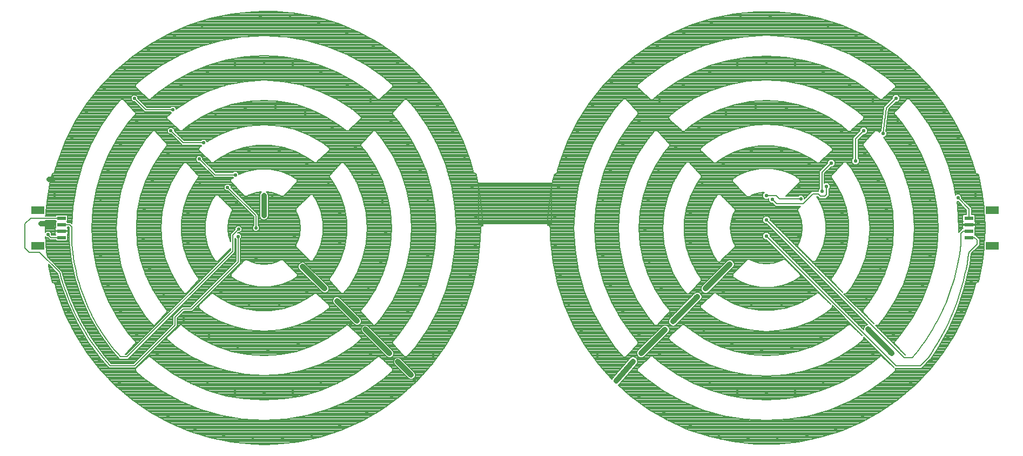
<source format=gbl>
G75*
%MOIN*%
%OFA0B0*%
%FSLAX25Y25*%
%IPPOS*%
%LPD*%
%AMOC8*
5,1,8,0,0,1.08239X$1,22.5*
%
%ADD10R,0.07874X0.04724*%
%ADD11R,0.05315X0.02362*%
%ADD12C,0.00800*%
%ADD13C,0.02200*%
%ADD14C,0.03200*%
D10*
X0058127Y0182909D03*
X0058127Y0204957D03*
X0647064Y0204957D03*
X0647064Y0182909D03*
D11*
X0632595Y0188028D03*
X0632595Y0191965D03*
X0632595Y0195902D03*
X0632595Y0199839D03*
X0072595Y0199839D03*
X0072595Y0195902D03*
X0072595Y0191965D03*
X0072595Y0188028D03*
D12*
X0142143Y0072508D02*
X0252887Y0072508D01*
X0251094Y0071709D02*
X0144019Y0071709D01*
X0145895Y0070911D02*
X0249300Y0070911D01*
X0247507Y0070112D02*
X0147771Y0070112D01*
X0149648Y0069314D02*
X0245713Y0069314D01*
X0245473Y0069207D02*
X0232173Y0064885D01*
X0218495Y0061978D01*
X0204587Y0060516D01*
X0197595Y0060333D01*
X0190871Y0060502D01*
X0177490Y0061853D01*
X0164313Y0064540D01*
X0151472Y0068537D01*
X0139098Y0073804D01*
X0127315Y0080286D01*
X0116242Y0087919D01*
X0105992Y0096625D01*
X0096668Y0106317D01*
X0088365Y0116896D01*
X0081165Y0128255D01*
X0075143Y0140280D01*
X0070359Y0152848D01*
X0068495Y0159135D01*
X0068495Y0159513D01*
X0068350Y0159658D01*
X0068296Y0159857D01*
X0067954Y0160054D01*
X0067675Y0160333D01*
X0067469Y0160333D01*
X0067291Y0160436D01*
X0066925Y0160337D01*
X0065014Y0168493D01*
X0064565Y0171483D01*
X0070336Y0165712D01*
X0071919Y0159628D01*
X0076497Y0147102D01*
X0082256Y0135074D01*
X0089140Y0123653D01*
X0097087Y0112944D01*
X0101195Y0108395D01*
X0101195Y0108353D01*
X0101580Y0107968D01*
X0101945Y0107564D01*
X0101986Y0107562D01*
X0102015Y0107533D01*
X0102559Y0107533D01*
X0103103Y0107505D01*
X0103134Y0107533D01*
X0118175Y0107533D01*
X0143175Y0132533D01*
X0143995Y0133353D01*
X0143995Y0138353D01*
X0148175Y0142533D01*
X0153175Y0142533D01*
X0182995Y0172353D01*
X0182995Y0187113D01*
X0183695Y0187813D01*
X0183695Y0189553D01*
X0182465Y0190783D01*
X0181425Y0190783D01*
X0181725Y0191083D01*
X0182715Y0191083D01*
X0183945Y0192313D01*
X0183945Y0194053D01*
X0182715Y0195283D01*
X0180975Y0195283D01*
X0179745Y0194053D01*
X0179745Y0193063D01*
X0176945Y0190263D01*
X0176945Y0185473D01*
X0176915Y0185538D01*
X0175672Y0189654D01*
X0175253Y0193933D01*
X0175672Y0198212D01*
X0176915Y0202328D01*
X0177754Y0204112D01*
X0177995Y0204353D01*
X0177995Y0204584D01*
X0178103Y0204788D01*
X0177995Y0205142D01*
X0177995Y0205513D01*
X0177832Y0205676D01*
X0177764Y0205897D01*
X0177437Y0206071D01*
X0169175Y0214333D01*
X0168766Y0214333D01*
X0168634Y0214421D01*
X0168204Y0214333D01*
X0168015Y0214333D01*
X0167967Y0214285D01*
X0167498Y0214189D01*
X0167178Y0213706D01*
X0165233Y0210767D01*
X0162554Y0204247D01*
X0161189Y0197332D01*
X0161189Y0190284D01*
X0162554Y0183369D01*
X0162554Y0183369D01*
X0165233Y0176849D01*
X0167178Y0173910D01*
X0167498Y0173427D01*
X0168634Y0173196D01*
X0169144Y0173533D01*
X0169175Y0173533D01*
X0169235Y0173593D01*
X0169601Y0173836D01*
X0169633Y0173991D01*
X0176945Y0181303D01*
X0176945Y0180263D01*
X0112515Y0115833D01*
X0111915Y0115833D01*
X0117824Y0122179D01*
X0118207Y0122519D01*
X0118212Y0122597D01*
X0118265Y0122654D01*
X0118247Y0123165D01*
X0118278Y0123676D01*
X0118226Y0123735D01*
X0118224Y0123813D01*
X0117860Y0124151D01*
X0114128Y0128614D01*
X0107377Y0138214D01*
X0101736Y0148505D01*
X0097274Y0159360D01*
X0094046Y0170643D01*
X0092094Y0182215D01*
X0091440Y0193933D01*
X0092094Y0205651D01*
X0094046Y0217223D01*
X0097274Y0228507D01*
X0101736Y0239361D01*
X0107377Y0249652D01*
X0114128Y0259252D01*
X0117860Y0263715D01*
X0118224Y0264054D01*
X0118226Y0264131D01*
X0118278Y0264190D01*
X0118247Y0264701D01*
X0118265Y0265213D01*
X0118212Y0265270D01*
X0118207Y0265347D01*
X0117824Y0265687D01*
X0111462Y0272520D01*
X0111457Y0272597D01*
X0111074Y0272937D01*
X0110725Y0273311D01*
X0110647Y0273314D01*
X0110588Y0273366D01*
X0110077Y0273335D01*
X0109566Y0273353D01*
X0109509Y0273300D01*
X0109431Y0273295D01*
X0109092Y0272912D01*
X0108717Y0272563D01*
X0108714Y0272485D01*
X0104644Y0267885D01*
X0097001Y0257016D01*
X0090615Y0245365D01*
X0085563Y0233076D01*
X0081909Y0220301D01*
X0079698Y0207199D01*
X0079097Y0196411D01*
X0078207Y0197302D01*
X0076253Y0197302D01*
X0076253Y0197497D01*
X0075879Y0197870D01*
X0076253Y0198243D01*
X0076253Y0201434D01*
X0075667Y0202020D01*
X0069523Y0202020D01*
X0068938Y0201434D01*
X0068938Y0201239D01*
X0062793Y0201239D01*
X0062793Y0201242D01*
X0062863Y0201980D01*
X0063064Y0202180D01*
X0063064Y0204087D01*
X0063831Y0212158D01*
X0065751Y0222954D01*
X0066935Y0227454D01*
X0067027Y0227429D01*
X0067213Y0227533D01*
X0067425Y0227533D01*
X0067700Y0227808D01*
X0068038Y0227998D01*
X0068095Y0228203D01*
X0068245Y0228353D01*
X0068245Y0228725D01*
X0070161Y0234986D01*
X0075040Y0247511D01*
X0081138Y0259491D01*
X0088393Y0270807D01*
X0096735Y0281348D01*
X0106082Y0291009D01*
X0116341Y0299695D01*
X0127411Y0307321D01*
X0139182Y0313812D01*
X0151539Y0319103D01*
X0164361Y0323142D01*
X0177519Y0325889D01*
X0190885Y0327318D01*
X0197599Y0327533D01*
X0197613Y0327533D01*
X0197626Y0327533D01*
X0204373Y0327481D01*
X0217824Y0326331D01*
X0231085Y0323800D01*
X0244014Y0319913D01*
X0256473Y0314713D01*
X0268328Y0308255D01*
X0279454Y0300608D01*
X0289732Y0291854D01*
X0299051Y0282086D01*
X0307313Y0271408D01*
X0314428Y0259935D01*
X0320322Y0247789D01*
X0324930Y0235100D01*
X0326695Y0228744D01*
X0326695Y0228353D01*
X0326831Y0228217D01*
X0326878Y0228031D01*
X0327227Y0227821D01*
X0327515Y0227533D01*
X0327707Y0227533D01*
X0327872Y0227434D01*
X0328268Y0227533D01*
X0328307Y0227533D01*
X0328605Y0226514D01*
X0330817Y0215774D01*
X0332150Y0204889D01*
X0332538Y0195333D01*
X0332015Y0195333D01*
X0331195Y0194513D01*
X0331195Y0193933D01*
X0331012Y0186941D01*
X0329550Y0173033D01*
X0326643Y0159355D01*
X0322321Y0146055D01*
X0316634Y0133280D01*
X0309642Y0121169D01*
X0301422Y0109856D01*
X0292065Y0099464D01*
X0281672Y0090106D01*
X0270359Y0081887D01*
X0258248Y0074895D01*
X0245473Y0069207D01*
X0243345Y0068515D02*
X0151543Y0068515D01*
X0154108Y0067717D02*
X0240887Y0067717D01*
X0238430Y0066918D02*
X0156673Y0066918D01*
X0159239Y0066120D02*
X0235972Y0066120D01*
X0233515Y0065321D02*
X0161804Y0065321D01*
X0164399Y0064523D02*
X0230467Y0064523D01*
X0226710Y0063724D02*
X0168314Y0063724D01*
X0172229Y0062926D02*
X0222954Y0062926D01*
X0219197Y0062127D02*
X0176145Y0062127D01*
X0182683Y0061329D02*
X0212317Y0061329D01*
X0204720Y0060530D02*
X0190594Y0060530D01*
X0197595Y0060333D02*
X0197595Y0060333D01*
X0197595Y0075296D02*
X0210861Y0076036D01*
X0210862Y0076036D01*
X0223963Y0078247D01*
X0223963Y0078247D01*
X0236738Y0081901D01*
X0249027Y0086952D01*
X0249027Y0086952D01*
X0260678Y0093339D01*
X0260678Y0093339D01*
X0271547Y0100982D01*
X0276147Y0105052D01*
X0276225Y0105055D01*
X0276574Y0105429D01*
X0276957Y0105769D01*
X0276962Y0105847D01*
X0277015Y0105904D01*
X0276997Y0106415D01*
X0277028Y0106926D01*
X0276976Y0106985D01*
X0276974Y0107063D01*
X0276599Y0107411D01*
X0276259Y0107795D01*
X0276182Y0107800D01*
X0269349Y0114162D01*
X0269009Y0114545D01*
X0268932Y0114550D01*
X0268875Y0114603D01*
X0268363Y0114585D01*
X0267852Y0114616D01*
X0267793Y0114564D01*
X0267716Y0114561D01*
X0267377Y0114198D01*
X0262914Y0110466D01*
X0253314Y0103715D01*
X0243023Y0098074D01*
X0232169Y0093612D01*
X0220885Y0090384D01*
X0209313Y0088432D01*
X0197595Y0087778D01*
X0185877Y0088432D01*
X0174305Y0090384D01*
X0163022Y0093612D01*
X0152167Y0098074D01*
X0141876Y0103715D01*
X0132276Y0110466D01*
X0127813Y0114198D01*
X0127475Y0114561D01*
X0127397Y0114564D01*
X0127338Y0114616D01*
X0126827Y0114585D01*
X0126316Y0114603D01*
X0126259Y0114550D01*
X0126181Y0114545D01*
X0125842Y0114162D01*
X0119009Y0107800D01*
X0118931Y0107795D01*
X0118592Y0107412D01*
X0118217Y0107063D01*
X0118214Y0106985D01*
X0118162Y0106926D01*
X0118194Y0106415D01*
X0118175Y0105904D01*
X0118228Y0105847D01*
X0118233Y0105769D01*
X0118617Y0105430D01*
X0118966Y0105055D01*
X0119043Y0105052D01*
X0123643Y0100982D01*
X0134512Y0093339D01*
X0146163Y0086952D01*
X0158452Y0081901D01*
X0171227Y0078247D01*
X0184329Y0076036D01*
X0197595Y0075296D01*
X0197595Y0075296D01*
X0190326Y0075702D02*
X0135647Y0075702D01*
X0134196Y0076500D02*
X0181579Y0076500D01*
X0184329Y0076036D02*
X0184329Y0076036D01*
X0176846Y0077299D02*
X0132744Y0077299D01*
X0131293Y0078097D02*
X0172113Y0078097D01*
X0171227Y0078247D02*
X0171227Y0078247D01*
X0168958Y0078896D02*
X0129842Y0078896D01*
X0128390Y0079694D02*
X0166166Y0079694D01*
X0163374Y0080493D02*
X0127015Y0080493D01*
X0125856Y0081291D02*
X0160583Y0081291D01*
X0158452Y0081901D02*
X0158452Y0081901D01*
X0157992Y0082090D02*
X0124698Y0082090D01*
X0123540Y0082888D02*
X0156049Y0082888D01*
X0154107Y0083687D02*
X0122381Y0083687D01*
X0121223Y0084485D02*
X0152164Y0084485D01*
X0150222Y0085284D02*
X0120065Y0085284D01*
X0118906Y0086082D02*
X0148279Y0086082D01*
X0146337Y0086881D02*
X0117748Y0086881D01*
X0116590Y0087679D02*
X0144837Y0087679D01*
X0143380Y0088478D02*
X0115584Y0088478D01*
X0114644Y0089277D02*
X0141923Y0089277D01*
X0140467Y0090075D02*
X0113704Y0090075D01*
X0112764Y0090874D02*
X0139010Y0090874D01*
X0137553Y0091672D02*
X0111824Y0091672D01*
X0110883Y0092471D02*
X0136097Y0092471D01*
X0134640Y0093269D02*
X0109943Y0093269D01*
X0109003Y0094068D02*
X0133476Y0094068D01*
X0132341Y0094866D02*
X0108063Y0094866D01*
X0107123Y0095665D02*
X0131205Y0095665D01*
X0130070Y0096463D02*
X0106183Y0096463D01*
X0105380Y0097262D02*
X0128934Y0097262D01*
X0127799Y0098060D02*
X0104612Y0098060D01*
X0103843Y0098859D02*
X0126663Y0098859D01*
X0125528Y0099657D02*
X0103075Y0099657D01*
X0102307Y0100456D02*
X0124392Y0100456D01*
X0123336Y0101254D02*
X0101539Y0101254D01*
X0100770Y0102053D02*
X0122433Y0102053D01*
X0121531Y0102851D02*
X0100002Y0102851D01*
X0099234Y0103650D02*
X0120628Y0103650D01*
X0119726Y0104448D02*
X0098466Y0104448D01*
X0097698Y0105247D02*
X0118787Y0105247D01*
X0118180Y0106045D02*
X0096929Y0106045D01*
X0096255Y0106844D02*
X0118167Y0106844D01*
X0118284Y0107642D02*
X0118796Y0107642D01*
X0119083Y0108441D02*
X0119697Y0108441D01*
X0119881Y0109239D02*
X0120555Y0109239D01*
X0120680Y0110038D02*
X0121412Y0110038D01*
X0121478Y0110836D02*
X0122270Y0110836D01*
X0122277Y0111635D02*
X0123128Y0111635D01*
X0123075Y0112433D02*
X0123985Y0112433D01*
X0123874Y0113232D02*
X0124843Y0113232D01*
X0124672Y0114030D02*
X0125701Y0114030D01*
X0125471Y0114829D02*
X0152185Y0114829D01*
X0152520Y0114610D02*
X0152520Y0114610D01*
X0142662Y0121046D01*
X0142662Y0121046D01*
X0138557Y0124551D01*
X0138466Y0124555D01*
X0138125Y0124921D01*
X0137745Y0125245D01*
X0137738Y0125336D01*
X0137675Y0125404D01*
X0137693Y0125903D01*
X0137654Y0126401D01*
X0137713Y0126471D01*
X0137717Y0126563D01*
X0138083Y0126903D01*
X0138407Y0127283D01*
X0138499Y0127290D01*
X0145333Y0133653D01*
X0145657Y0134033D01*
X0145749Y0134040D01*
X0145816Y0134103D01*
X0146315Y0134085D01*
X0146813Y0134124D01*
X0146883Y0134065D01*
X0146975Y0134061D01*
X0147303Y0133709D01*
X0151143Y0130637D01*
X0159479Y0125195D01*
X0168444Y0120866D01*
X0177890Y0117722D01*
X0187661Y0115815D01*
X0197595Y0115176D01*
X0207530Y0115815D01*
X0217300Y0117722D01*
X0226746Y0120866D01*
X0235711Y0125195D01*
X0244047Y0130637D01*
X0247887Y0133709D01*
X0248216Y0134061D01*
X0248307Y0134065D01*
X0248377Y0134124D01*
X0248875Y0134085D01*
X0249375Y0134103D01*
X0249442Y0134040D01*
X0249533Y0134033D01*
X0249858Y0133653D01*
X0256692Y0127290D01*
X0256783Y0127283D01*
X0257108Y0126903D01*
X0257474Y0126563D01*
X0257477Y0126471D01*
X0257536Y0126401D01*
X0257497Y0125903D01*
X0257515Y0125404D01*
X0257452Y0125336D01*
X0257445Y0125245D01*
X0257065Y0124921D01*
X0256725Y0124555D01*
X0256633Y0124551D01*
X0252528Y0121046D01*
X0252528Y0121046D01*
X0242670Y0114610D01*
X0242670Y0114610D01*
X0232069Y0109491D01*
X0232069Y0109491D01*
X0220898Y0105774D01*
X0220898Y0105774D01*
X0209344Y0103518D01*
X0209344Y0103518D01*
X0197595Y0102762D01*
X0197595Y0102762D01*
X0185847Y0103518D01*
X0185847Y0103518D01*
X0174292Y0105774D01*
X0174292Y0105774D01*
X0163122Y0109491D01*
X0163122Y0109491D01*
X0152520Y0114610D01*
X0153721Y0114030D02*
X0128013Y0114030D01*
X0128968Y0113232D02*
X0155375Y0113232D01*
X0157029Y0112433D02*
X0129923Y0112433D01*
X0130878Y0111635D02*
X0158683Y0111635D01*
X0160336Y0110836D02*
X0131833Y0110836D01*
X0132885Y0110038D02*
X0161990Y0110038D01*
X0163879Y0109239D02*
X0134020Y0109239D01*
X0135156Y0108441D02*
X0166278Y0108441D01*
X0168678Y0107642D02*
X0136291Y0107642D01*
X0137427Y0106844D02*
X0171077Y0106844D01*
X0173476Y0106045D02*
X0138562Y0106045D01*
X0139698Y0105247D02*
X0176991Y0105247D01*
X0181082Y0104448D02*
X0140833Y0104448D01*
X0141995Y0103650D02*
X0185172Y0103650D01*
X0196210Y0102851D02*
X0143452Y0102851D01*
X0144908Y0102053D02*
X0250282Y0102053D01*
X0251739Y0102851D02*
X0198980Y0102851D01*
X0210018Y0103650D02*
X0253195Y0103650D01*
X0254357Y0104448D02*
X0214108Y0104448D01*
X0218199Y0105247D02*
X0255492Y0105247D01*
X0256628Y0106045D02*
X0221714Y0106045D01*
X0224114Y0106844D02*
X0257764Y0106844D01*
X0258899Y0107642D02*
X0226513Y0107642D01*
X0228912Y0108441D02*
X0260035Y0108441D01*
X0261170Y0109239D02*
X0231311Y0109239D01*
X0233200Y0110038D02*
X0262306Y0110038D01*
X0263357Y0110836D02*
X0234854Y0110836D01*
X0236508Y0111635D02*
X0264312Y0111635D01*
X0265267Y0112433D02*
X0238162Y0112433D01*
X0239815Y0113232D02*
X0266222Y0113232D01*
X0267177Y0114030D02*
X0241469Y0114030D01*
X0243005Y0114829D02*
X0273022Y0114829D01*
X0273622Y0114229D02*
X0274578Y0113833D01*
X0275612Y0113833D01*
X0276568Y0114229D01*
X0277299Y0114960D01*
X0277695Y0115916D01*
X0277695Y0116950D01*
X0277299Y0117906D01*
X0261568Y0133637D01*
X0260612Y0134033D01*
X0259578Y0134033D01*
X0258622Y0133637D01*
X0257891Y0132906D01*
X0257495Y0131950D01*
X0257495Y0130916D01*
X0257891Y0129960D01*
X0273622Y0114229D01*
X0274102Y0114030D02*
X0269490Y0114030D01*
X0270347Y0113232D02*
X0278217Y0113232D01*
X0277891Y0112906D02*
X0277495Y0111950D01*
X0277495Y0110916D01*
X0277891Y0109960D01*
X0286872Y0100979D01*
X0287828Y0100583D01*
X0288862Y0100583D01*
X0289818Y0100979D01*
X0290549Y0101710D01*
X0290945Y0102666D01*
X0290945Y0103700D01*
X0290549Y0104656D01*
X0281568Y0113637D01*
X0280612Y0114033D01*
X0279578Y0114033D01*
X0278622Y0113637D01*
X0277891Y0112906D01*
X0277695Y0112433D02*
X0271205Y0112433D01*
X0272063Y0111635D02*
X0277495Y0111635D01*
X0277528Y0110836D02*
X0272920Y0110836D01*
X0273778Y0110038D02*
X0277859Y0110038D01*
X0278612Y0109239D02*
X0274636Y0109239D01*
X0275493Y0108441D02*
X0279410Y0108441D01*
X0280209Y0107642D02*
X0276395Y0107642D01*
X0277023Y0106844D02*
X0281008Y0106844D01*
X0281806Y0106045D02*
X0277010Y0106045D01*
X0276403Y0105247D02*
X0282605Y0105247D01*
X0283403Y0104448D02*
X0275464Y0104448D01*
X0274562Y0103650D02*
X0284202Y0103650D01*
X0285000Y0102851D02*
X0273659Y0102851D01*
X0272757Y0102053D02*
X0285799Y0102053D01*
X0286597Y0101254D02*
X0271854Y0101254D01*
X0271547Y0100982D02*
X0271547Y0100982D01*
X0270798Y0100456D02*
X0292958Y0100456D01*
X0293677Y0101254D02*
X0290093Y0101254D01*
X0290691Y0102053D02*
X0294396Y0102053D01*
X0295115Y0102851D02*
X0290945Y0102851D01*
X0290945Y0103650D02*
X0295834Y0103650D01*
X0296553Y0104448D02*
X0290635Y0104448D01*
X0289958Y0105247D02*
X0297272Y0105247D01*
X0297991Y0106045D02*
X0289160Y0106045D01*
X0288361Y0106844D02*
X0298710Y0106844D01*
X0299429Y0107642D02*
X0287563Y0107642D01*
X0286764Y0108441D02*
X0300148Y0108441D01*
X0300867Y0109239D02*
X0285966Y0109239D01*
X0285167Y0110038D02*
X0301554Y0110038D01*
X0302134Y0110836D02*
X0284369Y0110836D01*
X0283570Y0111635D02*
X0302714Y0111635D01*
X0303295Y0112433D02*
X0282772Y0112433D01*
X0281973Y0113232D02*
X0303875Y0113232D01*
X0304455Y0114030D02*
X0280619Y0114030D01*
X0279571Y0114030D02*
X0276089Y0114030D01*
X0277168Y0114829D02*
X0284210Y0114829D01*
X0284117Y0114929D02*
X0284466Y0114555D01*
X0284543Y0114552D01*
X0284602Y0114500D01*
X0285113Y0114532D01*
X0285625Y0114513D01*
X0285682Y0114566D01*
X0285759Y0114571D01*
X0286099Y0114955D01*
X0286474Y0115304D01*
X0286476Y0115381D01*
X0290546Y0119981D01*
X0290546Y0119981D01*
X0298189Y0130850D01*
X0304576Y0142501D01*
X0309627Y0154790D01*
X0313281Y0167565D01*
X0315492Y0180667D01*
X0316232Y0193933D01*
X0316232Y0193933D01*
X0315492Y0207199D01*
X0315492Y0207199D01*
X0313281Y0220301D01*
X0313281Y0220301D01*
X0309627Y0233076D01*
X0304576Y0245365D01*
X0304576Y0245365D01*
X0298189Y0257016D01*
X0298189Y0257016D01*
X0290546Y0267885D01*
X0286476Y0272485D01*
X0286474Y0272563D01*
X0286099Y0272912D01*
X0285759Y0273295D01*
X0285682Y0273300D01*
X0285625Y0273353D01*
X0285113Y0273335D01*
X0284602Y0273366D01*
X0284543Y0273314D01*
X0284466Y0273311D01*
X0284117Y0272937D01*
X0283733Y0272597D01*
X0283728Y0272520D01*
X0277367Y0265687D01*
X0276983Y0265347D01*
X0276978Y0265270D01*
X0276925Y0265213D01*
X0276944Y0264701D01*
X0276912Y0264190D01*
X0276964Y0264131D01*
X0276967Y0264054D01*
X0277330Y0263715D01*
X0281062Y0259252D01*
X0287813Y0249652D01*
X0293455Y0239361D01*
X0297917Y0228507D01*
X0301144Y0217223D01*
X0303096Y0205651D01*
X0303750Y0193933D01*
X0303096Y0182215D01*
X0301144Y0170643D01*
X0297917Y0159360D01*
X0293455Y0148505D01*
X0287813Y0138214D01*
X0281062Y0128614D01*
X0277330Y0124151D01*
X0276967Y0123813D01*
X0276964Y0123735D01*
X0276912Y0123676D01*
X0276944Y0123165D01*
X0276925Y0122654D01*
X0276978Y0122597D01*
X0276983Y0122519D01*
X0277367Y0122179D01*
X0283728Y0115347D01*
X0283733Y0115269D01*
X0284117Y0114929D01*
X0283467Y0115627D02*
X0277576Y0115627D01*
X0277695Y0116426D02*
X0282723Y0116426D01*
X0281980Y0117224D02*
X0277582Y0117224D01*
X0277182Y0118023D02*
X0281237Y0118023D01*
X0280493Y0118821D02*
X0276384Y0118821D01*
X0275585Y0119620D02*
X0279750Y0119620D01*
X0279006Y0120418D02*
X0274787Y0120418D01*
X0273988Y0121217D02*
X0278263Y0121217D01*
X0277519Y0122015D02*
X0273190Y0122015D01*
X0272391Y0122814D02*
X0276931Y0122814D01*
X0276916Y0123612D02*
X0271593Y0123612D01*
X0270794Y0124411D02*
X0277548Y0124411D01*
X0278215Y0125210D02*
X0269996Y0125210D01*
X0269197Y0126008D02*
X0278883Y0126008D01*
X0279551Y0126807D02*
X0268399Y0126807D01*
X0267600Y0127605D02*
X0280219Y0127605D01*
X0280886Y0128404D02*
X0266802Y0128404D01*
X0266003Y0129202D02*
X0281476Y0129202D01*
X0282038Y0130001D02*
X0265205Y0130001D01*
X0264406Y0130799D02*
X0282599Y0130799D01*
X0283161Y0131598D02*
X0263608Y0131598D01*
X0262809Y0132396D02*
X0283722Y0132396D01*
X0284284Y0133195D02*
X0262011Y0133195D01*
X0260709Y0133993D02*
X0265125Y0133993D01*
X0265127Y0133992D02*
X0265625Y0134031D01*
X0266125Y0134013D01*
X0266192Y0134076D01*
X0266283Y0134083D01*
X0266608Y0134463D01*
X0266974Y0134804D01*
X0266977Y0134895D01*
X0270483Y0139000D01*
X0276918Y0148858D01*
X0282037Y0159460D01*
X0285755Y0170630D01*
X0288010Y0182185D01*
X0288766Y0193933D01*
X0288010Y0205681D01*
X0285755Y0217236D01*
X0282037Y0228406D01*
X0282037Y0228406D01*
X0276918Y0239008D01*
X0276918Y0239008D01*
X0270483Y0248866D01*
X0266977Y0252971D01*
X0266974Y0253063D01*
X0266608Y0253403D01*
X0266283Y0253783D01*
X0266192Y0253790D01*
X0266125Y0253853D01*
X0265625Y0253835D01*
X0265127Y0253874D01*
X0265057Y0253815D01*
X0264966Y0253811D01*
X0264625Y0253446D01*
X0264245Y0253121D01*
X0264238Y0253030D01*
X0257875Y0246196D01*
X0257495Y0245871D01*
X0257488Y0245780D01*
X0257425Y0245713D01*
X0257443Y0245213D01*
X0257404Y0244715D01*
X0257463Y0244645D01*
X0257467Y0244554D01*
X0257820Y0244225D01*
X0260892Y0240385D01*
X0266333Y0232049D01*
X0270662Y0223084D01*
X0273806Y0213638D01*
X0275713Y0203868D01*
X0276352Y0193933D01*
X0275713Y0183998D01*
X0273806Y0174228D01*
X0270662Y0164782D01*
X0266333Y0155817D01*
X0260892Y0147481D01*
X0257820Y0143641D01*
X0257467Y0143313D01*
X0257463Y0143221D01*
X0257404Y0143151D01*
X0257443Y0142653D01*
X0257425Y0142154D01*
X0257488Y0142086D01*
X0257495Y0141995D01*
X0257875Y0141670D01*
X0264238Y0134836D01*
X0264245Y0134745D01*
X0264625Y0134420D01*
X0264966Y0134055D01*
X0265057Y0134051D01*
X0265127Y0133992D01*
X0265143Y0133993D02*
X0284845Y0133993D01*
X0285407Y0134792D02*
X0266961Y0134792D01*
X0267570Y0135590D02*
X0285968Y0135590D01*
X0286530Y0136389D02*
X0268252Y0136389D01*
X0268934Y0137187D02*
X0287091Y0137187D01*
X0287653Y0137986D02*
X0269616Y0137986D01*
X0270298Y0138784D02*
X0288126Y0138784D01*
X0288564Y0139583D02*
X0270863Y0139583D01*
X0270483Y0139000D02*
X0270483Y0139000D01*
X0271384Y0140381D02*
X0289001Y0140381D01*
X0289439Y0141180D02*
X0271906Y0141180D01*
X0272427Y0141978D02*
X0289877Y0141978D01*
X0290314Y0142777D02*
X0272948Y0142777D01*
X0273469Y0143575D02*
X0290752Y0143575D01*
X0291190Y0144374D02*
X0273991Y0144374D01*
X0274512Y0145172D02*
X0291628Y0145172D01*
X0292065Y0145971D02*
X0275033Y0145971D01*
X0275554Y0146769D02*
X0292503Y0146769D01*
X0292941Y0147568D02*
X0276076Y0147568D01*
X0276597Y0148366D02*
X0293379Y0148366D01*
X0293726Y0149165D02*
X0277066Y0149165D01*
X0277452Y0149963D02*
X0294054Y0149963D01*
X0294382Y0150762D02*
X0277837Y0150762D01*
X0278223Y0151560D02*
X0294711Y0151560D01*
X0295039Y0152359D02*
X0278608Y0152359D01*
X0278994Y0153157D02*
X0295367Y0153157D01*
X0295695Y0153956D02*
X0279379Y0153956D01*
X0279765Y0154754D02*
X0296024Y0154754D01*
X0296352Y0155553D02*
X0280150Y0155553D01*
X0280536Y0156351D02*
X0296680Y0156351D01*
X0297008Y0157150D02*
X0280922Y0157150D01*
X0281307Y0157948D02*
X0297337Y0157948D01*
X0297665Y0158747D02*
X0281693Y0158747D01*
X0282065Y0159545D02*
X0297970Y0159545D01*
X0298198Y0160344D02*
X0282331Y0160344D01*
X0282597Y0161143D02*
X0298427Y0161143D01*
X0298655Y0161941D02*
X0282863Y0161941D01*
X0283128Y0162740D02*
X0298883Y0162740D01*
X0299112Y0163538D02*
X0283394Y0163538D01*
X0283660Y0164337D02*
X0299340Y0164337D01*
X0299568Y0165135D02*
X0283926Y0165135D01*
X0284191Y0165934D02*
X0299797Y0165934D01*
X0300025Y0166732D02*
X0284457Y0166732D01*
X0284723Y0167531D02*
X0300254Y0167531D01*
X0300482Y0168329D02*
X0284989Y0168329D01*
X0285255Y0169128D02*
X0300710Y0169128D01*
X0300939Y0169926D02*
X0285520Y0169926D01*
X0285773Y0170725D02*
X0301158Y0170725D01*
X0301292Y0171523D02*
X0285929Y0171523D01*
X0286085Y0172322D02*
X0301427Y0172322D01*
X0301562Y0173120D02*
X0286241Y0173120D01*
X0286397Y0173919D02*
X0301697Y0173919D01*
X0301831Y0174717D02*
X0286552Y0174717D01*
X0286708Y0175516D02*
X0301966Y0175516D01*
X0302101Y0176314D02*
X0286864Y0176314D01*
X0287020Y0177113D02*
X0302235Y0177113D01*
X0302370Y0177911D02*
X0287176Y0177911D01*
X0287332Y0178710D02*
X0302505Y0178710D01*
X0302640Y0179508D02*
X0287488Y0179508D01*
X0287644Y0180307D02*
X0302774Y0180307D01*
X0302909Y0181105D02*
X0287799Y0181105D01*
X0287955Y0181904D02*
X0303044Y0181904D01*
X0303124Y0182702D02*
X0288043Y0182702D01*
X0288095Y0183501D02*
X0303168Y0183501D01*
X0303213Y0184299D02*
X0288146Y0184299D01*
X0288198Y0185098D02*
X0303257Y0185098D01*
X0303302Y0185896D02*
X0288249Y0185896D01*
X0288300Y0186695D02*
X0303346Y0186695D01*
X0303391Y0187493D02*
X0288352Y0187493D01*
X0288403Y0188292D02*
X0303435Y0188292D01*
X0303480Y0189090D02*
X0288454Y0189090D01*
X0288506Y0189889D02*
X0303524Y0189889D01*
X0303569Y0190687D02*
X0288557Y0190687D01*
X0288609Y0191486D02*
X0303613Y0191486D01*
X0303658Y0192284D02*
X0288660Y0192284D01*
X0288711Y0193083D02*
X0303703Y0193083D01*
X0303747Y0193881D02*
X0288763Y0193881D01*
X0288718Y0194680D02*
X0303708Y0194680D01*
X0303664Y0195479D02*
X0288667Y0195479D01*
X0288615Y0196277D02*
X0303619Y0196277D01*
X0303575Y0197076D02*
X0288564Y0197076D01*
X0288513Y0197874D02*
X0303530Y0197874D01*
X0303486Y0198673D02*
X0288461Y0198673D01*
X0288410Y0199471D02*
X0303441Y0199471D01*
X0303396Y0200270D02*
X0288358Y0200270D01*
X0288307Y0201068D02*
X0303352Y0201068D01*
X0303307Y0201867D02*
X0288256Y0201867D01*
X0288204Y0202665D02*
X0303263Y0202665D01*
X0303218Y0203464D02*
X0288153Y0203464D01*
X0288101Y0204262D02*
X0303174Y0204262D01*
X0303129Y0205061D02*
X0288050Y0205061D01*
X0287975Y0205859D02*
X0303061Y0205859D01*
X0302926Y0206658D02*
X0287820Y0206658D01*
X0287664Y0207456D02*
X0302792Y0207456D01*
X0302657Y0208255D02*
X0287508Y0208255D01*
X0287352Y0209053D02*
X0302522Y0209053D01*
X0302388Y0209852D02*
X0287196Y0209852D01*
X0287040Y0210650D02*
X0302253Y0210650D01*
X0302118Y0211449D02*
X0286884Y0211449D01*
X0286728Y0212247D02*
X0301983Y0212247D01*
X0301849Y0213046D02*
X0286573Y0213046D01*
X0286417Y0213844D02*
X0301714Y0213844D01*
X0301579Y0214643D02*
X0286261Y0214643D01*
X0286105Y0215441D02*
X0301444Y0215441D01*
X0301310Y0216240D02*
X0285949Y0216240D01*
X0285793Y0217038D02*
X0301175Y0217038D01*
X0300968Y0217837D02*
X0285555Y0217837D01*
X0285755Y0217236D02*
X0285755Y0217236D01*
X0285289Y0218635D02*
X0300740Y0218635D01*
X0300512Y0219434D02*
X0285023Y0219434D01*
X0284757Y0220232D02*
X0300283Y0220232D01*
X0300055Y0221031D02*
X0284492Y0221031D01*
X0284226Y0221829D02*
X0299826Y0221829D01*
X0299598Y0222628D02*
X0283960Y0222628D01*
X0283694Y0223426D02*
X0299370Y0223426D01*
X0299141Y0224225D02*
X0283429Y0224225D01*
X0283163Y0225023D02*
X0298913Y0225023D01*
X0298684Y0225822D02*
X0282897Y0225822D01*
X0282631Y0226620D02*
X0298456Y0226620D01*
X0298228Y0227419D02*
X0282365Y0227419D01*
X0282100Y0228217D02*
X0297999Y0228217D01*
X0297707Y0229016D02*
X0281742Y0229016D01*
X0281357Y0229814D02*
X0297379Y0229814D01*
X0297051Y0230613D02*
X0280971Y0230613D01*
X0280586Y0231412D02*
X0296722Y0231412D01*
X0296394Y0232210D02*
X0280200Y0232210D01*
X0279815Y0233009D02*
X0296066Y0233009D01*
X0295738Y0233807D02*
X0279429Y0233807D01*
X0279044Y0234606D02*
X0295409Y0234606D01*
X0295081Y0235404D02*
X0278658Y0235404D01*
X0278273Y0236203D02*
X0294753Y0236203D01*
X0294425Y0237001D02*
X0277887Y0237001D01*
X0277501Y0237800D02*
X0294096Y0237800D01*
X0293768Y0238598D02*
X0277116Y0238598D01*
X0276664Y0239397D02*
X0293435Y0239397D01*
X0292997Y0240195D02*
X0276143Y0240195D01*
X0275622Y0240994D02*
X0292560Y0240994D01*
X0292122Y0241792D02*
X0275101Y0241792D01*
X0274579Y0242591D02*
X0291684Y0242591D01*
X0291246Y0243389D02*
X0274058Y0243389D01*
X0273537Y0244188D02*
X0290809Y0244188D01*
X0290371Y0244986D02*
X0273015Y0244986D01*
X0272494Y0245785D02*
X0289933Y0245785D01*
X0289496Y0246583D02*
X0271973Y0246583D01*
X0271452Y0247382D02*
X0289058Y0247382D01*
X0288620Y0248180D02*
X0270930Y0248180D01*
X0270483Y0248866D02*
X0270483Y0248866D01*
X0270387Y0248979D02*
X0288182Y0248979D01*
X0287725Y0249777D02*
X0269705Y0249777D01*
X0269023Y0250576D02*
X0287164Y0250576D01*
X0286602Y0251374D02*
X0268341Y0251374D01*
X0267659Y0252173D02*
X0286041Y0252173D01*
X0285479Y0252971D02*
X0266977Y0252971D01*
X0266295Y0253770D02*
X0284918Y0253770D01*
X0284356Y0254568D02*
X0250239Y0254568D01*
X0249858Y0254213D02*
X0256692Y0260576D01*
X0256783Y0260583D01*
X0257108Y0260963D01*
X0257474Y0261304D01*
X0257477Y0261395D01*
X0257536Y0261465D01*
X0257497Y0261963D01*
X0257515Y0262463D01*
X0257452Y0262530D01*
X0257445Y0262621D01*
X0257065Y0262946D01*
X0256725Y0263311D01*
X0256633Y0263315D01*
X0252528Y0266821D01*
X0242670Y0273256D01*
X0232069Y0278375D01*
X0232069Y0278375D01*
X0220898Y0282093D01*
X0209344Y0284348D01*
X0197595Y0285104D01*
X0185847Y0284348D01*
X0174292Y0282093D01*
X0163122Y0278375D01*
X0152520Y0273256D01*
X0143445Y0267332D01*
X0143445Y0267803D01*
X0142215Y0269033D01*
X0140475Y0269033D01*
X0139775Y0268333D01*
X0125175Y0268333D01*
X0119695Y0273813D01*
X0119695Y0274803D01*
X0118465Y0276033D01*
X0116725Y0276033D01*
X0115495Y0274803D01*
X0115495Y0273063D01*
X0116725Y0271833D01*
X0117715Y0271833D01*
X0124015Y0265533D01*
X0139775Y0265533D01*
X0140411Y0264898D01*
X0138557Y0263315D01*
X0138466Y0263311D01*
X0138125Y0262946D01*
X0137745Y0262621D01*
X0137738Y0262530D01*
X0137675Y0262463D01*
X0137693Y0261963D01*
X0137654Y0261465D01*
X0137713Y0261395D01*
X0137717Y0261304D01*
X0138083Y0260963D01*
X0138407Y0260583D01*
X0138499Y0260576D01*
X0145333Y0254213D01*
X0145657Y0253833D01*
X0145749Y0253826D01*
X0145816Y0253763D01*
X0146315Y0253781D01*
X0146813Y0253742D01*
X0146883Y0253801D01*
X0146975Y0253805D01*
X0147303Y0254158D01*
X0151143Y0257230D01*
X0159479Y0262671D01*
X0168444Y0267000D01*
X0177890Y0270144D01*
X0187661Y0272051D01*
X0197595Y0272690D01*
X0207530Y0272051D01*
X0217300Y0270144D01*
X0226746Y0267000D01*
X0235711Y0262671D01*
X0244047Y0257230D01*
X0247887Y0254158D01*
X0248216Y0253805D01*
X0248307Y0253801D01*
X0248377Y0253742D01*
X0248875Y0253781D01*
X0249375Y0253763D01*
X0249442Y0253826D01*
X0249533Y0253833D01*
X0249858Y0254213D01*
X0249382Y0253770D02*
X0264927Y0253770D01*
X0264183Y0252971D02*
X0221132Y0252971D01*
X0223171Y0252173D02*
X0263440Y0252173D01*
X0262697Y0251374D02*
X0225209Y0251374D01*
X0225415Y0251294D02*
X0216493Y0254788D01*
X0207150Y0256917D01*
X0197595Y0257631D01*
X0188040Y0256917D01*
X0178698Y0254788D01*
X0178698Y0254788D01*
X0169776Y0251294D01*
X0169776Y0251294D01*
X0162445Y0247071D01*
X0162445Y0247303D01*
X0161215Y0248533D01*
X0159475Y0248533D01*
X0158775Y0247833D01*
X0148175Y0247833D01*
X0142195Y0253813D01*
X0142195Y0254803D01*
X0140965Y0256033D01*
X0139225Y0256033D01*
X0137995Y0254803D01*
X0137995Y0253063D01*
X0139225Y0251833D01*
X0140215Y0251833D01*
X0146195Y0245853D01*
X0147015Y0245033D01*
X0158775Y0245033D01*
X0159147Y0244661D01*
X0158084Y0243816D01*
X0157966Y0243811D01*
X0157642Y0243464D01*
X0157270Y0243168D01*
X0157256Y0243050D01*
X0157175Y0242963D01*
X0157192Y0242488D01*
X0157138Y0242015D01*
X0157212Y0241922D01*
X0157217Y0241804D01*
X0157565Y0241480D01*
X0157860Y0241108D01*
X0157979Y0241094D01*
X0164806Y0234738D01*
X0165087Y0234371D01*
X0165219Y0234353D01*
X0165316Y0234263D01*
X0165778Y0234280D01*
X0166237Y0234219D01*
X0166342Y0234300D01*
X0166475Y0234305D01*
X0166774Y0234627D01*
X0170091Y0236963D01*
X0177407Y0240873D01*
X0185263Y0243540D01*
X0193447Y0244891D01*
X0201743Y0244891D01*
X0209928Y0243540D01*
X0217783Y0240873D01*
X0225099Y0236963D01*
X0228416Y0234627D01*
X0228716Y0234305D01*
X0228848Y0234300D01*
X0228953Y0234219D01*
X0229412Y0234280D01*
X0229875Y0234263D01*
X0229972Y0234353D01*
X0230103Y0234371D01*
X0230385Y0234738D01*
X0237212Y0241094D01*
X0237330Y0241108D01*
X0237626Y0241480D01*
X0237974Y0241804D01*
X0237978Y0241922D01*
X0238052Y0242015D01*
X0237998Y0242488D01*
X0238015Y0242963D01*
X0237934Y0243050D01*
X0237920Y0243168D01*
X0237548Y0243464D01*
X0237225Y0243811D01*
X0237106Y0243816D01*
X0233717Y0246511D01*
X0225415Y0251294D01*
X0225415Y0251294D01*
X0226661Y0250576D02*
X0261953Y0250576D01*
X0261210Y0249777D02*
X0228047Y0249777D01*
X0229434Y0248979D02*
X0260466Y0248979D01*
X0259723Y0248180D02*
X0230820Y0248180D01*
X0232206Y0247382D02*
X0258979Y0247382D01*
X0258236Y0246583D02*
X0233592Y0246583D01*
X0234630Y0245785D02*
X0257488Y0245785D01*
X0257425Y0244986D02*
X0235634Y0244986D01*
X0236638Y0244188D02*
X0257849Y0244188D01*
X0258488Y0243389D02*
X0237642Y0243389D01*
X0238002Y0242591D02*
X0259127Y0242591D01*
X0259766Y0241792D02*
X0237961Y0241792D01*
X0237104Y0240994D02*
X0260405Y0240994D01*
X0261016Y0240195D02*
X0236246Y0240195D01*
X0235388Y0239397D02*
X0261537Y0239397D01*
X0262058Y0238598D02*
X0234531Y0238598D01*
X0233673Y0237800D02*
X0262579Y0237800D01*
X0263101Y0237001D02*
X0232815Y0237001D01*
X0231958Y0236203D02*
X0263622Y0236203D01*
X0264143Y0235404D02*
X0231100Y0235404D01*
X0230283Y0234606D02*
X0264664Y0234606D01*
X0265186Y0233807D02*
X0247211Y0233807D01*
X0247126Y0233886D02*
X0246830Y0234258D01*
X0246712Y0234272D01*
X0246625Y0234353D01*
X0246150Y0234336D01*
X0245677Y0234390D01*
X0245584Y0234316D01*
X0245466Y0234311D01*
X0245142Y0233964D01*
X0244770Y0233668D01*
X0244756Y0233550D01*
X0238400Y0226723D01*
X0238033Y0226441D01*
X0238016Y0226309D01*
X0237925Y0226213D01*
X0237942Y0225750D01*
X0237881Y0225291D01*
X0237962Y0225186D01*
X0237967Y0225054D01*
X0238289Y0224754D01*
X0240625Y0221437D01*
X0244535Y0214121D01*
X0247202Y0206266D01*
X0248553Y0198081D01*
X0248553Y0189785D01*
X0247202Y0181601D01*
X0244535Y0173745D01*
X0240625Y0166429D01*
X0238289Y0163112D01*
X0237967Y0162813D01*
X0237962Y0162680D01*
X0237881Y0162575D01*
X0237942Y0162116D01*
X0237925Y0161654D01*
X0238016Y0161557D01*
X0238033Y0161425D01*
X0238400Y0161144D01*
X0244756Y0154317D01*
X0244770Y0154198D01*
X0245142Y0153903D01*
X0245466Y0153555D01*
X0245584Y0153550D01*
X0245677Y0153476D01*
X0246150Y0153530D01*
X0246625Y0153513D01*
X0246712Y0153594D01*
X0246830Y0153608D01*
X0247126Y0153980D01*
X0247474Y0154304D01*
X0247478Y0154422D01*
X0250173Y0157811D01*
X0254956Y0166114D01*
X0258450Y0175036D01*
X0260579Y0184378D01*
X0261293Y0193933D01*
X0260579Y0203488D01*
X0258450Y0212831D01*
X0254956Y0221752D01*
X0254956Y0221752D01*
X0250173Y0230055D01*
X0247478Y0233444D01*
X0247474Y0233563D01*
X0247126Y0233886D01*
X0247824Y0233009D02*
X0265707Y0233009D01*
X0266228Y0232210D02*
X0248459Y0232210D01*
X0249094Y0231412D02*
X0266641Y0231412D01*
X0267027Y0230613D02*
X0249729Y0230613D01*
X0250173Y0230055D02*
X0250173Y0230055D01*
X0250312Y0229814D02*
X0267412Y0229814D01*
X0267798Y0229016D02*
X0250772Y0229016D01*
X0251232Y0228217D02*
X0268183Y0228217D01*
X0268569Y0227419D02*
X0251692Y0227419D01*
X0252152Y0226620D02*
X0268954Y0226620D01*
X0269340Y0225822D02*
X0252612Y0225822D01*
X0253072Y0225023D02*
X0269725Y0225023D01*
X0270111Y0224225D02*
X0253532Y0224225D01*
X0253992Y0223426D02*
X0270497Y0223426D01*
X0270814Y0222628D02*
X0254452Y0222628D01*
X0254912Y0221829D02*
X0271079Y0221829D01*
X0271345Y0221031D02*
X0255239Y0221031D01*
X0255551Y0220232D02*
X0271611Y0220232D01*
X0271877Y0219434D02*
X0255864Y0219434D01*
X0256177Y0218635D02*
X0272143Y0218635D01*
X0272408Y0217837D02*
X0256490Y0217837D01*
X0256802Y0217038D02*
X0272674Y0217038D01*
X0272940Y0216240D02*
X0257115Y0216240D01*
X0257428Y0215441D02*
X0273206Y0215441D01*
X0273471Y0214643D02*
X0257741Y0214643D01*
X0258053Y0213844D02*
X0273737Y0213844D01*
X0273921Y0213046D02*
X0258366Y0213046D01*
X0258450Y0212831D02*
X0258450Y0212831D01*
X0258583Y0212247D02*
X0274077Y0212247D01*
X0274233Y0211449D02*
X0258765Y0211449D01*
X0258947Y0210650D02*
X0274389Y0210650D01*
X0274545Y0209852D02*
X0259129Y0209852D01*
X0259311Y0209053D02*
X0274701Y0209053D01*
X0274857Y0208255D02*
X0259493Y0208255D01*
X0259675Y0207456D02*
X0275012Y0207456D01*
X0275168Y0206658D02*
X0259857Y0206658D01*
X0260039Y0205859D02*
X0275324Y0205859D01*
X0275480Y0205061D02*
X0260221Y0205061D01*
X0260402Y0204262D02*
X0275636Y0204262D01*
X0275739Y0203464D02*
X0260581Y0203464D01*
X0260579Y0203488D02*
X0260579Y0203488D01*
X0260640Y0202665D02*
X0275790Y0202665D01*
X0275842Y0201867D02*
X0260700Y0201867D01*
X0260760Y0201068D02*
X0275893Y0201068D01*
X0275945Y0200270D02*
X0260820Y0200270D01*
X0260879Y0199471D02*
X0275996Y0199471D01*
X0276047Y0198673D02*
X0260939Y0198673D01*
X0260999Y0197874D02*
X0276099Y0197874D01*
X0276150Y0197076D02*
X0261058Y0197076D01*
X0261118Y0196277D02*
X0276201Y0196277D01*
X0276253Y0195479D02*
X0261178Y0195479D01*
X0261238Y0194680D02*
X0276304Y0194680D01*
X0276349Y0193881D02*
X0261290Y0193881D01*
X0261293Y0193933D02*
X0261293Y0193933D01*
X0261230Y0193083D02*
X0276298Y0193083D01*
X0276246Y0192284D02*
X0261170Y0192284D01*
X0261110Y0191486D02*
X0276195Y0191486D01*
X0276143Y0190687D02*
X0261051Y0190687D01*
X0260991Y0189889D02*
X0276092Y0189889D01*
X0276041Y0189090D02*
X0260931Y0189090D01*
X0260871Y0188292D02*
X0275989Y0188292D01*
X0275938Y0187493D02*
X0260812Y0187493D01*
X0260752Y0186695D02*
X0275887Y0186695D01*
X0275835Y0185896D02*
X0260692Y0185896D01*
X0260633Y0185098D02*
X0275784Y0185098D01*
X0275732Y0184299D02*
X0260561Y0184299D01*
X0260579Y0184378D02*
X0260579Y0184378D01*
X0260379Y0183501D02*
X0275616Y0183501D01*
X0275460Y0182702D02*
X0260197Y0182702D01*
X0260015Y0181904D02*
X0275304Y0181904D01*
X0275148Y0181105D02*
X0259833Y0181105D01*
X0259651Y0180307D02*
X0274992Y0180307D01*
X0274836Y0179508D02*
X0259469Y0179508D01*
X0259287Y0178710D02*
X0274681Y0178710D01*
X0274525Y0177911D02*
X0259106Y0177911D01*
X0258924Y0177113D02*
X0274369Y0177113D01*
X0274213Y0176314D02*
X0258742Y0176314D01*
X0258560Y0175516D02*
X0274057Y0175516D01*
X0273901Y0174717D02*
X0258326Y0174717D01*
X0258450Y0175036D02*
X0258450Y0175036D01*
X0258013Y0173919D02*
X0273703Y0173919D01*
X0273437Y0173120D02*
X0257700Y0173120D01*
X0257388Y0172322D02*
X0273171Y0172322D01*
X0272906Y0171523D02*
X0257075Y0171523D01*
X0256762Y0170725D02*
X0272640Y0170725D01*
X0272374Y0169926D02*
X0256449Y0169926D01*
X0256137Y0169128D02*
X0272108Y0169128D01*
X0271842Y0168329D02*
X0255824Y0168329D01*
X0255511Y0167531D02*
X0271577Y0167531D01*
X0271311Y0166732D02*
X0255198Y0166732D01*
X0254956Y0166114D02*
X0254956Y0166114D01*
X0254852Y0165934D02*
X0271045Y0165934D01*
X0270779Y0165135D02*
X0254392Y0165135D01*
X0253932Y0164337D02*
X0270447Y0164337D01*
X0270061Y0163538D02*
X0253472Y0163538D01*
X0253012Y0162740D02*
X0269676Y0162740D01*
X0269290Y0161941D02*
X0252552Y0161941D01*
X0252092Y0161143D02*
X0268905Y0161143D01*
X0268519Y0160344D02*
X0251632Y0160344D01*
X0251172Y0159545D02*
X0268133Y0159545D01*
X0267748Y0158747D02*
X0250712Y0158747D01*
X0250252Y0157948D02*
X0267362Y0157948D01*
X0266977Y0157150D02*
X0249647Y0157150D01*
X0250173Y0157811D02*
X0250173Y0157811D01*
X0249012Y0156351D02*
X0266591Y0156351D01*
X0266161Y0155553D02*
X0248377Y0155553D01*
X0247742Y0154754D02*
X0265640Y0154754D01*
X0265118Y0153956D02*
X0247107Y0153956D01*
X0245075Y0153956D02*
X0235909Y0153956D01*
X0235612Y0153833D02*
X0236568Y0154229D01*
X0237299Y0154960D01*
X0237695Y0155916D01*
X0237695Y0156950D01*
X0237299Y0157906D01*
X0222818Y0172387D01*
X0221862Y0172783D01*
X0220828Y0172783D01*
X0219872Y0172387D01*
X0219141Y0171656D01*
X0218745Y0170700D01*
X0218745Y0169666D01*
X0219141Y0168710D01*
X0233622Y0154229D01*
X0234578Y0153833D01*
X0235612Y0153833D01*
X0234281Y0153956D02*
X0164598Y0153956D01*
X0165087Y0153495D02*
X0164806Y0153128D01*
X0157979Y0146772D01*
X0157860Y0146758D01*
X0157565Y0146386D01*
X0157217Y0146063D01*
X0157213Y0145944D01*
X0157138Y0145851D01*
X0157192Y0145379D01*
X0157175Y0144904D01*
X0157256Y0144817D01*
X0157270Y0144698D01*
X0157642Y0144402D01*
X0157966Y0144055D01*
X0158084Y0144050D01*
X0161473Y0141355D01*
X0169776Y0136572D01*
X0178698Y0133078D01*
X0188040Y0130949D01*
X0197595Y0130235D01*
X0207150Y0130949D01*
X0216493Y0133078D01*
X0225415Y0136572D01*
X0233717Y0141355D01*
X0233717Y0141355D01*
X0237106Y0144050D01*
X0237225Y0144055D01*
X0237548Y0144402D01*
X0237920Y0144698D01*
X0237934Y0144817D01*
X0238015Y0144904D01*
X0237998Y0145378D01*
X0238052Y0145851D01*
X0237978Y0145944D01*
X0237974Y0146063D01*
X0237626Y0146386D01*
X0237330Y0146758D01*
X0237212Y0146772D01*
X0230385Y0153128D01*
X0230103Y0153495D01*
X0229972Y0153513D01*
X0229875Y0153603D01*
X0229412Y0153586D01*
X0228953Y0153647D01*
X0228848Y0153566D01*
X0228716Y0153561D01*
X0228416Y0153240D01*
X0225099Y0150903D01*
X0217783Y0146993D01*
X0209928Y0144326D01*
X0201743Y0142975D01*
X0193447Y0142975D01*
X0185263Y0144326D01*
X0177407Y0146993D01*
X0170091Y0150903D01*
X0166774Y0153240D01*
X0166475Y0153561D01*
X0166342Y0153566D01*
X0166237Y0153647D01*
X0165778Y0153586D01*
X0165316Y0153603D01*
X0165219Y0153513D01*
X0165087Y0153495D01*
X0164828Y0153157D02*
X0163799Y0153157D01*
X0163979Y0152359D02*
X0163001Y0152359D01*
X0163122Y0151560D02*
X0162202Y0151560D01*
X0162264Y0150762D02*
X0161404Y0150762D01*
X0161406Y0149963D02*
X0160605Y0149963D01*
X0160549Y0149165D02*
X0159807Y0149165D01*
X0159691Y0148366D02*
X0159008Y0148366D01*
X0158834Y0147568D02*
X0158210Y0147568D01*
X0157956Y0146769D02*
X0157411Y0146769D01*
X0157213Y0145971D02*
X0156613Y0145971D01*
X0157185Y0145172D02*
X0155814Y0145172D01*
X0155016Y0144374D02*
X0157669Y0144374D01*
X0158682Y0143575D02*
X0154217Y0143575D01*
X0153419Y0142777D02*
X0159686Y0142777D01*
X0160689Y0141978D02*
X0147620Y0141978D01*
X0146822Y0141180D02*
X0161777Y0141180D01*
X0161473Y0141355D02*
X0161473Y0141355D01*
X0163163Y0140381D02*
X0146023Y0140381D01*
X0145225Y0139583D02*
X0164550Y0139583D01*
X0165936Y0138784D02*
X0144426Y0138784D01*
X0143995Y0137986D02*
X0167322Y0137986D01*
X0168708Y0137187D02*
X0143995Y0137187D01*
X0143995Y0136389D02*
X0170244Y0136389D01*
X0169776Y0136572D02*
X0169776Y0136572D01*
X0172283Y0135590D02*
X0143995Y0135590D01*
X0143995Y0134792D02*
X0174322Y0134792D01*
X0176360Y0133993D02*
X0147038Y0133993D01*
X0147946Y0133195D02*
X0178399Y0133195D01*
X0178698Y0133078D02*
X0178698Y0133078D01*
X0181690Y0132396D02*
X0148944Y0132396D01*
X0149942Y0131598D02*
X0185195Y0131598D01*
X0188040Y0130949D02*
X0188040Y0130949D01*
X0190050Y0130799D02*
X0150940Y0130799D01*
X0152118Y0130001D02*
X0243073Y0130001D01*
X0244250Y0130799D02*
X0205140Y0130799D01*
X0207150Y0130949D02*
X0207150Y0130949D01*
X0209995Y0131598D02*
X0245248Y0131598D01*
X0246246Y0132396D02*
X0213501Y0132396D01*
X0216493Y0133078D02*
X0216493Y0133078D01*
X0216791Y0133195D02*
X0247245Y0133195D01*
X0248152Y0133993D02*
X0218830Y0133993D01*
X0220869Y0134792D02*
X0253060Y0134792D01*
X0253622Y0134229D02*
X0254578Y0133833D01*
X0255612Y0133833D01*
X0256568Y0134229D01*
X0257299Y0134960D01*
X0257695Y0135916D01*
X0257695Y0136950D01*
X0257299Y0137906D01*
X0244068Y0151137D01*
X0243112Y0151533D01*
X0242078Y0151533D01*
X0241122Y0151137D01*
X0240391Y0150406D01*
X0239995Y0149450D01*
X0239995Y0148416D01*
X0240391Y0147460D01*
X0253622Y0134229D01*
X0254192Y0133993D02*
X0249567Y0133993D01*
X0250350Y0133195D02*
X0258180Y0133195D01*
X0257680Y0132396D02*
X0251208Y0132396D01*
X0252066Y0131598D02*
X0257495Y0131598D01*
X0257544Y0130799D02*
X0252923Y0130799D01*
X0253781Y0130001D02*
X0257874Y0130001D01*
X0258649Y0129202D02*
X0254639Y0129202D01*
X0255496Y0128404D02*
X0259448Y0128404D01*
X0260246Y0127605D02*
X0256354Y0127605D01*
X0257211Y0126807D02*
X0261045Y0126807D01*
X0261843Y0126008D02*
X0257505Y0126008D01*
X0257404Y0125210D02*
X0262642Y0125210D01*
X0263440Y0124411D02*
X0256469Y0124411D01*
X0255534Y0123612D02*
X0264239Y0123612D01*
X0265037Y0122814D02*
X0254599Y0122814D01*
X0253664Y0122015D02*
X0265836Y0122015D01*
X0266634Y0121217D02*
X0252729Y0121217D01*
X0251568Y0120418D02*
X0267433Y0120418D01*
X0268231Y0119620D02*
X0250344Y0119620D01*
X0249121Y0118821D02*
X0269030Y0118821D01*
X0269828Y0118023D02*
X0247898Y0118023D01*
X0246675Y0117224D02*
X0270627Y0117224D01*
X0271425Y0116426D02*
X0245452Y0116426D01*
X0244228Y0115627D02*
X0272224Y0115627D01*
X0285987Y0114829D02*
X0305035Y0114829D01*
X0305615Y0115627D02*
X0286694Y0115627D01*
X0287400Y0116426D02*
X0306195Y0116426D01*
X0306775Y0117224D02*
X0288107Y0117224D01*
X0288813Y0118023D02*
X0307356Y0118023D01*
X0307936Y0118821D02*
X0289520Y0118821D01*
X0290226Y0119620D02*
X0308516Y0119620D01*
X0309096Y0120418D02*
X0290853Y0120418D01*
X0291415Y0121217D02*
X0309669Y0121217D01*
X0310130Y0122015D02*
X0291976Y0122015D01*
X0292538Y0122814D02*
X0310591Y0122814D01*
X0311052Y0123612D02*
X0293099Y0123612D01*
X0293661Y0124411D02*
X0311513Y0124411D01*
X0311974Y0125210D02*
X0294222Y0125210D01*
X0294784Y0126008D02*
X0312435Y0126008D01*
X0312896Y0126807D02*
X0295346Y0126807D01*
X0295907Y0127605D02*
X0313357Y0127605D01*
X0313818Y0128404D02*
X0296469Y0128404D01*
X0297030Y0129202D02*
X0314279Y0129202D01*
X0314740Y0130001D02*
X0297592Y0130001D01*
X0298153Y0130799D02*
X0315201Y0130799D01*
X0315662Y0131598D02*
X0298599Y0131598D01*
X0298189Y0130850D02*
X0298189Y0130850D01*
X0299036Y0132396D02*
X0316123Y0132396D01*
X0316584Y0133195D02*
X0299474Y0133195D01*
X0299912Y0133993D02*
X0316951Y0133993D01*
X0317307Y0134792D02*
X0300350Y0134792D01*
X0300787Y0135590D02*
X0317662Y0135590D01*
X0318018Y0136389D02*
X0301225Y0136389D01*
X0301663Y0137187D02*
X0318373Y0137187D01*
X0318729Y0137986D02*
X0302101Y0137986D01*
X0302538Y0138784D02*
X0319084Y0138784D01*
X0319440Y0139583D02*
X0302976Y0139583D01*
X0303414Y0140381D02*
X0319795Y0140381D01*
X0320151Y0141180D02*
X0303851Y0141180D01*
X0304289Y0141978D02*
X0320506Y0141978D01*
X0320862Y0142777D02*
X0304689Y0142777D01*
X0304576Y0142501D02*
X0304576Y0142501D01*
X0305017Y0143575D02*
X0321217Y0143575D01*
X0321573Y0144374D02*
X0305346Y0144374D01*
X0305674Y0145172D02*
X0321928Y0145172D01*
X0322284Y0145971D02*
X0306002Y0145971D01*
X0306330Y0146769D02*
X0322554Y0146769D01*
X0322813Y0147568D02*
X0306659Y0147568D01*
X0306987Y0148366D02*
X0323072Y0148366D01*
X0323332Y0149165D02*
X0307315Y0149165D01*
X0307643Y0149963D02*
X0323591Y0149963D01*
X0323851Y0150762D02*
X0307972Y0150762D01*
X0308300Y0151560D02*
X0324110Y0151560D01*
X0324370Y0152359D02*
X0308628Y0152359D01*
X0308956Y0153157D02*
X0324629Y0153157D01*
X0324889Y0153956D02*
X0309285Y0153956D01*
X0309613Y0154754D02*
X0325148Y0154754D01*
X0325408Y0155553D02*
X0309846Y0155553D01*
X0309627Y0154790D02*
X0309627Y0154790D01*
X0310074Y0156351D02*
X0325667Y0156351D01*
X0325926Y0157150D02*
X0310302Y0157150D01*
X0310531Y0157948D02*
X0326186Y0157948D01*
X0326445Y0158747D02*
X0310759Y0158747D01*
X0310988Y0159545D02*
X0326683Y0159545D01*
X0326853Y0160344D02*
X0311216Y0160344D01*
X0311444Y0161143D02*
X0327023Y0161143D01*
X0327193Y0161941D02*
X0311673Y0161941D01*
X0311901Y0162740D02*
X0327362Y0162740D01*
X0327532Y0163538D02*
X0312130Y0163538D01*
X0312358Y0164337D02*
X0327702Y0164337D01*
X0327871Y0165135D02*
X0312586Y0165135D01*
X0312815Y0165934D02*
X0328041Y0165934D01*
X0328211Y0166732D02*
X0313043Y0166732D01*
X0313272Y0167531D02*
X0328381Y0167531D01*
X0328550Y0168329D02*
X0313410Y0168329D01*
X0313281Y0167565D02*
X0313281Y0167565D01*
X0313545Y0169128D02*
X0328720Y0169128D01*
X0328890Y0169926D02*
X0313680Y0169926D01*
X0313814Y0170725D02*
X0329060Y0170725D01*
X0329229Y0171523D02*
X0313949Y0171523D01*
X0314084Y0172322D02*
X0329399Y0172322D01*
X0329559Y0173120D02*
X0314219Y0173120D01*
X0314353Y0173919D02*
X0329643Y0173919D01*
X0329727Y0174717D02*
X0314488Y0174717D01*
X0314623Y0175516D02*
X0329811Y0175516D01*
X0329895Y0176314D02*
X0314758Y0176314D01*
X0314892Y0177113D02*
X0329979Y0177113D01*
X0330063Y0177911D02*
X0315027Y0177911D01*
X0315162Y0178710D02*
X0330147Y0178710D01*
X0330231Y0179508D02*
X0315296Y0179508D01*
X0315431Y0180307D02*
X0330315Y0180307D01*
X0330399Y0181105D02*
X0315516Y0181105D01*
X0315492Y0180667D02*
X0315492Y0180667D01*
X0315561Y0181904D02*
X0330483Y0181904D01*
X0330567Y0182702D02*
X0315605Y0182702D01*
X0315650Y0183501D02*
X0330650Y0183501D01*
X0330734Y0184299D02*
X0315694Y0184299D01*
X0315739Y0185098D02*
X0330818Y0185098D01*
X0330902Y0185896D02*
X0315784Y0185896D01*
X0315828Y0186695D02*
X0330986Y0186695D01*
X0331027Y0187493D02*
X0315873Y0187493D01*
X0315917Y0188292D02*
X0331047Y0188292D01*
X0331068Y0189090D02*
X0315962Y0189090D01*
X0316006Y0189889D02*
X0331089Y0189889D01*
X0331110Y0190687D02*
X0316051Y0190687D01*
X0316095Y0191486D02*
X0331131Y0191486D01*
X0331152Y0192284D02*
X0316140Y0192284D01*
X0316184Y0193083D02*
X0331173Y0193083D01*
X0331194Y0193881D02*
X0316229Y0193881D01*
X0316190Y0194680D02*
X0331362Y0194680D01*
X0332532Y0195479D02*
X0316146Y0195479D01*
X0316101Y0196277D02*
X0332500Y0196277D01*
X0332467Y0197076D02*
X0316057Y0197076D01*
X0316012Y0197874D02*
X0332435Y0197874D01*
X0332402Y0198673D02*
X0315967Y0198673D01*
X0315923Y0199471D02*
X0332370Y0199471D01*
X0332338Y0200270D02*
X0315878Y0200270D01*
X0315834Y0201068D02*
X0332305Y0201068D01*
X0332273Y0201867D02*
X0315789Y0201867D01*
X0315745Y0202665D02*
X0332240Y0202665D01*
X0332208Y0203464D02*
X0315700Y0203464D01*
X0315656Y0204262D02*
X0332175Y0204262D01*
X0332129Y0205061D02*
X0315611Y0205061D01*
X0315567Y0205859D02*
X0332031Y0205859D01*
X0331933Y0206658D02*
X0315522Y0206658D01*
X0315449Y0207456D02*
X0331835Y0207456D01*
X0331738Y0208255D02*
X0315314Y0208255D01*
X0315179Y0209053D02*
X0331640Y0209053D01*
X0331542Y0209852D02*
X0315044Y0209852D01*
X0314910Y0210650D02*
X0331444Y0210650D01*
X0331346Y0211449D02*
X0314775Y0211449D01*
X0314640Y0212247D02*
X0331249Y0212247D01*
X0331151Y0213046D02*
X0314505Y0213046D01*
X0314371Y0213844D02*
X0331053Y0213844D01*
X0330955Y0214643D02*
X0314236Y0214643D01*
X0314101Y0215441D02*
X0330857Y0215441D01*
X0330095Y0215441D02*
X0375095Y0215441D01*
X0374415Y0215441D02*
X0390886Y0215441D01*
X0390751Y0214643D02*
X0374273Y0214643D01*
X0374131Y0213844D02*
X0390617Y0213844D01*
X0390482Y0213046D02*
X0373989Y0213046D01*
X0373847Y0212247D02*
X0390347Y0212247D01*
X0390213Y0211449D02*
X0373764Y0211449D01*
X0373831Y0212158D02*
X0375751Y0222954D01*
X0376886Y0227265D01*
X0377068Y0227216D01*
X0377272Y0227333D01*
X0377758Y0227333D01*
X0378695Y0228270D01*
X0378695Y0229545D01*
X0380304Y0234964D01*
X0385092Y0247529D01*
X0391119Y0259549D01*
X0398324Y0270903D01*
X0406633Y0281475D01*
X0415963Y0291158D01*
X0426219Y0299854D01*
X0437298Y0307475D01*
X0449086Y0313944D01*
X0461465Y0319195D01*
X0474309Y0323175D01*
X0487488Y0325844D01*
X0500869Y0327174D01*
X0507593Y0327333D01*
X0514304Y0327154D01*
X0527659Y0325788D01*
X0540809Y0323091D01*
X0553623Y0319090D01*
X0565972Y0313826D01*
X0577731Y0307351D01*
X0588782Y0299731D01*
X0599015Y0291042D01*
X0608325Y0281371D01*
X0616620Y0270817D01*
X0623816Y0259484D01*
X0629840Y0247488D01*
X0634632Y0234949D01*
X0636495Y0228701D01*
X0636495Y0228270D01*
X0636662Y0228103D01*
X0636724Y0227875D01*
X0637114Y0227651D01*
X0637432Y0227333D01*
X0637669Y0227333D01*
X0637874Y0227215D01*
X0638308Y0227333D01*
X0638365Y0227333D01*
X0638605Y0226514D01*
X0640817Y0215774D01*
X0641927Y0206711D01*
X0641927Y0202097D01*
X0642278Y0201747D01*
X0642595Y0193933D01*
X0642289Y0186131D01*
X0641927Y0185769D01*
X0641927Y0181209D01*
X0640933Y0172814D01*
X0638865Y0162418D01*
X0638349Y0160590D01*
X0638125Y0160651D01*
X0637919Y0160533D01*
X0637682Y0160533D01*
X0637365Y0160215D01*
X0636975Y0159992D01*
X0636913Y0159763D01*
X0636745Y0159596D01*
X0636745Y0159165D01*
X0634878Y0152910D01*
X0630075Y0140355D01*
X0624037Y0128345D01*
X0616825Y0117001D01*
X0608511Y0106438D01*
X0599181Y0096762D01*
X0588927Y0088070D01*
X0577853Y0080450D01*
X0566071Y0073979D01*
X0553699Y0068722D01*
X0540863Y0064732D01*
X0527691Y0062050D01*
X0514316Y0060702D01*
X0507595Y0060533D01*
X0500614Y0060716D01*
X0486727Y0062175D01*
X0473069Y0065079D01*
X0459789Y0069393D01*
X0447033Y0075073D01*
X0434940Y0082054D01*
X0423644Y0090262D01*
X0416188Y0096975D01*
X0416609Y0097188D01*
X0427834Y0110284D01*
X0428180Y0111342D01*
X0428094Y0112453D01*
X0427590Y0113447D01*
X0426744Y0114171D01*
X0425686Y0114518D01*
X0424575Y0114432D01*
X0423582Y0113928D01*
X0412357Y0100832D01*
X0412305Y0100674D01*
X0403924Y0109982D01*
X0395716Y0121278D01*
X0388735Y0133371D01*
X0383055Y0146127D01*
X0378741Y0159407D01*
X0375837Y0173065D01*
X0374378Y0186951D01*
X0374195Y0193933D01*
X0374195Y0194596D01*
X0373258Y0195533D01*
X0372716Y0195533D01*
X0372793Y0201242D01*
X0373831Y0212158D01*
X0375095Y0212247D02*
X0330095Y0212247D01*
X0330095Y0211449D02*
X0375095Y0211449D01*
X0375095Y0210650D02*
X0330095Y0210650D01*
X0330095Y0209852D02*
X0375095Y0209852D01*
X0375095Y0209053D02*
X0330095Y0209053D01*
X0330095Y0208255D02*
X0375095Y0208255D01*
X0375095Y0207456D02*
X0330095Y0207456D01*
X0330095Y0206658D02*
X0375095Y0206658D01*
X0375095Y0205859D02*
X0330095Y0205859D01*
X0330095Y0205061D02*
X0375095Y0205061D01*
X0375095Y0204262D02*
X0330095Y0204262D01*
X0330095Y0203464D02*
X0375095Y0203464D01*
X0375095Y0202665D02*
X0330095Y0202665D01*
X0330095Y0201867D02*
X0375095Y0201867D01*
X0375095Y0201068D02*
X0330095Y0201068D01*
X0330095Y0200270D02*
X0375095Y0200270D01*
X0375095Y0199471D02*
X0330095Y0199471D01*
X0330095Y0198673D02*
X0375095Y0198673D01*
X0375095Y0197874D02*
X0330095Y0197874D01*
X0330095Y0197076D02*
X0375095Y0197076D01*
X0375095Y0196433D02*
X0330095Y0196433D01*
X0330095Y0221433D01*
X0375095Y0221433D01*
X0375095Y0196433D01*
X0374111Y0194680D02*
X0388800Y0194680D01*
X0388758Y0193933D02*
X0388758Y0193933D01*
X0389499Y0180644D01*
X0391714Y0167521D01*
X0395374Y0154724D01*
X0400434Y0142415D01*
X0406831Y0130744D01*
X0414487Y0119857D01*
X0418517Y0115303D01*
X0418520Y0115214D01*
X0418948Y0114815D01*
X0419336Y0114377D01*
X0419425Y0114371D01*
X0419490Y0114310D01*
X0420075Y0114331D01*
X0420659Y0114296D01*
X0420726Y0114355D01*
X0420815Y0114358D01*
X0421213Y0114786D01*
X0421652Y0115174D01*
X0421657Y0115263D01*
X0427963Y0122036D01*
X0428402Y0122424D01*
X0428407Y0122513D01*
X0428468Y0122578D01*
X0428447Y0123163D01*
X0428483Y0123747D01*
X0428424Y0123814D01*
X0428420Y0123902D01*
X0428005Y0124289D01*
X0424285Y0128738D01*
X0417547Y0138320D01*
X0411916Y0148591D01*
X0407463Y0159425D01*
X0404241Y0170687D01*
X0402293Y0182238D01*
X0401640Y0193933D01*
X0402293Y0205629D01*
X0404241Y0217179D01*
X0407463Y0228441D01*
X0411916Y0239275D01*
X0417547Y0249547D01*
X0424285Y0259128D01*
X0428005Y0263577D01*
X0428420Y0263964D01*
X0428424Y0264053D01*
X0428483Y0264119D01*
X0428447Y0264703D01*
X0428468Y0265288D01*
X0428407Y0265353D01*
X0428402Y0265442D01*
X0427963Y0265830D01*
X0421657Y0272603D01*
X0421652Y0272692D01*
X0421213Y0273080D01*
X0420815Y0273508D01*
X0420726Y0273512D01*
X0420659Y0273571D01*
X0420075Y0273535D01*
X0419490Y0273556D01*
X0419425Y0273495D01*
X0419336Y0273490D01*
X0418948Y0273051D01*
X0418520Y0272652D01*
X0418517Y0272564D01*
X0414487Y0268009D01*
X0406831Y0257122D01*
X0400434Y0245452D01*
X0400434Y0245452D01*
X0395374Y0233142D01*
X0395374Y0233142D01*
X0391714Y0220346D01*
X0389499Y0207222D01*
X0389499Y0207222D01*
X0388758Y0193933D01*
X0388761Y0193881D02*
X0374196Y0193881D01*
X0374217Y0193083D02*
X0388806Y0193083D01*
X0388850Y0192284D02*
X0374238Y0192284D01*
X0374259Y0191486D02*
X0388895Y0191486D01*
X0388939Y0190687D02*
X0374280Y0190687D01*
X0374301Y0189889D02*
X0388984Y0189889D01*
X0389028Y0189090D02*
X0374322Y0189090D01*
X0374343Y0188292D02*
X0389073Y0188292D01*
X0389117Y0187493D02*
X0374364Y0187493D01*
X0374405Y0186695D02*
X0389162Y0186695D01*
X0389206Y0185896D02*
X0374489Y0185896D01*
X0374573Y0185098D02*
X0389251Y0185098D01*
X0389295Y0184299D02*
X0374657Y0184299D01*
X0374741Y0183501D02*
X0389340Y0183501D01*
X0389385Y0182702D02*
X0374825Y0182702D01*
X0374908Y0181904D02*
X0389429Y0181904D01*
X0389474Y0181105D02*
X0374992Y0181105D01*
X0375076Y0180307D02*
X0389556Y0180307D01*
X0389499Y0180644D02*
X0389499Y0180644D01*
X0389691Y0179508D02*
X0375160Y0179508D01*
X0375244Y0178710D02*
X0389826Y0178710D01*
X0389960Y0177911D02*
X0375328Y0177911D01*
X0375412Y0177113D02*
X0390095Y0177113D01*
X0390230Y0176314D02*
X0375496Y0176314D01*
X0375580Y0175516D02*
X0390365Y0175516D01*
X0390499Y0174717D02*
X0375664Y0174717D01*
X0375748Y0173919D02*
X0390634Y0173919D01*
X0390769Y0173120D02*
X0375832Y0173120D01*
X0375995Y0172322D02*
X0390904Y0172322D01*
X0391038Y0171523D02*
X0376165Y0171523D01*
X0376335Y0170725D02*
X0391173Y0170725D01*
X0391308Y0169926D02*
X0376505Y0169926D01*
X0376674Y0169128D02*
X0391442Y0169128D01*
X0391577Y0168329D02*
X0376844Y0168329D01*
X0377014Y0167531D02*
X0391712Y0167531D01*
X0391939Y0166732D02*
X0377184Y0166732D01*
X0377353Y0165934D02*
X0392168Y0165934D01*
X0392396Y0165135D02*
X0377523Y0165135D01*
X0377693Y0164337D02*
X0392624Y0164337D01*
X0392853Y0163538D02*
X0377862Y0163538D01*
X0378032Y0162740D02*
X0393081Y0162740D01*
X0393309Y0161941D02*
X0378202Y0161941D01*
X0378372Y0161143D02*
X0393538Y0161143D01*
X0393766Y0160344D02*
X0378541Y0160344D01*
X0378711Y0159545D02*
X0393995Y0159545D01*
X0394223Y0158747D02*
X0378955Y0158747D01*
X0379214Y0157948D02*
X0394451Y0157948D01*
X0394680Y0157150D02*
X0379474Y0157150D01*
X0379733Y0156351D02*
X0394908Y0156351D01*
X0395137Y0155553D02*
X0379993Y0155553D01*
X0380252Y0154754D02*
X0395365Y0154754D01*
X0395689Y0153956D02*
X0380512Y0153956D01*
X0380771Y0153157D02*
X0396018Y0153157D01*
X0396346Y0152359D02*
X0381031Y0152359D01*
X0381290Y0151560D02*
X0396674Y0151560D01*
X0397002Y0150762D02*
X0381549Y0150762D01*
X0381809Y0149963D02*
X0397331Y0149963D01*
X0397659Y0149165D02*
X0382068Y0149165D01*
X0382328Y0148366D02*
X0397987Y0148366D01*
X0398315Y0147568D02*
X0382587Y0147568D01*
X0382847Y0146769D02*
X0398644Y0146769D01*
X0398972Y0145971D02*
X0383125Y0145971D01*
X0383480Y0145172D02*
X0399300Y0145172D01*
X0399628Y0144374D02*
X0383836Y0144374D01*
X0384192Y0143575D02*
X0399957Y0143575D01*
X0400285Y0142777D02*
X0384547Y0142777D01*
X0384903Y0141978D02*
X0400673Y0141978D01*
X0401111Y0141180D02*
X0385258Y0141180D01*
X0385614Y0140381D02*
X0401548Y0140381D01*
X0401986Y0139583D02*
X0385969Y0139583D01*
X0386325Y0138784D02*
X0402424Y0138784D01*
X0402862Y0137986D02*
X0386680Y0137986D01*
X0387036Y0137187D02*
X0403299Y0137187D01*
X0403737Y0136389D02*
X0387391Y0136389D01*
X0387747Y0135590D02*
X0404175Y0135590D01*
X0404613Y0134792D02*
X0388102Y0134792D01*
X0388458Y0133993D02*
X0405050Y0133993D01*
X0405488Y0133195D02*
X0388837Y0133195D01*
X0389298Y0132396D02*
X0405926Y0132396D01*
X0406363Y0131598D02*
X0389759Y0131598D01*
X0390220Y0130799D02*
X0406801Y0130799D01*
X0407354Y0130001D02*
X0390681Y0130001D01*
X0391142Y0129202D02*
X0407916Y0129202D01*
X0408477Y0128404D02*
X0391603Y0128404D01*
X0392064Y0127605D02*
X0409039Y0127605D01*
X0409600Y0126807D02*
X0392525Y0126807D01*
X0392986Y0126008D02*
X0410162Y0126008D01*
X0410723Y0125210D02*
X0393447Y0125210D01*
X0393908Y0124411D02*
X0411285Y0124411D01*
X0411846Y0123612D02*
X0394369Y0123612D01*
X0394830Y0122814D02*
X0412408Y0122814D01*
X0412969Y0122015D02*
X0395291Y0122015D01*
X0395761Y0121217D02*
X0413531Y0121217D01*
X0414092Y0120418D02*
X0396341Y0120418D01*
X0396921Y0119620D02*
X0414697Y0119620D01*
X0415403Y0118821D02*
X0397501Y0118821D01*
X0398082Y0118023D02*
X0416110Y0118023D01*
X0416816Y0117224D02*
X0398662Y0117224D01*
X0399242Y0116426D02*
X0417523Y0116426D01*
X0418229Y0115627D02*
X0399822Y0115627D01*
X0400402Y0114829D02*
X0418933Y0114829D01*
X0421262Y0114829D02*
X0428242Y0114829D01*
X0427958Y0115117D02*
X0428739Y0114323D01*
X0429764Y0113888D01*
X0430878Y0113878D01*
X0431911Y0114296D01*
X0447455Y0129577D01*
X0447890Y0130602D01*
X0447900Y0131716D01*
X0447482Y0132749D01*
X0446701Y0133543D01*
X0445676Y0133978D01*
X0444562Y0133988D01*
X0443529Y0133570D01*
X0427985Y0118289D01*
X0427550Y0117264D01*
X0427540Y0116150D01*
X0427958Y0115117D01*
X0427752Y0115627D02*
X0421997Y0115627D01*
X0422740Y0116426D02*
X0427543Y0116426D01*
X0427550Y0117224D02*
X0423484Y0117224D01*
X0424227Y0118023D02*
X0427872Y0118023D01*
X0428526Y0118821D02*
X0424970Y0118821D01*
X0425714Y0119620D02*
X0429339Y0119620D01*
X0430151Y0120418D02*
X0426457Y0120418D01*
X0427201Y0121217D02*
X0430963Y0121217D01*
X0431775Y0122015D02*
X0427944Y0122015D01*
X0428459Y0122814D02*
X0432588Y0122814D01*
X0433400Y0123612D02*
X0428474Y0123612D01*
X0427903Y0124411D02*
X0434212Y0124411D01*
X0435025Y0125210D02*
X0427235Y0125210D01*
X0426568Y0126008D02*
X0435837Y0126008D01*
X0436649Y0126807D02*
X0425900Y0126807D01*
X0425232Y0127605D02*
X0437461Y0127605D01*
X0438274Y0128404D02*
X0424564Y0128404D01*
X0423958Y0129202D02*
X0439086Y0129202D01*
X0439898Y0130001D02*
X0423397Y0130001D01*
X0422835Y0130799D02*
X0440710Y0130799D01*
X0441523Y0131598D02*
X0422274Y0131598D01*
X0421712Y0132396D02*
X0442335Y0132396D01*
X0443147Y0133195D02*
X0421151Y0133195D01*
X0420589Y0133993D02*
X0438721Y0133993D01*
X0438809Y0133890D02*
X0438438Y0134324D01*
X0438020Y0134714D01*
X0438016Y0134818D01*
X0434547Y0138880D01*
X0434547Y0138880D01*
X0428098Y0148759D01*
X0428098Y0148759D01*
X0422968Y0159384D01*
X0422968Y0159384D01*
X0419242Y0170579D01*
X0419242Y0170579D01*
X0416981Y0182159D01*
X0416981Y0182159D01*
X0416224Y0193933D01*
X0416224Y0193933D01*
X0416981Y0205707D01*
X0416981Y0205707D01*
X0419242Y0217287D01*
X0419242Y0217287D01*
X0422968Y0228482D01*
X0422968Y0228482D01*
X0428098Y0239107D01*
X0428098Y0239107D01*
X0434547Y0248986D01*
X0434547Y0248986D01*
X0438016Y0253048D01*
X0438020Y0253152D01*
X0438438Y0253542D01*
X0438809Y0253976D01*
X0438913Y0253984D01*
X0438990Y0254056D01*
X0439561Y0254035D01*
X0440130Y0254080D01*
X0440210Y0254012D01*
X0440315Y0254008D01*
X0440704Y0253590D01*
X0441138Y0253219D01*
X0441146Y0253115D01*
X0447454Y0246340D01*
X0447888Y0245969D01*
X0447896Y0245865D01*
X0447968Y0245788D01*
X0447947Y0245217D01*
X0447992Y0244648D01*
X0447924Y0244568D01*
X0447920Y0244464D01*
X0447517Y0244088D01*
X0444459Y0240265D01*
X0439031Y0231951D01*
X0434714Y0223009D01*
X0431578Y0213587D01*
X0429676Y0203842D01*
X0429038Y0193933D01*
X0429676Y0184024D01*
X0431578Y0174279D01*
X0434714Y0164857D01*
X0439031Y0155916D01*
X0444459Y0147601D01*
X0447517Y0143778D01*
X0447920Y0143402D01*
X0447924Y0143298D01*
X0447992Y0143218D01*
X0447947Y0142649D01*
X0447968Y0142078D01*
X0447896Y0142001D01*
X0447888Y0141897D01*
X0447454Y0141526D01*
X0441146Y0134751D01*
X0441138Y0134647D01*
X0440704Y0134276D01*
X0440315Y0133858D01*
X0440210Y0133854D01*
X0440130Y0133786D01*
X0439561Y0133831D01*
X0438990Y0133810D01*
X0438913Y0133882D01*
X0438809Y0133890D01*
X0438017Y0134792D02*
X0420028Y0134792D01*
X0419466Y0135590D02*
X0437357Y0135590D01*
X0436675Y0136389D02*
X0418905Y0136389D01*
X0418343Y0137187D02*
X0435993Y0137187D01*
X0435311Y0137986D02*
X0417782Y0137986D01*
X0417292Y0138784D02*
X0434629Y0138784D01*
X0434088Y0139583D02*
X0416854Y0139583D01*
X0416417Y0140381D02*
X0433567Y0140381D01*
X0433046Y0141180D02*
X0415979Y0141180D01*
X0415541Y0141978D02*
X0432525Y0141978D01*
X0432003Y0142777D02*
X0415104Y0142777D01*
X0414666Y0143575D02*
X0431482Y0143575D01*
X0430961Y0144374D02*
X0414228Y0144374D01*
X0413790Y0145172D02*
X0430440Y0145172D01*
X0429918Y0145971D02*
X0413353Y0145971D01*
X0412915Y0146769D02*
X0429397Y0146769D01*
X0428876Y0147568D02*
X0412477Y0147568D01*
X0412039Y0148366D02*
X0428354Y0148366D01*
X0427902Y0149165D02*
X0411680Y0149165D01*
X0411352Y0149963D02*
X0427517Y0149963D01*
X0427131Y0150762D02*
X0411024Y0150762D01*
X0410696Y0151560D02*
X0426745Y0151560D01*
X0426360Y0152359D02*
X0410367Y0152359D01*
X0410039Y0153157D02*
X0425974Y0153157D01*
X0425589Y0153956D02*
X0409711Y0153956D01*
X0409383Y0154754D02*
X0425203Y0154754D01*
X0424818Y0155553D02*
X0409054Y0155553D01*
X0408726Y0156351D02*
X0424432Y0156351D01*
X0424047Y0157150D02*
X0408398Y0157150D01*
X0408070Y0157948D02*
X0423661Y0157948D01*
X0423276Y0158747D02*
X0407741Y0158747D01*
X0407428Y0159545D02*
X0422914Y0159545D01*
X0422648Y0160344D02*
X0407200Y0160344D01*
X0406971Y0161143D02*
X0422383Y0161143D01*
X0422117Y0161941D02*
X0406743Y0161941D01*
X0406515Y0162740D02*
X0421851Y0162740D01*
X0421585Y0163538D02*
X0406286Y0163538D01*
X0406058Y0164337D02*
X0421320Y0164337D01*
X0421054Y0165135D02*
X0405829Y0165135D01*
X0405601Y0165934D02*
X0420788Y0165934D01*
X0420522Y0166732D02*
X0405373Y0166732D01*
X0405144Y0167531D02*
X0420256Y0167531D01*
X0419991Y0168329D02*
X0404916Y0168329D01*
X0404688Y0169128D02*
X0419725Y0169128D01*
X0419459Y0169926D02*
X0404459Y0169926D01*
X0404235Y0170725D02*
X0419213Y0170725D01*
X0419058Y0171523D02*
X0404100Y0171523D01*
X0403966Y0172322D02*
X0418902Y0172322D01*
X0418746Y0173120D02*
X0403831Y0173120D01*
X0403696Y0173919D02*
X0418590Y0173919D01*
X0418434Y0174717D02*
X0403562Y0174717D01*
X0403427Y0175516D02*
X0418278Y0175516D01*
X0418122Y0176314D02*
X0403292Y0176314D01*
X0403157Y0177113D02*
X0417966Y0177113D01*
X0417811Y0177911D02*
X0403023Y0177911D01*
X0402888Y0178710D02*
X0417655Y0178710D01*
X0417499Y0179508D02*
X0402753Y0179508D01*
X0402618Y0180307D02*
X0417343Y0180307D01*
X0417187Y0181105D02*
X0402484Y0181105D01*
X0402349Y0181904D02*
X0417031Y0181904D01*
X0416946Y0182702D02*
X0402267Y0182702D01*
X0402222Y0183501D02*
X0416895Y0183501D01*
X0416844Y0184299D02*
X0402178Y0184299D01*
X0402133Y0185098D02*
X0416792Y0185098D01*
X0416741Y0185896D02*
X0402089Y0185896D01*
X0402044Y0186695D02*
X0416690Y0186695D01*
X0416638Y0187493D02*
X0402000Y0187493D01*
X0401955Y0188292D02*
X0416587Y0188292D01*
X0416535Y0189090D02*
X0401910Y0189090D01*
X0401866Y0189889D02*
X0416484Y0189889D01*
X0416433Y0190687D02*
X0401821Y0190687D01*
X0401777Y0191486D02*
X0416381Y0191486D01*
X0416330Y0192284D02*
X0401732Y0192284D01*
X0401688Y0193083D02*
X0416278Y0193083D01*
X0416227Y0193881D02*
X0401643Y0193881D01*
X0401682Y0194680D02*
X0416272Y0194680D01*
X0416323Y0195479D02*
X0401727Y0195479D01*
X0401771Y0196277D02*
X0416375Y0196277D01*
X0416426Y0197076D02*
X0401816Y0197076D01*
X0401860Y0197874D02*
X0416477Y0197874D01*
X0416529Y0198673D02*
X0401905Y0198673D01*
X0401949Y0199471D02*
X0416580Y0199471D01*
X0416631Y0200270D02*
X0401994Y0200270D01*
X0402038Y0201068D02*
X0416683Y0201068D01*
X0416734Y0201867D02*
X0402083Y0201867D01*
X0402127Y0202665D02*
X0416786Y0202665D01*
X0416837Y0203464D02*
X0402172Y0203464D01*
X0402216Y0204262D02*
X0416888Y0204262D01*
X0416940Y0205061D02*
X0402261Y0205061D01*
X0402332Y0205859D02*
X0417011Y0205859D01*
X0417167Y0206658D02*
X0402466Y0206658D01*
X0402601Y0207456D02*
X0417323Y0207456D01*
X0417479Y0208255D02*
X0402736Y0208255D01*
X0402870Y0209053D02*
X0417635Y0209053D01*
X0417790Y0209852D02*
X0403005Y0209852D01*
X0403140Y0210650D02*
X0417946Y0210650D01*
X0418102Y0211449D02*
X0403275Y0211449D01*
X0403409Y0212247D02*
X0418258Y0212247D01*
X0418414Y0213046D02*
X0403544Y0213046D01*
X0403679Y0213844D02*
X0418570Y0213844D01*
X0418726Y0214643D02*
X0403814Y0214643D01*
X0403948Y0215441D02*
X0418882Y0215441D01*
X0419037Y0216240D02*
X0404083Y0216240D01*
X0404218Y0217038D02*
X0419193Y0217038D01*
X0419425Y0217837D02*
X0404430Y0217837D01*
X0404658Y0218635D02*
X0419691Y0218635D01*
X0419956Y0219434D02*
X0404886Y0219434D01*
X0405115Y0220232D02*
X0420222Y0220232D01*
X0420488Y0221031D02*
X0405343Y0221031D01*
X0405572Y0221829D02*
X0420754Y0221829D01*
X0421019Y0222628D02*
X0405800Y0222628D01*
X0406028Y0223426D02*
X0421285Y0223426D01*
X0421551Y0224225D02*
X0406257Y0224225D01*
X0406485Y0225023D02*
X0421817Y0225023D01*
X0422083Y0225822D02*
X0406714Y0225822D01*
X0406942Y0226620D02*
X0422348Y0226620D01*
X0422614Y0227419D02*
X0407170Y0227419D01*
X0407399Y0228217D02*
X0422880Y0228217D01*
X0423226Y0229016D02*
X0407699Y0229016D01*
X0408027Y0229814D02*
X0423611Y0229814D01*
X0423997Y0230613D02*
X0408355Y0230613D01*
X0408684Y0231412D02*
X0424382Y0231412D01*
X0424768Y0232210D02*
X0409012Y0232210D01*
X0409340Y0233009D02*
X0425153Y0233009D01*
X0425539Y0233807D02*
X0409668Y0233807D01*
X0409997Y0234606D02*
X0425925Y0234606D01*
X0426310Y0235404D02*
X0410325Y0235404D01*
X0410653Y0236203D02*
X0426696Y0236203D01*
X0427081Y0237001D02*
X0410981Y0237001D01*
X0411310Y0237800D02*
X0427467Y0237800D01*
X0427852Y0238598D02*
X0411638Y0238598D01*
X0411983Y0239397D02*
X0428287Y0239397D01*
X0428808Y0240195D02*
X0412421Y0240195D01*
X0412858Y0240994D02*
X0429330Y0240994D01*
X0429851Y0241792D02*
X0413296Y0241792D01*
X0413734Y0242591D02*
X0430372Y0242591D01*
X0430893Y0243389D02*
X0414172Y0243389D01*
X0414609Y0244188D02*
X0431415Y0244188D01*
X0431936Y0244986D02*
X0415047Y0244986D01*
X0415485Y0245785D02*
X0432457Y0245785D01*
X0432978Y0246583D02*
X0415922Y0246583D01*
X0416360Y0247382D02*
X0433500Y0247382D01*
X0434021Y0248180D02*
X0416798Y0248180D01*
X0417236Y0248979D02*
X0434542Y0248979D01*
X0435223Y0249777D02*
X0417709Y0249777D01*
X0418271Y0250576D02*
X0435905Y0250576D01*
X0436587Y0251374D02*
X0418832Y0251374D01*
X0419394Y0252173D02*
X0437269Y0252173D01*
X0437951Y0252971D02*
X0419955Y0252971D01*
X0420517Y0253770D02*
X0438633Y0253770D01*
X0440537Y0253770D02*
X0455448Y0253770D01*
X0455559Y0253640D02*
X0455663Y0253632D01*
X0455740Y0253560D01*
X0456311Y0253581D01*
X0456880Y0253536D01*
X0456960Y0253604D01*
X0457065Y0253608D01*
X0457440Y0254011D01*
X0461263Y0257069D01*
X0469578Y0262497D01*
X0478519Y0266815D01*
X0487941Y0269950D01*
X0497686Y0271853D01*
X0507595Y0272490D01*
X0517504Y0271853D01*
X0527250Y0269950D01*
X0536671Y0266815D01*
X0545613Y0262497D01*
X0553927Y0257069D01*
X0557750Y0254011D01*
X0558126Y0253608D01*
X0558230Y0253604D01*
X0558310Y0253536D01*
X0558879Y0253581D01*
X0559450Y0253560D01*
X0559527Y0253632D01*
X0559631Y0253640D01*
X0560002Y0254074D01*
X0566777Y0260382D01*
X0566881Y0260390D01*
X0567252Y0260824D01*
X0567670Y0261214D01*
X0567674Y0261318D01*
X0567742Y0261398D01*
X0567697Y0261967D01*
X0567718Y0262538D01*
X0567646Y0262615D01*
X0567638Y0262719D01*
X0567204Y0263090D01*
X0566815Y0263508D01*
X0566710Y0263512D01*
X0562648Y0266981D01*
X0552769Y0273430D01*
X0542144Y0278560D01*
X0530949Y0282286D01*
X0519369Y0284547D01*
X0507595Y0285304D01*
X0495821Y0284547D01*
X0484241Y0282286D01*
X0473046Y0278560D01*
X0462422Y0273430D01*
X0452542Y0266981D01*
X0452542Y0266981D01*
X0448480Y0263512D01*
X0448376Y0263508D01*
X0447986Y0263090D01*
X0447552Y0262719D01*
X0447544Y0262615D01*
X0447473Y0262538D01*
X0447493Y0261967D01*
X0447448Y0261398D01*
X0447516Y0261318D01*
X0447520Y0261214D01*
X0447938Y0260824D01*
X0448309Y0260390D01*
X0448413Y0260382D01*
X0455188Y0254074D01*
X0455559Y0253640D01*
X0454657Y0254568D02*
X0421078Y0254568D01*
X0421640Y0255367D02*
X0453800Y0255367D01*
X0452942Y0256165D02*
X0422201Y0256165D01*
X0422763Y0256964D02*
X0452084Y0256964D01*
X0451227Y0257762D02*
X0423324Y0257762D01*
X0423886Y0258561D02*
X0450369Y0258561D01*
X0449511Y0259359D02*
X0424478Y0259359D01*
X0425146Y0260158D02*
X0448654Y0260158D01*
X0447796Y0260956D02*
X0425814Y0260956D01*
X0426481Y0261755D02*
X0447476Y0261755D01*
X0447487Y0262553D02*
X0427149Y0262553D01*
X0427817Y0263352D02*
X0448230Y0263352D01*
X0449228Y0264150D02*
X0428481Y0264150D01*
X0428456Y0264949D02*
X0450163Y0264949D01*
X0451098Y0265748D02*
X0428057Y0265748D01*
X0427297Y0266546D02*
X0452033Y0266546D01*
X0453099Y0267345D02*
X0426553Y0267345D01*
X0425810Y0268143D02*
X0454322Y0268143D01*
X0455545Y0268942D02*
X0425066Y0268942D01*
X0424323Y0269740D02*
X0456768Y0269740D01*
X0457992Y0270539D02*
X0423580Y0270539D01*
X0422836Y0271337D02*
X0459215Y0271337D01*
X0460438Y0272136D02*
X0422093Y0272136D01*
X0421378Y0272934D02*
X0461661Y0272934D01*
X0463047Y0273733D02*
X0438202Y0273733D01*
X0437952Y0273523D02*
X0442400Y0277243D01*
X0451982Y0283981D01*
X0462253Y0289612D01*
X0473087Y0294066D01*
X0484349Y0297287D01*
X0495900Y0299236D01*
X0507595Y0299888D01*
X0519291Y0299236D01*
X0530841Y0297287D01*
X0542103Y0294066D01*
X0552937Y0289612D01*
X0563209Y0283981D01*
X0572790Y0277243D01*
X0577239Y0273523D01*
X0577626Y0273108D01*
X0577715Y0273105D01*
X0577781Y0273046D01*
X0578365Y0273081D01*
X0578950Y0273060D01*
X0579015Y0273121D01*
X0579104Y0273127D01*
X0579492Y0273565D01*
X0586265Y0279871D01*
X0586354Y0279877D01*
X0586742Y0280315D01*
X0587170Y0280714D01*
X0587174Y0280803D01*
X0587233Y0280869D01*
X0587197Y0281453D01*
X0587218Y0282038D01*
X0587157Y0282103D01*
X0587152Y0282192D01*
X0586713Y0282580D01*
X0586315Y0283008D01*
X0586226Y0283012D01*
X0581671Y0287041D01*
X0570784Y0294697D01*
X0559114Y0301094D01*
X0559114Y0301094D01*
X0546804Y0306155D01*
X0546804Y0306155D01*
X0534008Y0309815D01*
X0534008Y0309815D01*
X0520884Y0312029D01*
X0520884Y0312029D01*
X0507595Y0312770D01*
X0494306Y0312029D01*
X0481183Y0309815D01*
X0481183Y0309815D01*
X0468387Y0306155D01*
X0456077Y0301094D01*
X0444406Y0294697D01*
X0433519Y0287041D01*
X0428965Y0283012D01*
X0428876Y0283008D01*
X0428477Y0282580D01*
X0428039Y0282192D01*
X0428033Y0282103D01*
X0427973Y0282038D01*
X0427993Y0281453D01*
X0427958Y0280869D01*
X0428017Y0280803D01*
X0428020Y0280714D01*
X0428448Y0280315D01*
X0428836Y0279877D01*
X0428925Y0279871D01*
X0435698Y0273565D01*
X0436086Y0273127D01*
X0436175Y0273121D01*
X0436240Y0273060D01*
X0436825Y0273081D01*
X0437409Y0273046D01*
X0437476Y0273105D01*
X0437565Y0273108D01*
X0437952Y0273523D01*
X0439157Y0274531D02*
X0464701Y0274531D01*
X0466355Y0275330D02*
X0440111Y0275330D01*
X0441066Y0276128D02*
X0468009Y0276128D01*
X0469663Y0276927D02*
X0442021Y0276927D01*
X0443085Y0277725D02*
X0471317Y0277725D01*
X0472970Y0278524D02*
X0444221Y0278524D01*
X0445356Y0279322D02*
X0475335Y0279322D01*
X0477734Y0280121D02*
X0446492Y0280121D01*
X0447627Y0280919D02*
X0480133Y0280919D01*
X0482533Y0281718D02*
X0448763Y0281718D01*
X0449898Y0282516D02*
X0485419Y0282516D01*
X0489509Y0283315D02*
X0451034Y0283315D01*
X0452222Y0284113D02*
X0493600Y0284113D01*
X0501493Y0284912D02*
X0453679Y0284912D01*
X0455136Y0285710D02*
X0560055Y0285710D01*
X0561511Y0284912D02*
X0513698Y0284912D01*
X0521590Y0284113D02*
X0562968Y0284113D01*
X0564157Y0283315D02*
X0525681Y0283315D01*
X0529772Y0282516D02*
X0565292Y0282516D01*
X0566428Y0281718D02*
X0532658Y0281718D01*
X0535057Y0280919D02*
X0567563Y0280919D01*
X0568699Y0280121D02*
X0537456Y0280121D01*
X0539855Y0279322D02*
X0569834Y0279322D01*
X0570970Y0278524D02*
X0542220Y0278524D01*
X0543874Y0277725D02*
X0572105Y0277725D01*
X0573169Y0276927D02*
X0545528Y0276927D01*
X0547181Y0276128D02*
X0574124Y0276128D01*
X0575079Y0275330D02*
X0548835Y0275330D01*
X0550489Y0274531D02*
X0576034Y0274531D01*
X0576989Y0273733D02*
X0552143Y0273733D01*
X0552769Y0273430D02*
X0552769Y0273430D01*
X0553529Y0272934D02*
X0584333Y0272934D01*
X0583535Y0272136D02*
X0554752Y0272136D01*
X0555975Y0271337D02*
X0582736Y0271337D01*
X0581938Y0270539D02*
X0557199Y0270539D01*
X0558422Y0269740D02*
X0581139Y0269740D01*
X0580535Y0269136D02*
X0580091Y0268792D01*
X0580077Y0268677D01*
X0579995Y0268596D01*
X0579995Y0268034D01*
X0578221Y0254061D01*
X0577295Y0253136D01*
X0577295Y0252906D01*
X0577174Y0253048D01*
X0577170Y0253152D01*
X0576752Y0253542D01*
X0576381Y0253976D01*
X0576277Y0253984D01*
X0576200Y0254056D01*
X0575629Y0254035D01*
X0575060Y0254080D01*
X0574980Y0254012D01*
X0574876Y0254008D01*
X0574486Y0253590D01*
X0574052Y0253219D01*
X0574044Y0253115D01*
X0567736Y0246340D01*
X0567302Y0245969D01*
X0567294Y0245865D01*
X0567223Y0245788D01*
X0567243Y0245217D01*
X0567198Y0244648D01*
X0567266Y0244568D01*
X0567270Y0244464D01*
X0567673Y0244088D01*
X0570731Y0240265D01*
X0576159Y0231950D01*
X0580477Y0223009D01*
X0583612Y0213587D01*
X0585515Y0203842D01*
X0586152Y0193933D01*
X0585515Y0184024D01*
X0583612Y0174279D01*
X0580477Y0164857D01*
X0576159Y0155916D01*
X0570731Y0147601D01*
X0567673Y0143778D01*
X0567270Y0143402D01*
X0567266Y0143298D01*
X0567198Y0143218D01*
X0567243Y0142649D01*
X0567223Y0142078D01*
X0567294Y0142001D01*
X0567302Y0141897D01*
X0567736Y0141526D01*
X0574044Y0134751D01*
X0574044Y0134747D01*
X0555435Y0153356D01*
X0555511Y0153353D01*
X0555618Y0153268D01*
X0556157Y0153330D01*
X0556700Y0153310D01*
X0556800Y0153403D01*
X0556935Y0153418D01*
X0557273Y0153844D01*
X0557670Y0154214D01*
X0557675Y0154349D01*
X0560339Y0157698D01*
X0560339Y0157698D01*
X0565137Y0166027D01*
X0568642Y0174977D01*
X0570777Y0184348D01*
X0570777Y0184348D01*
X0571494Y0193933D01*
X0571494Y0193933D01*
X0570777Y0203518D01*
X0568642Y0212890D01*
X0565137Y0221839D01*
X0560339Y0230168D01*
X0557675Y0233517D01*
X0557670Y0233652D01*
X0557273Y0234023D01*
X0556935Y0234448D01*
X0556800Y0234463D01*
X0556700Y0234556D01*
X0556157Y0234536D01*
X0555618Y0234598D01*
X0555511Y0234513D01*
X0555376Y0234508D01*
X0555006Y0234111D01*
X0554580Y0233773D01*
X0554565Y0233638D01*
X0548265Y0226871D01*
X0547845Y0226549D01*
X0547826Y0226399D01*
X0547723Y0226288D01*
X0547741Y0225759D01*
X0547672Y0225235D01*
X0547764Y0225115D01*
X0547770Y0224964D01*
X0548138Y0224621D01*
X0550457Y0221328D01*
X0554352Y0214041D01*
X0557008Y0206217D01*
X0558354Y0198064D01*
X0558354Y0189802D01*
X0557008Y0181649D01*
X0554352Y0173825D01*
X0550457Y0166538D01*
X0548138Y0163245D01*
X0547770Y0162902D01*
X0547764Y0162751D01*
X0547672Y0162631D01*
X0547741Y0162107D01*
X0547723Y0161578D01*
X0547826Y0161467D01*
X0547845Y0161317D01*
X0548265Y0160995D01*
X0554565Y0154228D01*
X0554565Y0154226D01*
X0509895Y0198896D01*
X0509895Y0199886D01*
X0508548Y0201233D01*
X0506642Y0201233D01*
X0505295Y0199886D01*
X0505295Y0197980D01*
X0506642Y0196633D01*
X0507632Y0196633D01*
X0570030Y0134236D01*
X0569812Y0134238D01*
X0568779Y0133820D01*
X0567985Y0133039D01*
X0567550Y0132014D01*
X0567543Y0131247D01*
X0509895Y0188896D01*
X0509895Y0189886D01*
X0508548Y0191233D01*
X0506642Y0191233D01*
X0505295Y0189886D01*
X0505295Y0187980D01*
X0506642Y0186633D01*
X0507632Y0186633D01*
X0547303Y0146963D01*
X0547300Y0146963D01*
X0540533Y0153263D01*
X0540211Y0153683D01*
X0540061Y0153703D01*
X0539950Y0153806D01*
X0539422Y0153787D01*
X0538897Y0153856D01*
X0538777Y0153764D01*
X0538626Y0153758D01*
X0538283Y0153391D01*
X0534991Y0151072D01*
X0527703Y0147176D01*
X0519879Y0144520D01*
X0511727Y0143174D01*
X0503464Y0143174D01*
X0495311Y0144520D01*
X0487487Y0147176D01*
X0480200Y0151072D01*
X0476907Y0153391D01*
X0476565Y0153758D01*
X0476413Y0153764D01*
X0476293Y0153856D01*
X0475769Y0153787D01*
X0475240Y0153806D01*
X0475129Y0153703D01*
X0474979Y0153683D01*
X0474657Y0153263D01*
X0467891Y0146963D01*
X0467756Y0146948D01*
X0467417Y0146523D01*
X0467020Y0146152D01*
X0467015Y0146017D01*
X0466930Y0145910D01*
X0466992Y0145371D01*
X0466973Y0144828D01*
X0467065Y0144728D01*
X0467080Y0144593D01*
X0467506Y0144255D01*
X0467876Y0143858D01*
X0468011Y0143853D01*
X0471360Y0141189D01*
X0479689Y0136391D01*
X0488639Y0132886D01*
X0498010Y0130751D01*
X0498010Y0130751D01*
X0507595Y0130034D01*
X0517180Y0130751D01*
X0517180Y0130751D01*
X0526552Y0132886D01*
X0535501Y0136391D01*
X0535501Y0136391D01*
X0543830Y0141189D01*
X0547179Y0143853D01*
X0547315Y0143858D01*
X0547685Y0144255D01*
X0548110Y0144593D01*
X0548125Y0144728D01*
X0548218Y0144828D01*
X0548198Y0145371D01*
X0548260Y0145910D01*
X0548175Y0146017D01*
X0548173Y0146093D01*
X0566781Y0127484D01*
X0566777Y0127484D01*
X0560002Y0133792D01*
X0559631Y0134226D01*
X0559527Y0134234D01*
X0559450Y0134306D01*
X0558879Y0134285D01*
X0558310Y0134330D01*
X0558230Y0134262D01*
X0558126Y0134258D01*
X0557750Y0133855D01*
X0553927Y0130797D01*
X0545613Y0125369D01*
X0536671Y0121052D01*
X0527250Y0117916D01*
X0517504Y0116014D01*
X0507595Y0115376D01*
X0497686Y0116014D01*
X0487941Y0117916D01*
X0478519Y0121052D01*
X0469578Y0125369D01*
X0461263Y0130797D01*
X0457440Y0133855D01*
X0457065Y0134258D01*
X0456960Y0134262D01*
X0456880Y0134330D01*
X0456311Y0134285D01*
X0455740Y0134306D01*
X0455663Y0134234D01*
X0455559Y0134226D01*
X0455188Y0133792D01*
X0448413Y0127484D01*
X0448309Y0127476D01*
X0447938Y0127042D01*
X0447520Y0126652D01*
X0447516Y0126548D01*
X0447448Y0126468D01*
X0447493Y0125899D01*
X0447473Y0125328D01*
X0447544Y0125251D01*
X0447552Y0125147D01*
X0447986Y0124776D01*
X0448376Y0124358D01*
X0448480Y0124354D01*
X0452542Y0120885D01*
X0462422Y0114436D01*
X0473046Y0109306D01*
X0473046Y0109306D01*
X0484241Y0105580D01*
X0495821Y0103319D01*
X0507595Y0102562D01*
X0507595Y0102562D01*
X0519369Y0103319D01*
X0519369Y0103319D01*
X0530949Y0105580D01*
X0530949Y0105580D01*
X0542144Y0109306D01*
X0552769Y0114436D01*
X0562648Y0120885D01*
X0562648Y0120885D01*
X0566710Y0124354D01*
X0566815Y0124358D01*
X0567204Y0124776D01*
X0567638Y0125147D01*
X0567646Y0125251D01*
X0567718Y0125328D01*
X0567697Y0125899D01*
X0567742Y0126468D01*
X0567674Y0126548D01*
X0567673Y0126593D01*
X0585995Y0108270D01*
X0586271Y0107995D01*
X0586265Y0107995D01*
X0579492Y0114301D01*
X0579104Y0114740D01*
X0579015Y0114745D01*
X0578950Y0114806D01*
X0578365Y0114785D01*
X0577781Y0114821D01*
X0577715Y0114762D01*
X0577626Y0114758D01*
X0577239Y0114343D01*
X0572790Y0110623D01*
X0563209Y0103885D01*
X0552937Y0098254D01*
X0542103Y0093801D01*
X0530841Y0090579D01*
X0519291Y0088631D01*
X0507595Y0087978D01*
X0495900Y0088631D01*
X0484349Y0090579D01*
X0473087Y0093801D01*
X0462253Y0098254D01*
X0451982Y0103885D01*
X0442400Y0110623D01*
X0437952Y0114343D01*
X0437565Y0114758D01*
X0437476Y0114762D01*
X0437409Y0114821D01*
X0436825Y0114785D01*
X0436240Y0114806D01*
X0436175Y0114745D01*
X0436086Y0114740D01*
X0435698Y0114301D01*
X0428925Y0107995D01*
X0428836Y0107990D01*
X0428448Y0107551D01*
X0428020Y0107152D01*
X0428017Y0107064D01*
X0427958Y0106997D01*
X0427993Y0106413D01*
X0427973Y0105828D01*
X0428033Y0105763D01*
X0428039Y0105674D01*
X0428477Y0105286D01*
X0428876Y0104858D01*
X0428965Y0104855D01*
X0433519Y0100825D01*
X0444406Y0093169D01*
X0456077Y0086772D01*
X0468387Y0081711D01*
X0481183Y0078052D01*
X0494306Y0075837D01*
X0494306Y0075837D01*
X0507595Y0075096D01*
X0507595Y0075096D01*
X0520884Y0075837D01*
X0534008Y0078052D01*
X0546804Y0081711D01*
X0559114Y0086772D01*
X0570784Y0093169D01*
X0570784Y0093169D01*
X0581671Y0100825D01*
X0586226Y0104855D01*
X0586315Y0104858D01*
X0586713Y0105286D01*
X0587152Y0105674D01*
X0587157Y0105763D01*
X0587218Y0105828D01*
X0587197Y0106413D01*
X0587233Y0106997D01*
X0587174Y0107064D01*
X0587170Y0107152D01*
X0586976Y0107333D01*
X0603258Y0107333D01*
X0608372Y0112447D01*
X0608531Y0112476D01*
X0608828Y0112903D01*
X0609195Y0113270D01*
X0609195Y0113432D01*
X0612968Y0118863D01*
X0619928Y0131271D01*
X0625666Y0144290D01*
X0630131Y0157799D01*
X0633280Y0171674D01*
X0634113Y0178188D01*
X0638258Y0182333D01*
X0639195Y0183270D01*
X0639195Y0187096D01*
X0638258Y0188033D01*
X0636663Y0189628D01*
X0636453Y0189628D01*
X0636453Y0189706D01*
X0636162Y0189996D01*
X0636453Y0190286D01*
X0636453Y0193643D01*
X0636304Y0193792D01*
X0636373Y0193861D01*
X0636557Y0194180D01*
X0636653Y0194536D01*
X0636653Y0195711D01*
X0632786Y0195711D01*
X0632786Y0196092D01*
X0636653Y0196092D01*
X0636653Y0197267D01*
X0636557Y0197623D01*
X0636373Y0197942D01*
X0636304Y0198011D01*
X0636453Y0198160D01*
X0636453Y0201517D01*
X0635750Y0202220D01*
X0634195Y0202220D01*
X0634195Y0206346D01*
X0628145Y0212396D01*
X0628145Y0213386D01*
X0626798Y0214733D01*
X0624892Y0214733D01*
X0624491Y0214332D01*
X0623477Y0220346D01*
X0623477Y0220346D01*
X0619817Y0233142D01*
X0614757Y0245452D01*
X0608359Y0257122D01*
X0600703Y0268009D01*
X0596674Y0272564D01*
X0596670Y0272652D01*
X0596242Y0273051D01*
X0595854Y0273490D01*
X0595765Y0273495D01*
X0595700Y0273556D01*
X0595115Y0273535D01*
X0594531Y0273571D01*
X0594465Y0273512D01*
X0594376Y0273508D01*
X0593977Y0273080D01*
X0593539Y0272692D01*
X0593533Y0272603D01*
X0587227Y0265830D01*
X0586789Y0265442D01*
X0586783Y0265353D01*
X0586723Y0265288D01*
X0586743Y0264703D01*
X0586708Y0264119D01*
X0586767Y0264053D01*
X0586770Y0263964D01*
X0587185Y0263577D01*
X0590905Y0259128D01*
X0597643Y0249547D01*
X0603274Y0239275D01*
X0607728Y0228441D01*
X0610949Y0217179D01*
X0612898Y0205629D01*
X0613550Y0193933D01*
X0612898Y0182238D01*
X0610949Y0170687D01*
X0607728Y0159425D01*
X0603274Y0148591D01*
X0597643Y0138320D01*
X0590905Y0128738D01*
X0587185Y0124289D01*
X0586770Y0123902D01*
X0586767Y0123814D01*
X0586708Y0123747D01*
X0586743Y0123163D01*
X0586723Y0122578D01*
X0586783Y0122513D01*
X0586789Y0122424D01*
X0587227Y0122036D01*
X0593281Y0115533D01*
X0593258Y0115533D01*
X0574935Y0133856D01*
X0574980Y0133854D01*
X0575060Y0133786D01*
X0575629Y0133831D01*
X0576200Y0133810D01*
X0576277Y0133882D01*
X0576381Y0133890D01*
X0576752Y0134324D01*
X0577170Y0134714D01*
X0577174Y0134818D01*
X0580643Y0138880D01*
X0587092Y0148759D01*
X0592222Y0159384D01*
X0595948Y0170579D01*
X0598209Y0182159D01*
X0598967Y0193933D01*
X0598209Y0205707D01*
X0595948Y0217287D01*
X0592222Y0228482D01*
X0587092Y0239107D01*
X0580643Y0248986D01*
X0580643Y0248986D01*
X0579877Y0249883D01*
X0580548Y0249883D01*
X0581895Y0251230D01*
X0581895Y0253136D01*
X0581393Y0253638D01*
X0583113Y0267189D01*
X0587558Y0271633D01*
X0588548Y0271633D01*
X0589895Y0272980D01*
X0589895Y0274886D01*
X0588548Y0276233D01*
X0586642Y0276233D01*
X0585295Y0274886D01*
X0585295Y0273896D01*
X0580535Y0269136D01*
X0580284Y0268942D02*
X0559645Y0268942D01*
X0560868Y0268143D02*
X0579995Y0268143D01*
X0579908Y0267345D02*
X0562091Y0267345D01*
X0562648Y0266981D02*
X0562648Y0266981D01*
X0563158Y0266546D02*
X0579806Y0266546D01*
X0579705Y0265748D02*
X0564093Y0265748D01*
X0565028Y0264949D02*
X0579603Y0264949D01*
X0579502Y0264150D02*
X0565963Y0264150D01*
X0566960Y0263352D02*
X0579401Y0263352D01*
X0579299Y0262553D02*
X0567704Y0262553D01*
X0567714Y0261755D02*
X0579198Y0261755D01*
X0579096Y0260956D02*
X0567394Y0260956D01*
X0566537Y0260158D02*
X0578995Y0260158D01*
X0578894Y0259359D02*
X0565679Y0259359D01*
X0564821Y0258561D02*
X0578792Y0258561D01*
X0578691Y0257762D02*
X0563964Y0257762D01*
X0563106Y0256964D02*
X0578589Y0256964D01*
X0578488Y0256165D02*
X0568616Y0256165D01*
X0568548Y0256233D02*
X0566642Y0256233D01*
X0565295Y0254886D01*
X0565295Y0253896D01*
X0561932Y0250533D01*
X0560995Y0249596D01*
X0560995Y0236836D01*
X0560295Y0236136D01*
X0560295Y0234230D01*
X0561642Y0232883D01*
X0563548Y0232883D01*
X0564895Y0234230D01*
X0564895Y0236136D01*
X0564195Y0236836D01*
X0564195Y0248270D01*
X0567558Y0251633D01*
X0568548Y0251633D01*
X0569895Y0252980D01*
X0569895Y0254886D01*
X0568548Y0256233D01*
X0569414Y0255367D02*
X0578387Y0255367D01*
X0578285Y0254568D02*
X0569895Y0254568D01*
X0569895Y0253770D02*
X0574654Y0253770D01*
X0573910Y0252971D02*
X0569886Y0252971D01*
X0569088Y0252173D02*
X0573167Y0252173D01*
X0572423Y0251374D02*
X0567299Y0251374D01*
X0566501Y0250576D02*
X0571680Y0250576D01*
X0570936Y0249777D02*
X0565702Y0249777D01*
X0564904Y0248979D02*
X0570193Y0248979D01*
X0569450Y0248180D02*
X0564195Y0248180D01*
X0564195Y0247382D02*
X0568706Y0247382D01*
X0567963Y0246583D02*
X0564195Y0246583D01*
X0564195Y0245785D02*
X0567223Y0245785D01*
X0567225Y0244986D02*
X0564195Y0244986D01*
X0564195Y0244188D02*
X0567566Y0244188D01*
X0568232Y0243389D02*
X0564195Y0243389D01*
X0564195Y0242591D02*
X0568871Y0242591D01*
X0569510Y0241792D02*
X0564195Y0241792D01*
X0564195Y0240994D02*
X0570149Y0240994D01*
X0570777Y0240195D02*
X0564195Y0240195D01*
X0564195Y0239397D02*
X0571298Y0239397D01*
X0571820Y0238598D02*
X0564195Y0238598D01*
X0564195Y0237800D02*
X0572341Y0237800D01*
X0572862Y0237001D02*
X0564195Y0237001D01*
X0564828Y0236203D02*
X0573383Y0236203D01*
X0573905Y0235404D02*
X0564895Y0235404D01*
X0564895Y0234606D02*
X0574426Y0234606D01*
X0574947Y0233807D02*
X0564472Y0233807D01*
X0563673Y0233009D02*
X0575469Y0233009D01*
X0575990Y0232210D02*
X0558715Y0232210D01*
X0559350Y0231412D02*
X0576419Y0231412D01*
X0576805Y0230613D02*
X0559985Y0230613D01*
X0560543Y0229814D02*
X0577191Y0229814D01*
X0577576Y0229016D02*
X0561003Y0229016D01*
X0561463Y0228217D02*
X0577962Y0228217D01*
X0578347Y0227419D02*
X0561923Y0227419D01*
X0562383Y0226620D02*
X0578733Y0226620D01*
X0579118Y0225822D02*
X0562843Y0225822D01*
X0563303Y0225023D02*
X0579504Y0225023D01*
X0579889Y0224225D02*
X0563763Y0224225D01*
X0564223Y0223426D02*
X0580275Y0223426D01*
X0580603Y0222628D02*
X0564683Y0222628D01*
X0565137Y0221839D02*
X0565137Y0221839D01*
X0565141Y0221829D02*
X0580869Y0221829D01*
X0581135Y0221031D02*
X0565453Y0221031D01*
X0565766Y0220232D02*
X0581401Y0220232D01*
X0581666Y0219434D02*
X0566079Y0219434D01*
X0566392Y0218635D02*
X0581932Y0218635D01*
X0582198Y0217837D02*
X0566704Y0217837D01*
X0567017Y0217038D02*
X0582464Y0217038D01*
X0582730Y0216240D02*
X0567330Y0216240D01*
X0567643Y0215441D02*
X0582995Y0215441D01*
X0583261Y0214643D02*
X0567955Y0214643D01*
X0568268Y0213844D02*
X0583527Y0213844D01*
X0583718Y0213046D02*
X0568581Y0213046D01*
X0568642Y0212890D02*
X0568642Y0212890D01*
X0568788Y0212247D02*
X0583874Y0212247D01*
X0584030Y0211449D02*
X0568970Y0211449D01*
X0569152Y0210650D02*
X0584186Y0210650D01*
X0584342Y0209852D02*
X0569334Y0209852D01*
X0569516Y0209053D02*
X0584497Y0209053D01*
X0584653Y0208255D02*
X0569698Y0208255D01*
X0569880Y0207456D02*
X0584809Y0207456D01*
X0584965Y0206658D02*
X0570062Y0206658D01*
X0570244Y0205859D02*
X0585121Y0205859D01*
X0585277Y0205061D02*
X0570426Y0205061D01*
X0570608Y0204262D02*
X0585433Y0204262D01*
X0585539Y0203464D02*
X0570781Y0203464D01*
X0570777Y0203518D02*
X0570777Y0203518D01*
X0570841Y0202665D02*
X0585590Y0202665D01*
X0585642Y0201867D02*
X0570901Y0201867D01*
X0570960Y0201068D02*
X0585693Y0201068D01*
X0585745Y0200270D02*
X0571020Y0200270D01*
X0571080Y0199471D02*
X0585796Y0199471D01*
X0585847Y0198673D02*
X0571140Y0198673D01*
X0571199Y0197874D02*
X0585899Y0197874D01*
X0585950Y0197076D02*
X0571259Y0197076D01*
X0571319Y0196277D02*
X0586001Y0196277D01*
X0586053Y0195479D02*
X0571378Y0195479D01*
X0571438Y0194680D02*
X0586104Y0194680D01*
X0586149Y0193881D02*
X0571490Y0193881D01*
X0571430Y0193083D02*
X0586098Y0193083D01*
X0586046Y0192284D02*
X0571371Y0192284D01*
X0571311Y0191486D02*
X0585995Y0191486D01*
X0585943Y0190687D02*
X0571251Y0190687D01*
X0571192Y0189889D02*
X0585892Y0189889D01*
X0585841Y0189090D02*
X0571132Y0189090D01*
X0571072Y0188292D02*
X0585789Y0188292D01*
X0585738Y0187493D02*
X0571012Y0187493D01*
X0570953Y0186695D02*
X0585687Y0186695D01*
X0585635Y0185896D02*
X0570893Y0185896D01*
X0570833Y0185098D02*
X0585584Y0185098D01*
X0585532Y0184299D02*
X0570766Y0184299D01*
X0570584Y0183501D02*
X0585413Y0183501D01*
X0585257Y0182702D02*
X0570402Y0182702D01*
X0570220Y0181904D02*
X0585101Y0181904D01*
X0584945Y0181105D02*
X0570038Y0181105D01*
X0569856Y0180307D02*
X0584789Y0180307D01*
X0584633Y0179508D02*
X0569675Y0179508D01*
X0569493Y0178710D02*
X0584477Y0178710D01*
X0584321Y0177911D02*
X0569311Y0177911D01*
X0569129Y0177113D02*
X0584166Y0177113D01*
X0584010Y0176314D02*
X0568947Y0176314D01*
X0568765Y0175516D02*
X0583854Y0175516D01*
X0583698Y0174717D02*
X0568541Y0174717D01*
X0568642Y0174977D02*
X0568642Y0174977D01*
X0568228Y0173919D02*
X0583492Y0173919D01*
X0583612Y0174279D02*
X0583612Y0174279D01*
X0583227Y0173120D02*
X0567915Y0173120D01*
X0567602Y0172322D02*
X0582961Y0172322D01*
X0582695Y0171523D02*
X0567290Y0171523D01*
X0566977Y0170725D02*
X0582429Y0170725D01*
X0582164Y0169926D02*
X0566664Y0169926D01*
X0566351Y0169128D02*
X0581898Y0169128D01*
X0581632Y0168329D02*
X0566039Y0168329D01*
X0565726Y0167531D02*
X0581366Y0167531D01*
X0581101Y0166732D02*
X0565413Y0166732D01*
X0565137Y0166027D02*
X0565137Y0166027D01*
X0565083Y0165934D02*
X0580835Y0165934D01*
X0580569Y0165135D02*
X0564623Y0165135D01*
X0564163Y0164337D02*
X0580225Y0164337D01*
X0579840Y0163538D02*
X0563703Y0163538D01*
X0563243Y0162740D02*
X0579454Y0162740D01*
X0579068Y0161941D02*
X0562783Y0161941D01*
X0562323Y0161143D02*
X0578683Y0161143D01*
X0578297Y0160344D02*
X0561863Y0160344D01*
X0561403Y0159545D02*
X0577912Y0159545D01*
X0577526Y0158747D02*
X0560943Y0158747D01*
X0560483Y0157948D02*
X0577141Y0157948D01*
X0576755Y0157150D02*
X0559903Y0157150D01*
X0559268Y0156351D02*
X0576370Y0156351D01*
X0575922Y0155553D02*
X0558633Y0155553D01*
X0557997Y0154754D02*
X0575401Y0154754D01*
X0574880Y0153956D02*
X0557394Y0153956D01*
X0556432Y0152359D02*
X0573837Y0152359D01*
X0573316Y0151560D02*
X0557231Y0151560D01*
X0558029Y0150762D02*
X0572795Y0150762D01*
X0572274Y0149963D02*
X0558828Y0149963D01*
X0559626Y0149165D02*
X0571752Y0149165D01*
X0571231Y0148366D02*
X0560425Y0148366D01*
X0561223Y0147568D02*
X0570705Y0147568D01*
X0570066Y0146769D02*
X0562022Y0146769D01*
X0562820Y0145971D02*
X0569427Y0145971D01*
X0568789Y0145172D02*
X0563619Y0145172D01*
X0564417Y0144374D02*
X0568150Y0144374D01*
X0567455Y0143575D02*
X0565216Y0143575D01*
X0566014Y0142777D02*
X0567233Y0142777D01*
X0567296Y0141978D02*
X0566813Y0141978D01*
X0567611Y0141180D02*
X0568059Y0141180D01*
X0568410Y0140381D02*
X0568802Y0140381D01*
X0569208Y0139583D02*
X0569546Y0139583D01*
X0570007Y0138784D02*
X0570289Y0138784D01*
X0570805Y0137986D02*
X0571032Y0137986D01*
X0571604Y0137187D02*
X0571776Y0137187D01*
X0572402Y0136389D02*
X0572519Y0136389D01*
X0573201Y0135590D02*
X0573263Y0135590D01*
X0573999Y0134792D02*
X0574006Y0134792D01*
X0575596Y0133195D02*
X0594039Y0133195D01*
X0594601Y0133993D02*
X0576469Y0133993D01*
X0577173Y0134792D02*
X0595163Y0134792D01*
X0595724Y0135590D02*
X0577833Y0135590D01*
X0578515Y0136389D02*
X0596286Y0136389D01*
X0596847Y0137187D02*
X0579197Y0137187D01*
X0579879Y0137986D02*
X0597409Y0137986D01*
X0597898Y0138784D02*
X0580561Y0138784D01*
X0580643Y0138880D02*
X0580643Y0138880D01*
X0581102Y0139583D02*
X0598336Y0139583D01*
X0598774Y0140381D02*
X0581623Y0140381D01*
X0582144Y0141180D02*
X0599211Y0141180D01*
X0599649Y0141978D02*
X0582666Y0141978D01*
X0583187Y0142777D02*
X0600087Y0142777D01*
X0600524Y0143575D02*
X0583708Y0143575D01*
X0584229Y0144374D02*
X0600962Y0144374D01*
X0601400Y0145172D02*
X0584751Y0145172D01*
X0585272Y0145971D02*
X0601838Y0145971D01*
X0602275Y0146769D02*
X0585793Y0146769D01*
X0586315Y0147568D02*
X0602713Y0147568D01*
X0603151Y0148366D02*
X0586836Y0148366D01*
X0587288Y0149165D02*
X0603510Y0149165D01*
X0603838Y0149963D02*
X0587674Y0149963D01*
X0588059Y0150762D02*
X0604166Y0150762D01*
X0604495Y0151560D02*
X0588445Y0151560D01*
X0588830Y0152359D02*
X0604823Y0152359D01*
X0605151Y0153157D02*
X0589216Y0153157D01*
X0589601Y0153956D02*
X0605479Y0153956D01*
X0605808Y0154754D02*
X0589987Y0154754D01*
X0590373Y0155553D02*
X0606136Y0155553D01*
X0606464Y0156351D02*
X0590758Y0156351D01*
X0591144Y0157150D02*
X0606792Y0157150D01*
X0607121Y0157948D02*
X0591529Y0157948D01*
X0591915Y0158747D02*
X0607449Y0158747D01*
X0607762Y0159545D02*
X0592276Y0159545D01*
X0592542Y0160344D02*
X0607990Y0160344D01*
X0608219Y0161143D02*
X0592808Y0161143D01*
X0593073Y0161941D02*
X0608447Y0161941D01*
X0608676Y0162740D02*
X0593339Y0162740D01*
X0593605Y0163538D02*
X0608904Y0163538D01*
X0609132Y0164337D02*
X0593871Y0164337D01*
X0594137Y0165135D02*
X0609361Y0165135D01*
X0609589Y0165934D02*
X0594402Y0165934D01*
X0594668Y0166732D02*
X0609818Y0166732D01*
X0610046Y0167531D02*
X0594934Y0167531D01*
X0595200Y0168329D02*
X0610274Y0168329D01*
X0610503Y0169128D02*
X0595465Y0169128D01*
X0595731Y0169926D02*
X0610731Y0169926D01*
X0610955Y0170725D02*
X0595977Y0170725D01*
X0596133Y0171523D02*
X0611090Y0171523D01*
X0611225Y0172322D02*
X0596289Y0172322D01*
X0596444Y0173120D02*
X0611359Y0173120D01*
X0611494Y0173919D02*
X0596600Y0173919D01*
X0596756Y0174717D02*
X0611629Y0174717D01*
X0611763Y0175516D02*
X0596912Y0175516D01*
X0597068Y0176314D02*
X0611898Y0176314D01*
X0612033Y0177113D02*
X0597224Y0177113D01*
X0597380Y0177911D02*
X0612168Y0177911D01*
X0612302Y0178710D02*
X0597536Y0178710D01*
X0597691Y0179508D02*
X0612437Y0179508D01*
X0612572Y0180307D02*
X0597847Y0180307D01*
X0598003Y0181105D02*
X0612707Y0181105D01*
X0612841Y0181904D02*
X0598159Y0181904D01*
X0598244Y0182702D02*
X0612924Y0182702D01*
X0612968Y0183501D02*
X0598295Y0183501D01*
X0598347Y0184299D02*
X0613013Y0184299D01*
X0613057Y0185098D02*
X0598398Y0185098D01*
X0598449Y0185896D02*
X0613102Y0185896D01*
X0613146Y0186695D02*
X0598501Y0186695D01*
X0598552Y0187493D02*
X0613191Y0187493D01*
X0613235Y0188292D02*
X0598604Y0188292D01*
X0598655Y0189090D02*
X0613280Y0189090D01*
X0613324Y0189889D02*
X0598706Y0189889D01*
X0598758Y0190687D02*
X0613369Y0190687D01*
X0613413Y0191486D02*
X0598809Y0191486D01*
X0598860Y0192284D02*
X0613458Y0192284D01*
X0613503Y0193083D02*
X0598912Y0193083D01*
X0598963Y0193881D02*
X0613547Y0193881D01*
X0613508Y0194680D02*
X0598918Y0194680D01*
X0598967Y0193933D02*
X0598967Y0193933D01*
X0598867Y0195479D02*
X0613464Y0195479D01*
X0613419Y0196277D02*
X0598816Y0196277D01*
X0598764Y0197076D02*
X0613375Y0197076D01*
X0613330Y0197874D02*
X0598713Y0197874D01*
X0598662Y0198673D02*
X0613286Y0198673D01*
X0613241Y0199471D02*
X0598610Y0199471D01*
X0598559Y0200270D02*
X0613196Y0200270D01*
X0613152Y0201068D02*
X0598507Y0201068D01*
X0598456Y0201867D02*
X0613107Y0201867D01*
X0613063Y0202665D02*
X0598405Y0202665D01*
X0598353Y0203464D02*
X0613018Y0203464D01*
X0612974Y0204262D02*
X0598302Y0204262D01*
X0598250Y0205061D02*
X0612929Y0205061D01*
X0612859Y0205859D02*
X0598179Y0205859D01*
X0598209Y0205707D02*
X0598209Y0205707D01*
X0598023Y0206658D02*
X0612724Y0206658D01*
X0612589Y0207456D02*
X0597867Y0207456D01*
X0597712Y0208255D02*
X0612455Y0208255D01*
X0612320Y0209053D02*
X0597556Y0209053D01*
X0597400Y0209852D02*
X0612185Y0209852D01*
X0612050Y0210650D02*
X0597244Y0210650D01*
X0597088Y0211449D02*
X0611916Y0211449D01*
X0611781Y0212247D02*
X0596932Y0212247D01*
X0596776Y0213046D02*
X0611646Y0213046D01*
X0611511Y0213844D02*
X0596620Y0213844D01*
X0596465Y0214643D02*
X0611377Y0214643D01*
X0611242Y0215441D02*
X0596309Y0215441D01*
X0596153Y0216240D02*
X0611107Y0216240D01*
X0610973Y0217038D02*
X0595997Y0217038D01*
X0595948Y0217287D02*
X0595948Y0217287D01*
X0595765Y0217837D02*
X0610761Y0217837D01*
X0610532Y0218635D02*
X0595500Y0218635D01*
X0595234Y0219434D02*
X0610304Y0219434D01*
X0610075Y0220232D02*
X0594968Y0220232D01*
X0594702Y0221031D02*
X0609847Y0221031D01*
X0609619Y0221829D02*
X0594437Y0221829D01*
X0594171Y0222628D02*
X0609390Y0222628D01*
X0609162Y0223426D02*
X0593905Y0223426D01*
X0593639Y0224225D02*
X0608934Y0224225D01*
X0608705Y0225023D02*
X0593374Y0225023D01*
X0593108Y0225822D02*
X0608477Y0225822D01*
X0608248Y0226620D02*
X0592842Y0226620D01*
X0592576Y0227419D02*
X0608020Y0227419D01*
X0607792Y0228217D02*
X0592310Y0228217D01*
X0592222Y0228482D02*
X0592222Y0228482D01*
X0591965Y0229016D02*
X0607491Y0229016D01*
X0607163Y0229814D02*
X0591579Y0229814D01*
X0591193Y0230613D02*
X0606835Y0230613D01*
X0606507Y0231412D02*
X0590808Y0231412D01*
X0590422Y0232210D02*
X0606178Y0232210D01*
X0605850Y0233009D02*
X0590037Y0233009D01*
X0589651Y0233807D02*
X0605522Y0233807D01*
X0605194Y0234606D02*
X0589266Y0234606D01*
X0588880Y0235404D02*
X0604865Y0235404D01*
X0604537Y0236203D02*
X0588495Y0236203D01*
X0588109Y0237001D02*
X0604209Y0237001D01*
X0603881Y0237800D02*
X0587724Y0237800D01*
X0587338Y0238598D02*
X0603552Y0238598D01*
X0603207Y0239397D02*
X0586903Y0239397D01*
X0587092Y0239107D02*
X0587092Y0239107D01*
X0586382Y0240195D02*
X0602770Y0240195D01*
X0602332Y0240994D02*
X0585861Y0240994D01*
X0585339Y0241792D02*
X0601894Y0241792D01*
X0601456Y0242591D02*
X0584818Y0242591D01*
X0584297Y0243389D02*
X0601019Y0243389D01*
X0600581Y0244188D02*
X0583776Y0244188D01*
X0583254Y0244986D02*
X0600143Y0244986D01*
X0599706Y0245785D02*
X0582733Y0245785D01*
X0582212Y0246583D02*
X0599268Y0246583D01*
X0598830Y0247382D02*
X0581691Y0247382D01*
X0581169Y0248180D02*
X0598392Y0248180D01*
X0597955Y0248979D02*
X0580648Y0248979D01*
X0579968Y0249777D02*
X0597481Y0249777D01*
X0596920Y0250576D02*
X0581241Y0250576D01*
X0581895Y0251374D02*
X0596358Y0251374D01*
X0595797Y0252173D02*
X0581895Y0252173D01*
X0581895Y0252971D02*
X0595235Y0252971D01*
X0594674Y0253770D02*
X0581409Y0253770D01*
X0581511Y0254568D02*
X0594112Y0254568D01*
X0593550Y0255367D02*
X0581612Y0255367D01*
X0581714Y0256165D02*
X0592989Y0256165D01*
X0592427Y0256964D02*
X0581815Y0256964D01*
X0581916Y0257762D02*
X0591866Y0257762D01*
X0591304Y0258561D02*
X0582018Y0258561D01*
X0582119Y0259359D02*
X0590712Y0259359D01*
X0590044Y0260158D02*
X0582221Y0260158D01*
X0582322Y0260956D02*
X0589377Y0260956D01*
X0588709Y0261755D02*
X0582423Y0261755D01*
X0582525Y0262553D02*
X0588041Y0262553D01*
X0587373Y0263352D02*
X0582626Y0263352D01*
X0582728Y0264150D02*
X0586710Y0264150D01*
X0586735Y0264949D02*
X0582829Y0264949D01*
X0582930Y0265748D02*
X0587134Y0265748D01*
X0587894Y0266546D02*
X0583032Y0266546D01*
X0583269Y0267345D02*
X0588637Y0267345D01*
X0589380Y0268143D02*
X0584068Y0268143D01*
X0584866Y0268942D02*
X0590124Y0268942D01*
X0590867Y0269740D02*
X0585665Y0269740D01*
X0586463Y0270539D02*
X0591611Y0270539D01*
X0592354Y0271337D02*
X0587262Y0271337D01*
X0589050Y0272136D02*
X0593098Y0272136D01*
X0593812Y0272934D02*
X0589849Y0272934D01*
X0589895Y0273733D02*
X0614328Y0273733D01*
X0613701Y0274531D02*
X0589895Y0274531D01*
X0589451Y0275330D02*
X0613073Y0275330D01*
X0612446Y0276128D02*
X0588653Y0276128D01*
X0586538Y0276128D02*
X0582245Y0276128D01*
X0581388Y0275330D02*
X0585739Y0275330D01*
X0585295Y0274531D02*
X0580530Y0274531D01*
X0579672Y0273733D02*
X0585132Y0273733D01*
X0587595Y0273933D02*
X0581595Y0267933D01*
X0579595Y0252183D01*
X0577929Y0253770D02*
X0576558Y0253770D01*
X0577240Y0252971D02*
X0577295Y0252971D01*
X0567595Y0253933D02*
X0562595Y0248933D01*
X0562595Y0235183D01*
X0560295Y0235404D02*
X0549377Y0235404D01*
X0549895Y0234886D02*
X0548548Y0236233D01*
X0546642Y0236233D01*
X0545295Y0234886D01*
X0545295Y0233896D01*
X0541182Y0229783D01*
X0540245Y0228846D01*
X0540245Y0218336D01*
X0539545Y0217636D01*
X0539545Y0216533D01*
X0535682Y0216533D01*
X0534745Y0215596D01*
X0531145Y0211996D01*
X0531145Y0212886D01*
X0529798Y0214233D01*
X0527892Y0214233D01*
X0527192Y0213533D01*
X0519717Y0213533D01*
X0519986Y0213811D01*
X0520445Y0214270D01*
X0520445Y0214285D01*
X0528205Y0222296D01*
X0528199Y0222707D01*
X0528295Y0222853D01*
X0528188Y0223378D01*
X0528184Y0223621D01*
X0528128Y0223676D01*
X0528031Y0224151D01*
X0527478Y0224517D01*
X0524523Y0226473D01*
X0517967Y0229166D01*
X0511014Y0230539D01*
X0503926Y0230539D01*
X0496973Y0229166D01*
X0490417Y0226473D01*
X0487462Y0224517D01*
X0486909Y0224151D01*
X0486645Y0222853D01*
X0486985Y0222338D01*
X0486985Y0222296D01*
X0487076Y0222202D01*
X0487377Y0221747D01*
X0487550Y0221712D01*
X0494745Y0214285D01*
X0494745Y0214270D01*
X0495205Y0213811D01*
X0495657Y0213344D01*
X0495672Y0213344D01*
X0495682Y0213333D01*
X0496332Y0213333D01*
X0496357Y0213333D01*
X0496761Y0213209D01*
X0496975Y0213323D01*
X0496982Y0213323D01*
X0496992Y0213332D01*
X0496994Y0213333D01*
X0497258Y0213333D01*
X0497533Y0213608D01*
X0499276Y0214428D01*
X0503355Y0215660D01*
X0506364Y0215955D01*
X0505295Y0214886D01*
X0505295Y0212980D01*
X0506642Y0211633D01*
X0508548Y0211633D01*
X0509045Y0212130D01*
X0509045Y0210480D01*
X0510392Y0209133D01*
X0511382Y0209133D01*
X0512245Y0208270D01*
X0513182Y0207333D01*
X0528732Y0207333D01*
X0527633Y0206234D01*
X0527259Y0206035D01*
X0527182Y0205782D01*
X0526995Y0205596D01*
X0526995Y0205172D01*
X0526871Y0204767D01*
X0526995Y0204534D01*
X0526995Y0204270D01*
X0527270Y0203995D01*
X0528091Y0202252D01*
X0529322Y0198173D01*
X0529738Y0193933D01*
X0529322Y0189693D01*
X0528091Y0185614D01*
X0527270Y0183871D01*
X0526995Y0183596D01*
X0526995Y0183332D01*
X0526871Y0183099D01*
X0526995Y0182694D01*
X0526995Y0182270D01*
X0527182Y0182084D01*
X0527259Y0181831D01*
X0527633Y0181633D01*
X0535932Y0173333D01*
X0536364Y0173333D01*
X0536515Y0173233D01*
X0537006Y0173333D01*
X0537258Y0173333D01*
X0537322Y0173397D01*
X0537814Y0173497D01*
X0538179Y0174050D01*
X0540135Y0177005D01*
X0542829Y0183561D01*
X0544201Y0190514D01*
X0544201Y0197602D01*
X0542829Y0204555D01*
X0540135Y0211111D01*
X0538665Y0213333D01*
X0538932Y0213333D01*
X0539495Y0212770D01*
X0540432Y0211833D01*
X0544258Y0211833D01*
X0545258Y0212833D01*
X0546195Y0213770D01*
X0546195Y0217780D01*
X0546895Y0218480D01*
X0546895Y0220386D01*
X0545548Y0221733D01*
X0543642Y0221733D01*
X0543445Y0221536D01*
X0543445Y0227520D01*
X0547558Y0231633D01*
X0548548Y0231633D01*
X0549895Y0232980D01*
X0549895Y0234886D01*
X0549895Y0234606D02*
X0560295Y0234606D01*
X0560718Y0233807D02*
X0557504Y0233807D01*
X0558080Y0233009D02*
X0561517Y0233009D01*
X0560362Y0236203D02*
X0548578Y0236203D01*
X0546612Y0236203D02*
X0542251Y0236203D01*
X0543109Y0237001D02*
X0560995Y0237001D01*
X0560995Y0237800D02*
X0543966Y0237800D01*
X0544824Y0238598D02*
X0560995Y0238598D01*
X0560995Y0239397D02*
X0545682Y0239397D01*
X0546539Y0240195D02*
X0560995Y0240195D01*
X0560995Y0240994D02*
X0547495Y0240994D01*
X0547435Y0240918D02*
X0547773Y0241344D01*
X0548170Y0241714D01*
X0548175Y0241849D01*
X0548260Y0241956D01*
X0548198Y0242495D01*
X0548218Y0243038D01*
X0548125Y0243138D01*
X0548110Y0243273D01*
X0547685Y0243611D01*
X0547315Y0244008D01*
X0547179Y0244013D01*
X0543830Y0246677D01*
X0535501Y0251475D01*
X0526552Y0254980D01*
X0526552Y0254980D01*
X0517180Y0257115D01*
X0507595Y0257832D01*
X0498010Y0257115D01*
X0488639Y0254980D01*
X0488639Y0254980D01*
X0479689Y0251475D01*
X0479689Y0251475D01*
X0471360Y0246677D01*
X0468011Y0244013D01*
X0467876Y0244008D01*
X0467506Y0243611D01*
X0467080Y0243273D01*
X0467065Y0243138D01*
X0466973Y0243038D01*
X0466992Y0242495D01*
X0466930Y0241956D01*
X0467015Y0241849D01*
X0467020Y0241714D01*
X0467417Y0241344D01*
X0467756Y0240918D01*
X0467891Y0240903D01*
X0474657Y0234603D01*
X0474979Y0234183D01*
X0475129Y0234164D01*
X0475240Y0234060D01*
X0475769Y0234079D01*
X0476293Y0234010D01*
X0476413Y0234102D01*
X0476565Y0234108D01*
X0476907Y0234476D01*
X0480200Y0236795D01*
X0487487Y0240690D01*
X0495311Y0243346D01*
X0503464Y0244692D01*
X0511727Y0244692D01*
X0519879Y0243346D01*
X0527703Y0240690D01*
X0534991Y0236795D01*
X0538283Y0234476D01*
X0538626Y0234108D01*
X0538777Y0234102D01*
X0538897Y0234010D01*
X0539422Y0234079D01*
X0539950Y0234060D01*
X0540061Y0234164D01*
X0540211Y0234183D01*
X0540533Y0234603D01*
X0547300Y0240903D01*
X0547435Y0240918D01*
X0548173Y0241792D02*
X0560995Y0241792D01*
X0560995Y0242591D02*
X0548202Y0242591D01*
X0547963Y0243389D02*
X0560995Y0243389D01*
X0560995Y0244188D02*
X0546959Y0244188D01*
X0545956Y0244986D02*
X0560995Y0244986D01*
X0560995Y0245785D02*
X0544952Y0245785D01*
X0543948Y0246583D02*
X0560995Y0246583D01*
X0560995Y0247382D02*
X0542607Y0247382D01*
X0543830Y0246677D02*
X0543830Y0246677D01*
X0541220Y0248180D02*
X0560995Y0248180D01*
X0560995Y0248979D02*
X0539834Y0248979D01*
X0538448Y0249777D02*
X0561177Y0249777D01*
X0561975Y0250576D02*
X0537062Y0250576D01*
X0535676Y0251374D02*
X0562774Y0251374D01*
X0563572Y0252173D02*
X0533719Y0252173D01*
X0535501Y0251475D02*
X0535501Y0251475D01*
X0531680Y0252971D02*
X0564371Y0252971D01*
X0565169Y0253770D02*
X0559742Y0253770D01*
X0560533Y0254568D02*
X0565295Y0254568D01*
X0565776Y0255367D02*
X0561391Y0255367D01*
X0562248Y0256165D02*
X0566575Y0256165D01*
X0557975Y0253770D02*
X0529642Y0253770D01*
X0527603Y0254568D02*
X0557054Y0254568D01*
X0556055Y0255367D02*
X0524854Y0255367D01*
X0521349Y0256165D02*
X0555057Y0256165D01*
X0554059Y0256964D02*
X0517843Y0256964D01*
X0517180Y0257115D02*
X0517180Y0257115D01*
X0508525Y0257762D02*
X0552866Y0257762D01*
X0551642Y0258561D02*
X0463548Y0258561D01*
X0464771Y0259359D02*
X0550419Y0259359D01*
X0549196Y0260158D02*
X0465994Y0260158D01*
X0467218Y0260956D02*
X0547973Y0260956D01*
X0546750Y0261755D02*
X0468441Y0261755D01*
X0469694Y0262553D02*
X0545496Y0262553D01*
X0543842Y0263352D02*
X0471348Y0263352D01*
X0473002Y0264150D02*
X0542188Y0264150D01*
X0540535Y0264949D02*
X0474656Y0264949D01*
X0476310Y0265748D02*
X0538881Y0265748D01*
X0537227Y0266546D02*
X0477963Y0266546D01*
X0480112Y0267345D02*
X0535078Y0267345D01*
X0532679Y0268143D02*
X0482511Y0268143D01*
X0484910Y0268942D02*
X0530280Y0268942D01*
X0527881Y0269740D02*
X0487309Y0269740D01*
X0490955Y0270539D02*
X0524235Y0270539D01*
X0520145Y0271337D02*
X0495045Y0271337D01*
X0502084Y0272136D02*
X0513106Y0272136D01*
X0507595Y0257832D02*
X0507595Y0257832D01*
X0506665Y0257762D02*
X0462325Y0257762D01*
X0461131Y0256964D02*
X0497347Y0256964D01*
X0498010Y0257115D02*
X0498010Y0257115D01*
X0493842Y0256165D02*
X0460133Y0256165D01*
X0459135Y0255367D02*
X0490336Y0255367D01*
X0487587Y0254568D02*
X0458137Y0254568D01*
X0457215Y0253770D02*
X0485549Y0253770D01*
X0483510Y0252971D02*
X0441280Y0252971D01*
X0442024Y0252173D02*
X0481471Y0252173D01*
X0479515Y0251374D02*
X0442767Y0251374D01*
X0443510Y0250576D02*
X0478128Y0250576D01*
X0476742Y0249777D02*
X0444254Y0249777D01*
X0444997Y0248979D02*
X0475356Y0248979D01*
X0473970Y0248180D02*
X0445741Y0248180D01*
X0446484Y0247382D02*
X0472584Y0247382D01*
X0471360Y0246677D02*
X0471360Y0246677D01*
X0471242Y0246583D02*
X0447228Y0246583D01*
X0447968Y0245785D02*
X0470239Y0245785D01*
X0469235Y0244986D02*
X0447966Y0244986D01*
X0447624Y0244188D02*
X0468231Y0244188D01*
X0467227Y0243389D02*
X0446958Y0243389D01*
X0446319Y0242591D02*
X0466988Y0242591D01*
X0467017Y0241792D02*
X0445680Y0241792D01*
X0445042Y0240994D02*
X0467696Y0240994D01*
X0468651Y0240195D02*
X0444413Y0240195D01*
X0443892Y0239397D02*
X0469508Y0239397D01*
X0470366Y0238598D02*
X0443371Y0238598D01*
X0442849Y0237800D02*
X0471224Y0237800D01*
X0472081Y0237001D02*
X0442328Y0237001D01*
X0441807Y0236203D02*
X0472939Y0236203D01*
X0473797Y0235404D02*
X0441286Y0235404D01*
X0440764Y0234606D02*
X0474654Y0234606D01*
X0477092Y0234606D02*
X0538099Y0234606D01*
X0536965Y0235404D02*
X0478225Y0235404D01*
X0479359Y0236203D02*
X0535831Y0236203D01*
X0534604Y0237001D02*
X0480586Y0237001D01*
X0482080Y0237800D02*
X0533110Y0237800D01*
X0531616Y0238598D02*
X0483574Y0238598D01*
X0485068Y0239397D02*
X0530122Y0239397D01*
X0528629Y0240195D02*
X0486562Y0240195D01*
X0488382Y0240994D02*
X0526808Y0240994D01*
X0524455Y0241792D02*
X0490735Y0241792D01*
X0493087Y0242591D02*
X0522103Y0242591D01*
X0519615Y0243389D02*
X0495575Y0243389D01*
X0500411Y0244188D02*
X0514779Y0244188D01*
X0514684Y0229814D02*
X0541214Y0229814D01*
X0540415Y0229016D02*
X0518334Y0229016D01*
X0517967Y0229166D02*
X0517967Y0229166D01*
X0520277Y0228217D02*
X0540245Y0228217D01*
X0540245Y0227419D02*
X0522221Y0227419D01*
X0524165Y0226620D02*
X0540245Y0226620D01*
X0540245Y0225822D02*
X0525507Y0225822D01*
X0524523Y0226473D02*
X0524523Y0226473D01*
X0526714Y0225023D02*
X0540245Y0225023D01*
X0540245Y0224225D02*
X0527920Y0224225D01*
X0528188Y0223426D02*
X0540245Y0223426D01*
X0540245Y0222628D02*
X0528200Y0222628D01*
X0527754Y0221829D02*
X0540245Y0221829D01*
X0540245Y0221031D02*
X0526980Y0221031D01*
X0526206Y0220232D02*
X0540245Y0220232D01*
X0540245Y0219434D02*
X0525433Y0219434D01*
X0524659Y0218635D02*
X0540245Y0218635D01*
X0539746Y0217837D02*
X0523886Y0217837D01*
X0523112Y0217038D02*
X0539545Y0217038D01*
X0539595Y0214933D02*
X0541095Y0213433D01*
X0543595Y0213433D01*
X0544595Y0214433D01*
X0544595Y0219433D01*
X0546895Y0219434D02*
X0551469Y0219434D01*
X0551043Y0220232D02*
X0546895Y0220232D01*
X0546250Y0221031D02*
X0550616Y0221031D01*
X0550457Y0221328D02*
X0550457Y0221328D01*
X0550104Y0221829D02*
X0543445Y0221829D01*
X0543445Y0222628D02*
X0549541Y0222628D01*
X0548979Y0223426D02*
X0543445Y0223426D01*
X0543445Y0224225D02*
X0548417Y0224225D01*
X0547768Y0225023D02*
X0543445Y0225023D01*
X0543445Y0225822D02*
X0547739Y0225822D01*
X0547938Y0226620D02*
X0543445Y0226620D01*
X0543445Y0227419D02*
X0548775Y0227419D01*
X0549519Y0228217D02*
X0544142Y0228217D01*
X0544941Y0229016D02*
X0550262Y0229016D01*
X0551006Y0229814D02*
X0545739Y0229814D01*
X0546538Y0230613D02*
X0551749Y0230613D01*
X0552492Y0231412D02*
X0547336Y0231412D01*
X0549125Y0232210D02*
X0553236Y0232210D01*
X0553979Y0233009D02*
X0549895Y0233009D01*
X0549895Y0233807D02*
X0554624Y0233807D01*
X0547595Y0233933D02*
X0541845Y0228183D01*
X0541845Y0216683D01*
X0539595Y0214933D02*
X0536345Y0214933D01*
X0530345Y0208933D01*
X0513845Y0208933D01*
X0511345Y0211433D01*
X0509045Y0211449D02*
X0482342Y0211449D01*
X0481544Y0212247D02*
X0506028Y0212247D01*
X0505295Y0213046D02*
X0480745Y0213046D01*
X0479947Y0213844D02*
X0495171Y0213844D01*
X0494399Y0214643D02*
X0461160Y0214643D01*
X0460839Y0214041D02*
X0464734Y0221328D01*
X0467053Y0224621D01*
X0467420Y0224964D01*
X0467426Y0225115D01*
X0467518Y0225235D01*
X0467449Y0225759D01*
X0467468Y0226288D01*
X0467365Y0226399D01*
X0467345Y0226549D01*
X0466925Y0226871D01*
X0460625Y0233638D01*
X0460610Y0233773D01*
X0460185Y0234111D01*
X0459815Y0234508D01*
X0459679Y0234513D01*
X0459572Y0234598D01*
X0459033Y0234536D01*
X0458490Y0234556D01*
X0458391Y0234463D01*
X0458256Y0234448D01*
X0457917Y0234023D01*
X0457520Y0233652D01*
X0457515Y0233517D01*
X0454851Y0230168D01*
X0450053Y0221839D01*
X0446548Y0212890D01*
X0446548Y0212890D01*
X0444413Y0203518D01*
X0443696Y0193933D01*
X0444413Y0184348D01*
X0446548Y0174977D01*
X0446548Y0174977D01*
X0450053Y0166027D01*
X0450053Y0166027D01*
X0454851Y0157698D01*
X0457515Y0154349D01*
X0457520Y0154214D01*
X0457917Y0153844D01*
X0458256Y0153418D01*
X0458391Y0153403D01*
X0458490Y0153310D01*
X0459033Y0153330D01*
X0459572Y0153268D01*
X0459679Y0153353D01*
X0459815Y0153358D01*
X0460185Y0153755D01*
X0460610Y0154093D01*
X0460625Y0154228D01*
X0466925Y0160995D01*
X0467345Y0161317D01*
X0467365Y0161467D01*
X0467468Y0161578D01*
X0467449Y0162107D01*
X0467518Y0162631D01*
X0467426Y0162751D01*
X0467420Y0162902D01*
X0467053Y0163245D01*
X0464734Y0166538D01*
X0460839Y0173825D01*
X0458183Y0181649D01*
X0456837Y0189802D01*
X0456837Y0198064D01*
X0458183Y0206217D01*
X0460839Y0214041D01*
X0460772Y0213844D02*
X0477030Y0213844D01*
X0477011Y0213816D02*
X0475055Y0210861D01*
X0472362Y0204305D01*
X0470989Y0197352D01*
X0470989Y0190264D01*
X0472362Y0183311D01*
X0475055Y0176755D01*
X0477011Y0173800D01*
X0477377Y0173247D01*
X0478676Y0172983D01*
X0479204Y0173333D01*
X0479258Y0173333D01*
X0479363Y0173438D01*
X0479781Y0173715D01*
X0479817Y0173892D01*
X0487557Y0181633D01*
X0487931Y0181831D01*
X0488009Y0182084D01*
X0488195Y0182270D01*
X0488195Y0182694D01*
X0488319Y0183099D01*
X0488195Y0183332D01*
X0488195Y0183596D01*
X0487920Y0183871D01*
X0487100Y0185614D01*
X0485868Y0189693D01*
X0485453Y0193933D01*
X0485868Y0198173D01*
X0487100Y0202252D01*
X0487920Y0203995D01*
X0488195Y0204270D01*
X0488195Y0204534D01*
X0488319Y0204767D01*
X0488195Y0205172D01*
X0488195Y0205596D01*
X0488009Y0205782D01*
X0487931Y0206035D01*
X0487557Y0206234D01*
X0479258Y0214533D01*
X0478827Y0214533D01*
X0478676Y0214633D01*
X0478184Y0214533D01*
X0477932Y0214533D01*
X0477868Y0214469D01*
X0477377Y0214369D01*
X0477011Y0213816D01*
X0476501Y0213046D02*
X0460501Y0213046D01*
X0460230Y0212247D02*
X0475972Y0212247D01*
X0475444Y0211449D02*
X0459958Y0211449D01*
X0459687Y0210650D02*
X0474968Y0210650D01*
X0475055Y0210861D02*
X0475055Y0210861D01*
X0474640Y0209852D02*
X0459416Y0209852D01*
X0459145Y0209053D02*
X0474312Y0209053D01*
X0473984Y0208255D02*
X0458874Y0208255D01*
X0458603Y0207456D02*
X0473656Y0207456D01*
X0473328Y0206658D02*
X0458332Y0206658D01*
X0458123Y0205859D02*
X0473000Y0205859D01*
X0472672Y0205061D02*
X0457992Y0205061D01*
X0457860Y0204262D02*
X0472353Y0204262D01*
X0472362Y0204305D02*
X0472362Y0204305D01*
X0472196Y0203464D02*
X0457728Y0203464D01*
X0457596Y0202665D02*
X0472038Y0202665D01*
X0471880Y0201867D02*
X0457464Y0201867D01*
X0457332Y0201068D02*
X0471723Y0201068D01*
X0471565Y0200270D02*
X0457201Y0200270D01*
X0457069Y0199471D02*
X0471408Y0199471D01*
X0471250Y0198673D02*
X0456937Y0198673D01*
X0456837Y0197874D02*
X0471092Y0197874D01*
X0470989Y0197076D02*
X0456837Y0197076D01*
X0456837Y0196277D02*
X0470989Y0196277D01*
X0470989Y0195479D02*
X0456837Y0195479D01*
X0456837Y0194680D02*
X0470989Y0194680D01*
X0470989Y0193881D02*
X0456837Y0193881D01*
X0456837Y0193083D02*
X0470989Y0193083D01*
X0470989Y0192284D02*
X0456837Y0192284D01*
X0456837Y0191486D02*
X0470989Y0191486D01*
X0470989Y0190687D02*
X0456837Y0190687D01*
X0456837Y0189889D02*
X0471063Y0189889D01*
X0471221Y0189090D02*
X0456954Y0189090D01*
X0457086Y0188292D02*
X0471379Y0188292D01*
X0471536Y0187493D02*
X0457218Y0187493D01*
X0457349Y0186695D02*
X0471694Y0186695D01*
X0471851Y0185896D02*
X0457481Y0185896D01*
X0457613Y0185098D02*
X0472009Y0185098D01*
X0472167Y0184299D02*
X0457745Y0184299D01*
X0457877Y0183501D02*
X0472324Y0183501D01*
X0472362Y0183311D02*
X0472362Y0183311D01*
X0472612Y0182702D02*
X0458009Y0182702D01*
X0458141Y0181904D02*
X0472940Y0181904D01*
X0473268Y0181105D02*
X0458367Y0181105D01*
X0458638Y0180307D02*
X0473596Y0180307D01*
X0473924Y0179508D02*
X0458909Y0179508D01*
X0459180Y0178710D02*
X0474252Y0178710D01*
X0474580Y0177911D02*
X0459451Y0177911D01*
X0459722Y0177113D02*
X0474908Y0177113D01*
X0475055Y0176755D02*
X0475055Y0176755D01*
X0475347Y0176314D02*
X0459994Y0176314D01*
X0460265Y0175516D02*
X0475875Y0175516D01*
X0476404Y0174717D02*
X0460536Y0174717D01*
X0460807Y0173919D02*
X0476932Y0173919D01*
X0478002Y0173120D02*
X0461215Y0173120D01*
X0461642Y0172322D02*
X0482024Y0172322D01*
X0482822Y0173120D02*
X0478883Y0173120D01*
X0479843Y0173919D02*
X0483779Y0173919D01*
X0483509Y0173807D02*
X0467721Y0158019D01*
X0467295Y0156990D01*
X0467295Y0155876D01*
X0467721Y0154847D01*
X0468509Y0154059D01*
X0469538Y0153633D01*
X0470652Y0153633D01*
X0471681Y0154059D01*
X0487469Y0169847D01*
X0487895Y0170876D01*
X0487895Y0171990D01*
X0487469Y0173019D01*
X0486681Y0173807D01*
X0485652Y0174233D01*
X0484538Y0174233D01*
X0483509Y0173807D01*
X0481441Y0175516D02*
X0518750Y0175516D01*
X0518429Y0174657D02*
X0518196Y0174533D01*
X0517932Y0174533D01*
X0517657Y0174258D01*
X0515914Y0173438D01*
X0511835Y0172206D01*
X0507595Y0171790D01*
X0503355Y0172206D01*
X0499276Y0173438D01*
X0497533Y0174258D01*
X0497258Y0174533D01*
X0496994Y0174533D01*
X0496761Y0174657D01*
X0496356Y0174533D01*
X0495932Y0174533D01*
X0495746Y0174347D01*
X0495494Y0174269D01*
X0495295Y0173895D01*
X0486995Y0165596D01*
X0486995Y0165165D01*
X0486895Y0165014D01*
X0486995Y0164522D01*
X0486995Y0164270D01*
X0487059Y0164206D01*
X0487159Y0163715D01*
X0487712Y0163349D01*
X0490667Y0161393D01*
X0490667Y0161393D01*
X0497223Y0158700D01*
X0504176Y0157327D01*
X0511264Y0157327D01*
X0518217Y0158700D01*
X0518217Y0158700D01*
X0524773Y0161393D01*
X0527728Y0163349D01*
X0528281Y0163715D01*
X0528545Y0165014D01*
X0528195Y0165542D01*
X0528195Y0165596D01*
X0528090Y0165700D01*
X0527814Y0166119D01*
X0527636Y0166155D01*
X0519896Y0173895D01*
X0519697Y0174269D01*
X0519444Y0174347D01*
X0519258Y0174533D01*
X0518834Y0174533D01*
X0518429Y0174657D01*
X0519548Y0174717D02*
X0480642Y0174717D01*
X0482239Y0176314D02*
X0517951Y0176314D01*
X0517153Y0177113D02*
X0483038Y0177113D01*
X0483836Y0177911D02*
X0516354Y0177911D01*
X0515556Y0178710D02*
X0484635Y0178710D01*
X0485433Y0179508D02*
X0514757Y0179508D01*
X0513959Y0180307D02*
X0486232Y0180307D01*
X0487030Y0181105D02*
X0513160Y0181105D01*
X0512362Y0181904D02*
X0487954Y0181904D01*
X0488198Y0182702D02*
X0511563Y0182702D01*
X0510765Y0183501D02*
X0488195Y0183501D01*
X0487718Y0184299D02*
X0509966Y0184299D01*
X0509168Y0185098D02*
X0487343Y0185098D01*
X0487015Y0185896D02*
X0508369Y0185896D01*
X0506581Y0186695D02*
X0486773Y0186695D01*
X0486532Y0187493D02*
X0505782Y0187493D01*
X0505295Y0188292D02*
X0486291Y0188292D01*
X0486050Y0189090D02*
X0505295Y0189090D01*
X0505298Y0189889D02*
X0485849Y0189889D01*
X0485771Y0190687D02*
X0506097Y0190687D01*
X0507595Y0188933D02*
X0587595Y0108933D01*
X0602595Y0108933D01*
X0607595Y0113933D01*
X0608358Y0112433D02*
X0613229Y0112433D01*
X0612601Y0111635D02*
X0607560Y0111635D01*
X0606761Y0110836D02*
X0611973Y0110836D01*
X0611344Y0110038D02*
X0605963Y0110038D01*
X0605164Y0109239D02*
X0610716Y0109239D01*
X0610087Y0108441D02*
X0604366Y0108441D01*
X0603567Y0107642D02*
X0609459Y0107642D01*
X0608830Y0106844D02*
X0587223Y0106844D01*
X0587210Y0106045D02*
X0608132Y0106045D01*
X0607362Y0105247D02*
X0586677Y0105247D01*
X0585766Y0104448D02*
X0606592Y0104448D01*
X0605823Y0103650D02*
X0584864Y0103650D01*
X0583961Y0102851D02*
X0605053Y0102851D01*
X0604283Y0102053D02*
X0583059Y0102053D01*
X0582156Y0101254D02*
X0603513Y0101254D01*
X0602743Y0100456D02*
X0581146Y0100456D01*
X0581671Y0100825D02*
X0581671Y0100825D01*
X0580010Y0099657D02*
X0601973Y0099657D01*
X0601203Y0098859D02*
X0578875Y0098859D01*
X0577739Y0098060D02*
X0600433Y0098060D01*
X0599663Y0097262D02*
X0576604Y0097262D01*
X0575468Y0096463D02*
X0598828Y0096463D01*
X0597886Y0095665D02*
X0574333Y0095665D01*
X0573197Y0094866D02*
X0596944Y0094866D01*
X0596002Y0094068D02*
X0572062Y0094068D01*
X0570926Y0093269D02*
X0595060Y0093269D01*
X0594118Y0092471D02*
X0569509Y0092471D01*
X0568053Y0091672D02*
X0593176Y0091672D01*
X0592234Y0090874D02*
X0566596Y0090874D01*
X0565140Y0090075D02*
X0591292Y0090075D01*
X0590350Y0089277D02*
X0563683Y0089277D01*
X0562226Y0088478D02*
X0589408Y0088478D01*
X0588360Y0087679D02*
X0560770Y0087679D01*
X0559313Y0086881D02*
X0587199Y0086881D01*
X0586039Y0086082D02*
X0557437Y0086082D01*
X0559114Y0086772D02*
X0559114Y0086772D01*
X0555494Y0085284D02*
X0584878Y0085284D01*
X0583718Y0084485D02*
X0553552Y0084485D01*
X0551609Y0083687D02*
X0582557Y0083687D01*
X0581397Y0082888D02*
X0549667Y0082888D01*
X0547724Y0082090D02*
X0580236Y0082090D01*
X0579076Y0081291D02*
X0545335Y0081291D01*
X0546804Y0081711D02*
X0546804Y0081711D01*
X0542543Y0080493D02*
X0577915Y0080493D01*
X0576477Y0079694D02*
X0539751Y0079694D01*
X0536960Y0078896D02*
X0575023Y0078896D01*
X0573570Y0078097D02*
X0534168Y0078097D01*
X0534008Y0078052D02*
X0534008Y0078052D01*
X0529546Y0077299D02*
X0572116Y0077299D01*
X0570662Y0076500D02*
X0524814Y0076500D01*
X0520884Y0075837D02*
X0520884Y0075837D01*
X0518456Y0075702D02*
X0569208Y0075702D01*
X0567754Y0074903D02*
X0447413Y0074903D01*
X0445943Y0075702D02*
X0496735Y0075702D01*
X0490376Y0076500D02*
X0444560Y0076500D01*
X0443177Y0077299D02*
X0485644Y0077299D01*
X0481183Y0078052D02*
X0481183Y0078052D01*
X0481022Y0078097D02*
X0441794Y0078097D01*
X0440411Y0078896D02*
X0478231Y0078896D01*
X0475439Y0079694D02*
X0439028Y0079694D01*
X0437645Y0080493D02*
X0472647Y0080493D01*
X0469855Y0081291D02*
X0436262Y0081291D01*
X0434891Y0082090D02*
X0467466Y0082090D01*
X0468387Y0081711D02*
X0468387Y0081711D01*
X0465523Y0082888D02*
X0433792Y0082888D01*
X0432693Y0083687D02*
X0463581Y0083687D01*
X0461638Y0084485D02*
X0431594Y0084485D01*
X0430495Y0085284D02*
X0459696Y0085284D01*
X0457753Y0086082D02*
X0429396Y0086082D01*
X0428297Y0086881D02*
X0455877Y0086881D01*
X0456077Y0086772D02*
X0456077Y0086772D01*
X0454421Y0087679D02*
X0427198Y0087679D01*
X0426099Y0088478D02*
X0452964Y0088478D01*
X0451507Y0089277D02*
X0425000Y0089277D01*
X0423901Y0090075D02*
X0450051Y0090075D01*
X0448594Y0090874D02*
X0422964Y0090874D01*
X0422078Y0091672D02*
X0447137Y0091672D01*
X0445681Y0092471D02*
X0421191Y0092471D01*
X0420304Y0093269D02*
X0444264Y0093269D01*
X0444406Y0093169D02*
X0444406Y0093169D01*
X0443129Y0094068D02*
X0419417Y0094068D01*
X0418530Y0094866D02*
X0441993Y0094866D01*
X0440858Y0095665D02*
X0417643Y0095665D01*
X0416757Y0096463D02*
X0439722Y0096463D01*
X0438587Y0097262D02*
X0416672Y0097262D01*
X0417356Y0098060D02*
X0437451Y0098060D01*
X0436316Y0098859D02*
X0418041Y0098859D01*
X0418725Y0099657D02*
X0435180Y0099657D01*
X0434045Y0100456D02*
X0419409Y0100456D01*
X0420094Y0101254D02*
X0433034Y0101254D01*
X0432132Y0102053D02*
X0420778Y0102053D01*
X0421463Y0102851D02*
X0431229Y0102851D01*
X0430327Y0103650D02*
X0422147Y0103650D01*
X0422832Y0104448D02*
X0429424Y0104448D01*
X0428514Y0105247D02*
X0423516Y0105247D01*
X0424201Y0106045D02*
X0427980Y0106045D01*
X0427967Y0106844D02*
X0424885Y0106844D01*
X0425569Y0107642D02*
X0428529Y0107642D01*
X0429404Y0108441D02*
X0426254Y0108441D01*
X0426938Y0109239D02*
X0430261Y0109239D01*
X0431119Y0110038D02*
X0427623Y0110038D01*
X0428014Y0110836D02*
X0431977Y0110836D01*
X0432834Y0111635D02*
X0428157Y0111635D01*
X0428096Y0112433D02*
X0433692Y0112433D01*
X0434549Y0113232D02*
X0427699Y0113232D01*
X0426909Y0114030D02*
X0429429Y0114030D01*
X0431254Y0114030D02*
X0435407Y0114030D01*
X0433265Y0115627D02*
X0460596Y0115627D01*
X0461819Y0114829D02*
X0432453Y0114829D01*
X0434078Y0116426D02*
X0459373Y0116426D01*
X0458150Y0117224D02*
X0434890Y0117224D01*
X0435702Y0118023D02*
X0456926Y0118023D01*
X0455703Y0118821D02*
X0436514Y0118821D01*
X0437327Y0119620D02*
X0454480Y0119620D01*
X0453257Y0120418D02*
X0438139Y0120418D01*
X0438951Y0121217D02*
X0452153Y0121217D01*
X0452542Y0120885D02*
X0452542Y0120885D01*
X0451218Y0122015D02*
X0439764Y0122015D01*
X0440576Y0122814D02*
X0450283Y0122814D01*
X0449349Y0123612D02*
X0441388Y0123612D01*
X0442200Y0124411D02*
X0448326Y0124411D01*
X0447547Y0125210D02*
X0443013Y0125210D01*
X0443825Y0126008D02*
X0447484Y0126008D01*
X0447685Y0126807D02*
X0444637Y0126807D01*
X0445449Y0127605D02*
X0448543Y0127605D01*
X0449401Y0128404D02*
X0446262Y0128404D01*
X0447074Y0129202D02*
X0450258Y0129202D01*
X0451116Y0130001D02*
X0447635Y0130001D01*
X0447892Y0130799D02*
X0451974Y0130799D01*
X0452831Y0131598D02*
X0447899Y0131598D01*
X0447625Y0132396D02*
X0453689Y0132396D01*
X0454547Y0133195D02*
X0447044Y0133195D01*
X0448329Y0133993D02*
X0440441Y0133993D01*
X0441184Y0134792D02*
X0447644Y0134792D01*
X0447735Y0134577D02*
X0448529Y0133796D01*
X0449561Y0133379D01*
X0450675Y0133388D01*
X0451701Y0133823D01*
X0467482Y0149867D01*
X0467900Y0150899D01*
X0467890Y0152013D01*
X0467456Y0153039D01*
X0466662Y0153820D01*
X0465629Y0154238D01*
X0464515Y0154228D01*
X0463490Y0153794D01*
X0447708Y0137749D01*
X0447291Y0136717D01*
X0447300Y0135603D01*
X0447735Y0134577D01*
X0447305Y0135590D02*
X0441927Y0135590D01*
X0442671Y0136389D02*
X0447293Y0136389D01*
X0447481Y0137187D02*
X0443414Y0137187D01*
X0444158Y0137986D02*
X0447941Y0137986D01*
X0448726Y0138784D02*
X0444901Y0138784D01*
X0445645Y0139583D02*
X0449512Y0139583D01*
X0450297Y0140381D02*
X0446388Y0140381D01*
X0447132Y0141180D02*
X0451082Y0141180D01*
X0451868Y0141978D02*
X0447895Y0141978D01*
X0447957Y0142777D02*
X0452653Y0142777D01*
X0453439Y0143575D02*
X0447735Y0143575D01*
X0447041Y0144374D02*
X0454224Y0144374D01*
X0455010Y0145172D02*
X0446402Y0145172D01*
X0445763Y0145971D02*
X0455795Y0145971D01*
X0456580Y0146769D02*
X0445124Y0146769D01*
X0444485Y0147568D02*
X0457366Y0147568D01*
X0458151Y0148366D02*
X0443959Y0148366D01*
X0443438Y0149165D02*
X0458937Y0149165D01*
X0459722Y0149963D02*
X0442917Y0149963D01*
X0442395Y0150762D02*
X0460507Y0150762D01*
X0461293Y0151560D02*
X0441874Y0151560D01*
X0441353Y0152359D02*
X0462078Y0152359D01*
X0462864Y0153157D02*
X0440832Y0153157D01*
X0440310Y0153956D02*
X0457797Y0153956D01*
X0457193Y0154754D02*
X0439789Y0154754D01*
X0439268Y0155553D02*
X0456558Y0155553D01*
X0455922Y0156351D02*
X0438821Y0156351D01*
X0438435Y0157150D02*
X0455287Y0157150D01*
X0454851Y0157698D02*
X0454851Y0157698D01*
X0454707Y0157948D02*
X0438050Y0157948D01*
X0437664Y0158747D02*
X0454247Y0158747D01*
X0453787Y0159545D02*
X0437278Y0159545D01*
X0436893Y0160344D02*
X0453327Y0160344D01*
X0452867Y0161143D02*
X0436507Y0161143D01*
X0436122Y0161941D02*
X0452407Y0161941D01*
X0451947Y0162740D02*
X0435736Y0162740D01*
X0435351Y0163538D02*
X0451487Y0163538D01*
X0451027Y0164337D02*
X0434965Y0164337D01*
X0434621Y0165135D02*
X0450567Y0165135D01*
X0450107Y0165934D02*
X0434355Y0165934D01*
X0434090Y0166732D02*
X0449777Y0166732D01*
X0449464Y0167531D02*
X0433824Y0167531D01*
X0433558Y0168329D02*
X0449152Y0168329D01*
X0448839Y0169128D02*
X0433292Y0169128D01*
X0433027Y0169926D02*
X0448526Y0169926D01*
X0448213Y0170725D02*
X0432761Y0170725D01*
X0432495Y0171523D02*
X0447901Y0171523D01*
X0447588Y0172322D02*
X0432229Y0172322D01*
X0431964Y0173120D02*
X0447275Y0173120D01*
X0446962Y0173919D02*
X0431698Y0173919D01*
X0431492Y0174717D02*
X0446650Y0174717D01*
X0446425Y0175516D02*
X0431337Y0175516D01*
X0431181Y0176314D02*
X0446243Y0176314D01*
X0446061Y0177113D02*
X0431025Y0177113D01*
X0430869Y0177911D02*
X0445880Y0177911D01*
X0445698Y0178710D02*
X0430713Y0178710D01*
X0430557Y0179508D02*
X0445516Y0179508D01*
X0445334Y0180307D02*
X0430401Y0180307D01*
X0430245Y0181105D02*
X0445152Y0181105D01*
X0444970Y0181904D02*
X0430090Y0181904D01*
X0429934Y0182702D02*
X0444788Y0182702D01*
X0444606Y0183501D02*
X0429778Y0183501D01*
X0429658Y0184299D02*
X0444424Y0184299D01*
X0444413Y0184348D02*
X0444413Y0184348D01*
X0444357Y0185098D02*
X0429607Y0185098D01*
X0429555Y0185896D02*
X0444297Y0185896D01*
X0444238Y0186695D02*
X0429504Y0186695D01*
X0429452Y0187493D02*
X0444178Y0187493D01*
X0444118Y0188292D02*
X0429401Y0188292D01*
X0429350Y0189090D02*
X0444058Y0189090D01*
X0443999Y0189889D02*
X0429298Y0189889D01*
X0429247Y0190687D02*
X0443939Y0190687D01*
X0443879Y0191486D02*
X0429195Y0191486D01*
X0429144Y0192284D02*
X0443820Y0192284D01*
X0443760Y0193083D02*
X0429093Y0193083D01*
X0429041Y0193881D02*
X0443700Y0193881D01*
X0443696Y0193933D02*
X0443696Y0193933D01*
X0443752Y0194680D02*
X0429086Y0194680D01*
X0429137Y0195479D02*
X0443812Y0195479D01*
X0443872Y0196277D02*
X0429189Y0196277D01*
X0429240Y0197076D02*
X0443931Y0197076D01*
X0443991Y0197874D02*
X0429292Y0197874D01*
X0429343Y0198673D02*
X0444051Y0198673D01*
X0444110Y0199471D02*
X0429394Y0199471D01*
X0429446Y0200270D02*
X0444170Y0200270D01*
X0444230Y0201068D02*
X0429497Y0201068D01*
X0429549Y0201867D02*
X0444290Y0201867D01*
X0444349Y0202665D02*
X0429600Y0202665D01*
X0429651Y0203464D02*
X0444409Y0203464D01*
X0444413Y0203518D02*
X0444413Y0203518D01*
X0444583Y0204262D02*
X0429758Y0204262D01*
X0429914Y0205061D02*
X0444765Y0205061D01*
X0444947Y0205859D02*
X0430069Y0205859D01*
X0430225Y0206658D02*
X0445128Y0206658D01*
X0445310Y0207456D02*
X0430381Y0207456D01*
X0430537Y0208255D02*
X0445492Y0208255D01*
X0445674Y0209053D02*
X0430693Y0209053D01*
X0430849Y0209852D02*
X0445856Y0209852D01*
X0446038Y0210650D02*
X0431005Y0210650D01*
X0431160Y0211449D02*
X0446220Y0211449D01*
X0446402Y0212247D02*
X0431316Y0212247D01*
X0431472Y0213046D02*
X0446609Y0213046D01*
X0446922Y0213844D02*
X0431663Y0213844D01*
X0431929Y0214643D02*
X0447235Y0214643D01*
X0447548Y0215441D02*
X0432195Y0215441D01*
X0432461Y0216240D02*
X0447860Y0216240D01*
X0448173Y0217038D02*
X0432727Y0217038D01*
X0432992Y0217837D02*
X0448486Y0217837D01*
X0448799Y0218635D02*
X0433258Y0218635D01*
X0433524Y0219434D02*
X0449111Y0219434D01*
X0449424Y0220232D02*
X0433790Y0220232D01*
X0434055Y0221031D02*
X0449737Y0221031D01*
X0450050Y0221829D02*
X0434321Y0221829D01*
X0434587Y0222628D02*
X0450508Y0222628D01*
X0450968Y0223426D02*
X0434915Y0223426D01*
X0435301Y0224225D02*
X0451428Y0224225D01*
X0451888Y0225023D02*
X0435686Y0225023D01*
X0436072Y0225822D02*
X0452348Y0225822D01*
X0452808Y0226620D02*
X0436458Y0226620D01*
X0436843Y0227419D02*
X0453268Y0227419D01*
X0453728Y0228217D02*
X0437229Y0228217D01*
X0437614Y0229016D02*
X0454188Y0229016D01*
X0454648Y0229814D02*
X0438000Y0229814D01*
X0438385Y0230613D02*
X0455205Y0230613D01*
X0455840Y0231412D02*
X0438771Y0231412D01*
X0439200Y0232210D02*
X0456476Y0232210D01*
X0457111Y0233009D02*
X0439722Y0233009D01*
X0440243Y0233807D02*
X0457686Y0233807D01*
X0460567Y0233807D02*
X0545206Y0233807D01*
X0545295Y0234606D02*
X0540536Y0234606D01*
X0541394Y0235404D02*
X0545813Y0235404D01*
X0544408Y0233009D02*
X0461211Y0233009D01*
X0461954Y0232210D02*
X0543609Y0232210D01*
X0542811Y0231412D02*
X0462698Y0231412D01*
X0463441Y0230613D02*
X0542012Y0230613D01*
X0546895Y0218635D02*
X0551896Y0218635D01*
X0552323Y0217837D02*
X0546252Y0217837D01*
X0546195Y0217038D02*
X0552750Y0217038D01*
X0553177Y0216240D02*
X0546195Y0216240D01*
X0546195Y0215441D02*
X0553603Y0215441D01*
X0554030Y0214643D02*
X0546195Y0214643D01*
X0546195Y0213844D02*
X0554419Y0213844D01*
X0554690Y0213046D02*
X0545471Y0213046D01*
X0544672Y0212247D02*
X0554961Y0212247D01*
X0555232Y0211449D02*
X0539912Y0211449D01*
X0540018Y0212247D02*
X0539383Y0212247D01*
X0539220Y0213046D02*
X0538855Y0213046D01*
X0540325Y0210650D02*
X0555503Y0210650D01*
X0555774Y0209852D02*
X0540653Y0209852D01*
X0540981Y0209053D02*
X0556045Y0209053D01*
X0556316Y0208255D02*
X0541309Y0208255D01*
X0541637Y0207456D02*
X0556587Y0207456D01*
X0556858Y0206658D02*
X0541965Y0206658D01*
X0542293Y0205859D02*
X0557067Y0205859D01*
X0557199Y0205061D02*
X0542621Y0205061D01*
X0542886Y0204262D02*
X0557330Y0204262D01*
X0557462Y0203464D02*
X0543044Y0203464D01*
X0543202Y0202665D02*
X0557594Y0202665D01*
X0557726Y0201867D02*
X0543359Y0201867D01*
X0543517Y0201068D02*
X0557858Y0201068D01*
X0557990Y0200270D02*
X0543674Y0200270D01*
X0543832Y0199471D02*
X0558121Y0199471D01*
X0558253Y0198673D02*
X0543990Y0198673D01*
X0544147Y0197874D02*
X0558354Y0197874D01*
X0558354Y0197076D02*
X0544201Y0197076D01*
X0544201Y0196277D02*
X0558354Y0196277D01*
X0558354Y0195479D02*
X0544201Y0195479D01*
X0544201Y0194680D02*
X0558354Y0194680D01*
X0558354Y0193881D02*
X0544201Y0193881D01*
X0544201Y0193083D02*
X0558354Y0193083D01*
X0558354Y0192284D02*
X0544201Y0192284D01*
X0544201Y0191486D02*
X0558354Y0191486D01*
X0558354Y0190687D02*
X0544201Y0190687D01*
X0544078Y0189889D02*
X0558354Y0189889D01*
X0558236Y0189090D02*
X0543920Y0189090D01*
X0543762Y0188292D02*
X0558104Y0188292D01*
X0557973Y0187493D02*
X0543605Y0187493D01*
X0543447Y0186695D02*
X0557841Y0186695D01*
X0557709Y0185896D02*
X0543290Y0185896D01*
X0543132Y0185098D02*
X0557577Y0185098D01*
X0557445Y0184299D02*
X0542974Y0184299D01*
X0542804Y0183501D02*
X0557313Y0183501D01*
X0557182Y0182702D02*
X0542476Y0182702D01*
X0542148Y0181904D02*
X0557050Y0181904D01*
X0556823Y0181105D02*
X0541820Y0181105D01*
X0541492Y0180307D02*
X0556552Y0180307D01*
X0556281Y0179508D02*
X0541164Y0179508D01*
X0540836Y0178710D02*
X0556010Y0178710D01*
X0555739Y0177911D02*
X0540508Y0177911D01*
X0540180Y0177113D02*
X0555468Y0177113D01*
X0555197Y0176314D02*
X0539678Y0176314D01*
X0540135Y0177005D02*
X0540135Y0177005D01*
X0539150Y0175516D02*
X0554926Y0175516D01*
X0554655Y0174717D02*
X0538621Y0174717D01*
X0538092Y0173919D02*
X0554384Y0173919D01*
X0553975Y0173120D02*
X0535671Y0173120D01*
X0535347Y0173919D02*
X0534872Y0173919D01*
X0534548Y0174717D02*
X0534074Y0174717D01*
X0533750Y0175516D02*
X0533275Y0175516D01*
X0532951Y0176314D02*
X0532477Y0176314D01*
X0532153Y0177113D02*
X0531678Y0177113D01*
X0531354Y0177911D02*
X0530880Y0177911D01*
X0530556Y0178710D02*
X0530081Y0178710D01*
X0529757Y0179508D02*
X0529283Y0179508D01*
X0528959Y0180307D02*
X0528484Y0180307D01*
X0528160Y0181105D02*
X0527686Y0181105D01*
X0527237Y0181904D02*
X0526887Y0181904D01*
X0526993Y0182702D02*
X0526089Y0182702D01*
X0525290Y0183501D02*
X0526995Y0183501D01*
X0527472Y0184299D02*
X0524492Y0184299D01*
X0523693Y0185098D02*
X0527848Y0185098D01*
X0528176Y0185896D02*
X0522895Y0185896D01*
X0522096Y0186695D02*
X0528417Y0186695D01*
X0528658Y0187493D02*
X0521298Y0187493D01*
X0520499Y0188292D02*
X0528899Y0188292D01*
X0529140Y0189090D02*
X0519701Y0189090D01*
X0518902Y0189889D02*
X0529341Y0189889D01*
X0529420Y0190687D02*
X0518103Y0190687D01*
X0517305Y0191486D02*
X0529498Y0191486D01*
X0529576Y0192284D02*
X0516506Y0192284D01*
X0515708Y0193083D02*
X0529654Y0193083D01*
X0529733Y0193881D02*
X0514909Y0193881D01*
X0514111Y0194680D02*
X0529665Y0194680D01*
X0529586Y0195479D02*
X0513312Y0195479D01*
X0512514Y0196277D02*
X0529508Y0196277D01*
X0529430Y0197076D02*
X0511715Y0197076D01*
X0510917Y0197874D02*
X0529351Y0197874D01*
X0529171Y0198673D02*
X0510118Y0198673D01*
X0509895Y0199471D02*
X0528930Y0199471D01*
X0528689Y0200270D02*
X0509511Y0200270D01*
X0508713Y0201068D02*
X0528448Y0201068D01*
X0528207Y0201867D02*
X0486983Y0201867D01*
X0486742Y0201068D02*
X0506477Y0201068D01*
X0505679Y0200270D02*
X0486501Y0200270D01*
X0486260Y0199471D02*
X0505295Y0199471D01*
X0505295Y0198673D02*
X0486019Y0198673D01*
X0485839Y0197874D02*
X0505401Y0197874D01*
X0506200Y0197076D02*
X0485761Y0197076D01*
X0485682Y0196277D02*
X0507988Y0196277D01*
X0508787Y0195479D02*
X0485604Y0195479D01*
X0485526Y0194680D02*
X0509585Y0194680D01*
X0510384Y0193881D02*
X0485458Y0193881D01*
X0485536Y0193083D02*
X0511182Y0193083D01*
X0511981Y0192284D02*
X0485614Y0192284D01*
X0485692Y0191486D02*
X0512780Y0191486D01*
X0513578Y0190687D02*
X0509093Y0190687D01*
X0509892Y0189889D02*
X0514377Y0189889D01*
X0515175Y0189090D02*
X0509895Y0189090D01*
X0510499Y0188292D02*
X0515974Y0188292D01*
X0516772Y0187493D02*
X0511298Y0187493D01*
X0512096Y0186695D02*
X0517571Y0186695D01*
X0518369Y0185896D02*
X0512895Y0185896D01*
X0513693Y0185098D02*
X0519168Y0185098D01*
X0519966Y0184299D02*
X0514492Y0184299D01*
X0515290Y0183501D02*
X0520765Y0183501D01*
X0521563Y0182702D02*
X0516089Y0182702D01*
X0516887Y0181904D02*
X0522362Y0181904D01*
X0523160Y0181105D02*
X0517686Y0181105D01*
X0518484Y0180307D02*
X0523959Y0180307D01*
X0524757Y0179508D02*
X0519283Y0179508D01*
X0520081Y0178710D02*
X0525556Y0178710D01*
X0526354Y0177911D02*
X0520880Y0177911D01*
X0521678Y0177113D02*
X0527153Y0177113D01*
X0527951Y0176314D02*
X0522477Y0176314D01*
X0523275Y0175516D02*
X0528750Y0175516D01*
X0529548Y0174717D02*
X0524074Y0174717D01*
X0524872Y0173919D02*
X0530347Y0173919D01*
X0531145Y0173120D02*
X0525671Y0173120D01*
X0526469Y0172322D02*
X0531944Y0172322D01*
X0532742Y0171523D02*
X0527268Y0171523D01*
X0528066Y0170725D02*
X0533541Y0170725D01*
X0534339Y0169926D02*
X0528865Y0169926D01*
X0529663Y0169128D02*
X0535138Y0169128D01*
X0535936Y0168329D02*
X0530462Y0168329D01*
X0531260Y0167531D02*
X0536735Y0167531D01*
X0537533Y0166732D02*
X0532059Y0166732D01*
X0532857Y0165934D02*
X0538332Y0165934D01*
X0539130Y0165135D02*
X0533656Y0165135D01*
X0534454Y0164337D02*
X0539929Y0164337D01*
X0540727Y0163538D02*
X0535253Y0163538D01*
X0536051Y0162740D02*
X0541526Y0162740D01*
X0542324Y0161941D02*
X0536850Y0161941D01*
X0537648Y0161143D02*
X0543123Y0161143D01*
X0543921Y0160344D02*
X0538447Y0160344D01*
X0539245Y0159545D02*
X0544720Y0159545D01*
X0545518Y0158747D02*
X0540044Y0158747D01*
X0540842Y0157948D02*
X0546317Y0157948D01*
X0547116Y0157150D02*
X0541641Y0157150D01*
X0542439Y0156351D02*
X0547914Y0156351D01*
X0548713Y0155553D02*
X0543238Y0155553D01*
X0544036Y0154754D02*
X0549511Y0154754D01*
X0550310Y0153956D02*
X0544835Y0153956D01*
X0545634Y0153157D02*
X0551108Y0153157D01*
X0551907Y0152359D02*
X0546432Y0152359D01*
X0547231Y0151560D02*
X0552705Y0151560D01*
X0553504Y0150762D02*
X0548029Y0150762D01*
X0548828Y0149963D02*
X0554302Y0149963D01*
X0555101Y0149165D02*
X0549626Y0149165D01*
X0550425Y0148366D02*
X0555899Y0148366D01*
X0556698Y0147568D02*
X0551223Y0147568D01*
X0552022Y0146769D02*
X0557496Y0146769D01*
X0558295Y0145971D02*
X0552820Y0145971D01*
X0553619Y0145172D02*
X0559093Y0145172D01*
X0559892Y0144374D02*
X0554417Y0144374D01*
X0555216Y0143575D02*
X0560690Y0143575D01*
X0561489Y0142777D02*
X0556014Y0142777D01*
X0556813Y0141978D02*
X0562287Y0141978D01*
X0563086Y0141180D02*
X0557611Y0141180D01*
X0558410Y0140381D02*
X0563884Y0140381D01*
X0564683Y0139583D02*
X0559208Y0139583D01*
X0560007Y0138784D02*
X0565481Y0138784D01*
X0566280Y0137986D02*
X0560805Y0137986D01*
X0561604Y0137187D02*
X0567078Y0137187D01*
X0567877Y0136389D02*
X0562402Y0136389D01*
X0563201Y0135590D02*
X0568675Y0135590D01*
X0569474Y0134792D02*
X0563999Y0134792D01*
X0564798Y0133993D02*
X0569207Y0133993D01*
X0568143Y0133195D02*
X0565596Y0133195D01*
X0566395Y0132396D02*
X0567712Y0132396D01*
X0567546Y0131598D02*
X0567193Y0131598D01*
X0565063Y0129202D02*
X0564932Y0129202D01*
X0564265Y0130001D02*
X0564074Y0130001D01*
X0563466Y0130799D02*
X0563217Y0130799D01*
X0562668Y0131598D02*
X0562359Y0131598D01*
X0561869Y0132396D02*
X0561501Y0132396D01*
X0561071Y0133195D02*
X0560644Y0133195D01*
X0560272Y0133993D02*
X0559830Y0133993D01*
X0559474Y0134792D02*
X0531417Y0134792D01*
X0533456Y0135590D02*
X0558675Y0135590D01*
X0557877Y0136389D02*
X0535494Y0136389D01*
X0536883Y0137187D02*
X0557078Y0137187D01*
X0556280Y0137986D02*
X0538269Y0137986D01*
X0539655Y0138784D02*
X0555481Y0138784D01*
X0554683Y0139583D02*
X0541041Y0139583D01*
X0542427Y0140381D02*
X0553884Y0140381D01*
X0553086Y0141180D02*
X0543814Y0141180D01*
X0543830Y0141189D02*
X0543830Y0141189D01*
X0544822Y0141978D02*
X0552287Y0141978D01*
X0551489Y0142777D02*
X0545826Y0142777D01*
X0546830Y0143575D02*
X0550690Y0143575D01*
X0549892Y0144374D02*
X0547834Y0144374D01*
X0548205Y0145172D02*
X0549093Y0145172D01*
X0548295Y0145971D02*
X0548212Y0145971D01*
X0546698Y0147568D02*
X0546650Y0147568D01*
X0545899Y0148366D02*
X0545793Y0148366D01*
X0545101Y0149165D02*
X0544935Y0149165D01*
X0544302Y0149963D02*
X0544077Y0149963D01*
X0543504Y0150762D02*
X0543220Y0150762D01*
X0542705Y0151560D02*
X0542362Y0151560D01*
X0541907Y0152359D02*
X0541504Y0152359D01*
X0541108Y0153157D02*
X0540647Y0153157D01*
X0540310Y0153956D02*
X0471432Y0153956D01*
X0472376Y0154754D02*
X0539511Y0154754D01*
X0538713Y0155553D02*
X0473175Y0155553D01*
X0473973Y0156351D02*
X0537914Y0156351D01*
X0537116Y0157150D02*
X0474772Y0157150D01*
X0475570Y0157948D02*
X0501029Y0157948D01*
X0497223Y0158700D02*
X0497223Y0158700D01*
X0497108Y0158747D02*
X0476369Y0158747D01*
X0477167Y0159545D02*
X0495164Y0159545D01*
X0493220Y0160344D02*
X0477966Y0160344D01*
X0478764Y0161143D02*
X0491277Y0161143D01*
X0489839Y0161941D02*
X0479563Y0161941D01*
X0480361Y0162740D02*
X0488633Y0162740D01*
X0487426Y0163538D02*
X0481160Y0163538D01*
X0481958Y0164337D02*
X0486995Y0164337D01*
X0486976Y0165135D02*
X0482757Y0165135D01*
X0483555Y0165934D02*
X0487333Y0165934D01*
X0488131Y0166732D02*
X0484354Y0166732D01*
X0485152Y0167531D02*
X0488930Y0167531D01*
X0489728Y0168329D02*
X0485951Y0168329D01*
X0486749Y0169128D02*
X0490527Y0169128D01*
X0491325Y0169926D02*
X0487502Y0169926D01*
X0487832Y0170725D02*
X0492124Y0170725D01*
X0492923Y0171523D02*
X0487895Y0171523D01*
X0487758Y0172322D02*
X0493721Y0172322D01*
X0494520Y0173120D02*
X0487368Y0173120D01*
X0486411Y0173919D02*
X0495307Y0173919D01*
X0498254Y0173919D02*
X0516936Y0173919D01*
X0514863Y0173120D02*
X0500328Y0173120D01*
X0502972Y0172322D02*
X0512218Y0172322D01*
X0519883Y0173919D02*
X0520347Y0173919D01*
X0520671Y0173120D02*
X0521145Y0173120D01*
X0521469Y0172322D02*
X0521944Y0172322D01*
X0522268Y0171523D02*
X0522742Y0171523D01*
X0523066Y0170725D02*
X0523541Y0170725D01*
X0523865Y0169926D02*
X0524339Y0169926D01*
X0524663Y0169128D02*
X0525138Y0169128D01*
X0525462Y0168329D02*
X0525936Y0168329D01*
X0526260Y0167531D02*
X0526735Y0167531D01*
X0527059Y0166732D02*
X0527533Y0166732D01*
X0527936Y0165934D02*
X0528332Y0165934D01*
X0528465Y0165135D02*
X0529130Y0165135D01*
X0528407Y0164337D02*
X0529929Y0164337D01*
X0530727Y0163538D02*
X0528014Y0163538D01*
X0526808Y0162740D02*
X0531526Y0162740D01*
X0532324Y0161941D02*
X0525601Y0161941D01*
X0524773Y0161393D02*
X0524773Y0161393D01*
X0524164Y0161143D02*
X0533123Y0161143D01*
X0533921Y0160344D02*
X0522220Y0160344D01*
X0520276Y0159545D02*
X0534720Y0159545D01*
X0535518Y0158747D02*
X0518332Y0158747D01*
X0514412Y0157948D02*
X0536317Y0157948D01*
X0537952Y0153157D02*
X0477238Y0153157D01*
X0478372Y0152359D02*
X0536818Y0152359D01*
X0535685Y0151560D02*
X0479506Y0151560D01*
X0480779Y0150762D02*
X0534411Y0150762D01*
X0532917Y0149963D02*
X0482273Y0149963D01*
X0483767Y0149165D02*
X0531423Y0149165D01*
X0529929Y0148366D02*
X0485261Y0148366D01*
X0486755Y0147568D02*
X0528436Y0147568D01*
X0526504Y0146769D02*
X0488686Y0146769D01*
X0491039Y0145971D02*
X0524152Y0145971D01*
X0521799Y0145172D02*
X0493391Y0145172D01*
X0496200Y0144374D02*
X0518991Y0144374D01*
X0514154Y0143575D02*
X0501036Y0143575D01*
X0490789Y0132396D02*
X0459264Y0132396D01*
X0460262Y0131598D02*
X0494294Y0131598D01*
X0497800Y0130799D02*
X0461260Y0130799D01*
X0462483Y0130001D02*
X0552708Y0130001D01*
X0553930Y0130799D02*
X0517391Y0130799D01*
X0520896Y0131598D02*
X0554928Y0131598D01*
X0555926Y0132396D02*
X0524401Y0132396D01*
X0526552Y0132886D02*
X0526552Y0132886D01*
X0527340Y0133195D02*
X0556925Y0133195D01*
X0557879Y0133993D02*
X0529378Y0133993D01*
X0540321Y0122814D02*
X0474869Y0122814D01*
X0473216Y0123612D02*
X0541975Y0123612D01*
X0543628Y0124411D02*
X0471562Y0124411D01*
X0469908Y0125210D02*
X0545282Y0125210D01*
X0546592Y0126008D02*
X0468599Y0126008D01*
X0467376Y0126807D02*
X0547815Y0126807D01*
X0549038Y0127605D02*
X0466152Y0127605D01*
X0464929Y0128404D02*
X0550261Y0128404D01*
X0551484Y0129202D02*
X0463706Y0129202D01*
X0458266Y0133195D02*
X0487851Y0133195D01*
X0488639Y0132886D02*
X0488639Y0132886D01*
X0485812Y0133993D02*
X0457312Y0133993D01*
X0455360Y0133993D02*
X0451869Y0133993D01*
X0452654Y0134792D02*
X0483773Y0134792D01*
X0481735Y0135590D02*
X0453439Y0135590D01*
X0454225Y0136389D02*
X0479696Y0136389D01*
X0479689Y0136391D02*
X0479689Y0136391D01*
X0478307Y0137187D02*
X0455010Y0137187D01*
X0455796Y0137986D02*
X0476921Y0137986D01*
X0475535Y0138784D02*
X0456581Y0138784D01*
X0457367Y0139583D02*
X0474149Y0139583D01*
X0472763Y0140381D02*
X0458152Y0140381D01*
X0458937Y0141180D02*
X0471377Y0141180D01*
X0471360Y0141189D02*
X0471360Y0141189D01*
X0470368Y0141978D02*
X0459723Y0141978D01*
X0460508Y0142777D02*
X0469364Y0142777D01*
X0468360Y0143575D02*
X0461294Y0143575D01*
X0462079Y0144374D02*
X0467357Y0144374D01*
X0466985Y0145172D02*
X0462864Y0145172D01*
X0463650Y0145971D02*
X0466978Y0145971D01*
X0467614Y0146769D02*
X0464435Y0146769D01*
X0465221Y0147568D02*
X0468540Y0147568D01*
X0469398Y0148366D02*
X0466006Y0148366D01*
X0466792Y0149165D02*
X0470255Y0149165D01*
X0471113Y0149963D02*
X0467521Y0149963D01*
X0467844Y0150762D02*
X0471971Y0150762D01*
X0472828Y0151560D02*
X0467894Y0151560D01*
X0467744Y0152359D02*
X0473686Y0152359D01*
X0474544Y0153157D02*
X0467335Y0153157D01*
X0466325Y0153956D02*
X0468759Y0153956D01*
X0467814Y0154754D02*
X0461115Y0154754D01*
X0460437Y0153956D02*
X0463872Y0153956D01*
X0461858Y0155553D02*
X0467429Y0155553D01*
X0467295Y0156351D02*
X0462602Y0156351D01*
X0463345Y0157150D02*
X0467361Y0157150D01*
X0467692Y0157948D02*
X0464089Y0157948D01*
X0464832Y0158747D02*
X0468449Y0158747D01*
X0469248Y0159545D02*
X0465576Y0159545D01*
X0466319Y0160344D02*
X0470046Y0160344D01*
X0470845Y0161143D02*
X0467117Y0161143D01*
X0467455Y0161941D02*
X0471643Y0161941D01*
X0472442Y0162740D02*
X0467435Y0162740D01*
X0466846Y0163538D02*
X0473240Y0163538D01*
X0474039Y0164337D02*
X0466284Y0164337D01*
X0465721Y0165135D02*
X0474837Y0165135D01*
X0475636Y0165934D02*
X0465159Y0165934D01*
X0464630Y0166732D02*
X0476434Y0166732D01*
X0477233Y0167531D02*
X0464203Y0167531D01*
X0463776Y0168329D02*
X0478031Y0168329D01*
X0478830Y0169128D02*
X0463349Y0169128D01*
X0462922Y0169926D02*
X0479628Y0169926D01*
X0480427Y0170725D02*
X0462496Y0170725D01*
X0462069Y0171523D02*
X0481225Y0171523D01*
X0607596Y0113933D02*
X0609567Y0116844D01*
X0611467Y0119802D01*
X0613296Y0122804D01*
X0615053Y0125849D01*
X0616736Y0128936D01*
X0618344Y0132062D01*
X0619877Y0135226D01*
X0621333Y0138426D01*
X0622713Y0141660D01*
X0624014Y0144926D01*
X0625237Y0148222D01*
X0626380Y0151546D01*
X0627443Y0154898D01*
X0628425Y0158273D01*
X0629326Y0161671D01*
X0630145Y0165090D01*
X0630882Y0168528D01*
X0631537Y0171982D01*
X0632108Y0175451D01*
X0632596Y0178933D01*
X0632595Y0178933D02*
X0637595Y0183933D01*
X0637595Y0186433D01*
X0636001Y0188028D01*
X0632595Y0188028D01*
X0636269Y0189889D02*
X0642436Y0189889D01*
X0642468Y0190687D02*
X0636453Y0190687D01*
X0636453Y0191486D02*
X0642499Y0191486D01*
X0642530Y0192284D02*
X0636453Y0192284D01*
X0636453Y0193083D02*
X0642562Y0193083D01*
X0642593Y0193881D02*
X0636385Y0193881D01*
X0636653Y0194680D02*
X0642565Y0194680D01*
X0642532Y0195479D02*
X0636653Y0195479D01*
X0636653Y0196277D02*
X0642500Y0196277D01*
X0642467Y0197076D02*
X0636653Y0197076D01*
X0636412Y0197874D02*
X0642435Y0197874D01*
X0642402Y0198673D02*
X0636453Y0198673D01*
X0636453Y0199471D02*
X0642370Y0199471D01*
X0642338Y0200270D02*
X0636453Y0200270D01*
X0636453Y0201068D02*
X0642305Y0201068D01*
X0642157Y0201867D02*
X0636103Y0201867D01*
X0634195Y0202665D02*
X0641927Y0202665D01*
X0641927Y0203464D02*
X0634195Y0203464D01*
X0634195Y0204262D02*
X0641927Y0204262D01*
X0641927Y0205061D02*
X0634195Y0205061D01*
X0634195Y0205859D02*
X0641927Y0205859D01*
X0641927Y0206658D02*
X0633883Y0206658D01*
X0633085Y0207456D02*
X0641835Y0207456D01*
X0641738Y0208255D02*
X0632286Y0208255D01*
X0631488Y0209053D02*
X0641640Y0209053D01*
X0641542Y0209852D02*
X0630689Y0209852D01*
X0629891Y0210650D02*
X0641444Y0210650D01*
X0641346Y0211449D02*
X0629092Y0211449D01*
X0628294Y0212247D02*
X0641249Y0212247D01*
X0641151Y0213046D02*
X0628145Y0213046D01*
X0627687Y0213844D02*
X0641053Y0213844D01*
X0640955Y0214643D02*
X0626888Y0214643D01*
X0624802Y0214643D02*
X0624439Y0214643D01*
X0624304Y0215441D02*
X0640857Y0215441D01*
X0640721Y0216240D02*
X0624169Y0216240D01*
X0624035Y0217038D02*
X0640556Y0217038D01*
X0640392Y0217837D02*
X0623900Y0217837D01*
X0623765Y0218635D02*
X0640227Y0218635D01*
X0640063Y0219434D02*
X0623630Y0219434D01*
X0623496Y0220232D02*
X0639898Y0220232D01*
X0639734Y0221031D02*
X0623281Y0221031D01*
X0623052Y0221829D02*
X0639569Y0221829D01*
X0639405Y0222628D02*
X0622824Y0222628D01*
X0622595Y0223426D02*
X0639241Y0223426D01*
X0639076Y0224225D02*
X0622367Y0224225D01*
X0622139Y0225023D02*
X0638912Y0225023D01*
X0638747Y0225822D02*
X0621910Y0225822D01*
X0621682Y0226620D02*
X0638573Y0226620D01*
X0637347Y0227419D02*
X0621454Y0227419D01*
X0621225Y0228217D02*
X0636548Y0228217D01*
X0636401Y0229016D02*
X0620997Y0229016D01*
X0620768Y0229814D02*
X0636163Y0229814D01*
X0635925Y0230613D02*
X0620540Y0230613D01*
X0620312Y0231412D02*
X0635687Y0231412D01*
X0635449Y0232210D02*
X0620083Y0232210D01*
X0619855Y0233009D02*
X0635211Y0233009D01*
X0634973Y0233807D02*
X0619543Y0233807D01*
X0619215Y0234606D02*
X0634735Y0234606D01*
X0634458Y0235404D02*
X0618887Y0235404D01*
X0618558Y0236203D02*
X0634153Y0236203D01*
X0633848Y0237001D02*
X0618230Y0237001D01*
X0617902Y0237800D02*
X0633543Y0237800D01*
X0633238Y0238598D02*
X0617574Y0238598D01*
X0617245Y0239397D02*
X0632932Y0239397D01*
X0632627Y0240195D02*
X0616917Y0240195D01*
X0616589Y0240994D02*
X0632322Y0240994D01*
X0632017Y0241792D02*
X0616261Y0241792D01*
X0615933Y0242591D02*
X0631712Y0242591D01*
X0631407Y0243389D02*
X0615604Y0243389D01*
X0615276Y0244188D02*
X0631101Y0244188D01*
X0630796Y0244986D02*
X0614948Y0244986D01*
X0614574Y0245785D02*
X0630491Y0245785D01*
X0630186Y0246583D02*
X0614136Y0246583D01*
X0613698Y0247382D02*
X0629881Y0247382D01*
X0629492Y0248180D02*
X0613261Y0248180D01*
X0612823Y0248979D02*
X0629091Y0248979D01*
X0628690Y0249777D02*
X0612385Y0249777D01*
X0611947Y0250576D02*
X0628289Y0250576D01*
X0627888Y0251374D02*
X0611510Y0251374D01*
X0611072Y0252173D02*
X0627487Y0252173D01*
X0627086Y0252971D02*
X0610634Y0252971D01*
X0610197Y0253770D02*
X0626685Y0253770D01*
X0626284Y0254568D02*
X0609759Y0254568D01*
X0609321Y0255367D02*
X0625883Y0255367D01*
X0625482Y0256165D02*
X0608883Y0256165D01*
X0608446Y0256964D02*
X0625081Y0256964D01*
X0624680Y0257762D02*
X0607909Y0257762D01*
X0607347Y0258561D02*
X0624279Y0258561D01*
X0623878Y0259359D02*
X0606786Y0259359D01*
X0606224Y0260158D02*
X0623388Y0260158D01*
X0622881Y0260956D02*
X0605663Y0260956D01*
X0605101Y0261755D02*
X0622374Y0261755D01*
X0621867Y0262553D02*
X0604540Y0262553D01*
X0603978Y0263352D02*
X0621360Y0263352D01*
X0620853Y0264150D02*
X0603416Y0264150D01*
X0602855Y0264949D02*
X0620346Y0264949D01*
X0619839Y0265748D02*
X0602293Y0265748D01*
X0601732Y0266546D02*
X0619332Y0266546D01*
X0618825Y0267345D02*
X0601170Y0267345D01*
X0600585Y0268143D02*
X0618318Y0268143D01*
X0617811Y0268942D02*
X0599878Y0268942D01*
X0599172Y0269740D02*
X0617304Y0269740D01*
X0616797Y0270539D02*
X0598465Y0270539D01*
X0597759Y0271337D02*
X0616211Y0271337D01*
X0615583Y0272136D02*
X0597052Y0272136D01*
X0596368Y0272934D02*
X0614956Y0272934D01*
X0611818Y0276927D02*
X0583103Y0276927D01*
X0583961Y0277725D02*
X0611191Y0277725D01*
X0610563Y0278524D02*
X0584818Y0278524D01*
X0585676Y0279322D02*
X0609935Y0279322D01*
X0609308Y0280121D02*
X0586570Y0280121D01*
X0587230Y0280919D02*
X0608680Y0280919D01*
X0607992Y0281718D02*
X0587206Y0281718D01*
X0586785Y0282516D02*
X0607223Y0282516D01*
X0606454Y0283315D02*
X0585883Y0283315D01*
X0584980Y0284113D02*
X0605685Y0284113D01*
X0604916Y0284912D02*
X0584078Y0284912D01*
X0583175Y0285710D02*
X0604148Y0285710D01*
X0603379Y0286509D02*
X0582273Y0286509D01*
X0581671Y0287041D02*
X0581671Y0287041D01*
X0581292Y0287307D02*
X0602610Y0287307D01*
X0601841Y0288106D02*
X0580157Y0288106D01*
X0579021Y0288904D02*
X0601072Y0288904D01*
X0600304Y0289703D02*
X0577886Y0289703D01*
X0576750Y0290501D02*
X0599535Y0290501D01*
X0598711Y0291300D02*
X0575615Y0291300D01*
X0574479Y0292098D02*
X0597770Y0292098D01*
X0596830Y0292897D02*
X0573344Y0292897D01*
X0572208Y0293695D02*
X0595890Y0293695D01*
X0594949Y0294494D02*
X0571073Y0294494D01*
X0570784Y0294697D02*
X0570784Y0294697D01*
X0569698Y0295292D02*
X0594009Y0295292D01*
X0593069Y0296091D02*
X0568241Y0296091D01*
X0566784Y0296889D02*
X0592128Y0296889D01*
X0591188Y0297688D02*
X0565328Y0297688D01*
X0563871Y0298486D02*
X0590248Y0298486D01*
X0589307Y0299285D02*
X0562414Y0299285D01*
X0560958Y0300083D02*
X0588271Y0300083D01*
X0587113Y0300882D02*
X0559501Y0300882D01*
X0557688Y0301681D02*
X0585955Y0301681D01*
X0584797Y0302479D02*
X0555745Y0302479D01*
X0553803Y0303278D02*
X0583639Y0303278D01*
X0582481Y0304076D02*
X0551860Y0304076D01*
X0549918Y0304875D02*
X0581323Y0304875D01*
X0580165Y0305673D02*
X0547975Y0305673D01*
X0545696Y0306472D02*
X0579006Y0306472D01*
X0577848Y0307270D02*
X0542904Y0307270D01*
X0540112Y0308069D02*
X0576428Y0308069D01*
X0574978Y0308867D02*
X0537320Y0308867D01*
X0534528Y0309666D02*
X0573528Y0309666D01*
X0572077Y0310464D02*
X0530158Y0310464D01*
X0525425Y0311263D02*
X0570627Y0311263D01*
X0569177Y0312061D02*
X0520305Y0312061D01*
X0507595Y0312770D02*
X0507595Y0312770D01*
X0494885Y0312061D02*
X0445655Y0312061D01*
X0444200Y0311263D02*
X0489765Y0311263D01*
X0494306Y0312029D02*
X0494306Y0312029D01*
X0485032Y0310464D02*
X0442745Y0310464D01*
X0441290Y0309666D02*
X0480662Y0309666D01*
X0477870Y0308867D02*
X0439835Y0308867D01*
X0438380Y0308069D02*
X0475078Y0308069D01*
X0472286Y0307270D02*
X0437000Y0307270D01*
X0435839Y0306472D02*
X0469495Y0306472D01*
X0467215Y0305673D02*
X0434678Y0305673D01*
X0433518Y0304875D02*
X0465272Y0304875D01*
X0463330Y0304076D02*
X0432357Y0304076D01*
X0431196Y0303278D02*
X0461387Y0303278D01*
X0459445Y0302479D02*
X0430035Y0302479D01*
X0428875Y0301681D02*
X0457502Y0301681D01*
X0455689Y0300882D02*
X0427714Y0300882D01*
X0426553Y0300083D02*
X0454233Y0300083D01*
X0452776Y0299285D02*
X0425548Y0299285D01*
X0424607Y0298486D02*
X0451319Y0298486D01*
X0449863Y0297688D02*
X0423665Y0297688D01*
X0422723Y0296889D02*
X0448406Y0296889D01*
X0446949Y0296091D02*
X0421781Y0296091D01*
X0420839Y0295292D02*
X0445493Y0295292D01*
X0444118Y0294494D02*
X0419898Y0294494D01*
X0418956Y0293695D02*
X0442982Y0293695D01*
X0441846Y0292897D02*
X0418014Y0292897D01*
X0417072Y0292098D02*
X0440711Y0292098D01*
X0439575Y0291300D02*
X0416131Y0291300D01*
X0415331Y0290501D02*
X0438440Y0290501D01*
X0437304Y0289703D02*
X0414561Y0289703D01*
X0413792Y0288904D02*
X0436169Y0288904D01*
X0435033Y0288106D02*
X0413022Y0288106D01*
X0412253Y0287307D02*
X0433898Y0287307D01*
X0432918Y0286509D02*
X0411484Y0286509D01*
X0410714Y0285710D02*
X0432015Y0285710D01*
X0431112Y0284912D02*
X0409945Y0284912D01*
X0409175Y0284113D02*
X0430210Y0284113D01*
X0429307Y0283315D02*
X0408406Y0283315D01*
X0407636Y0282516D02*
X0428405Y0282516D01*
X0427984Y0281718D02*
X0406867Y0281718D01*
X0406196Y0280919D02*
X0427961Y0280919D01*
X0428620Y0280121D02*
X0405569Y0280121D01*
X0404941Y0279322D02*
X0429514Y0279322D01*
X0430372Y0278524D02*
X0404313Y0278524D01*
X0403686Y0277725D02*
X0431230Y0277725D01*
X0432087Y0276927D02*
X0403058Y0276927D01*
X0402430Y0276128D02*
X0432945Y0276128D01*
X0433803Y0275330D02*
X0401803Y0275330D01*
X0401175Y0274531D02*
X0434660Y0274531D01*
X0435518Y0273733D02*
X0400548Y0273733D01*
X0399920Y0272934D02*
X0418822Y0272934D01*
X0418138Y0272136D02*
X0399292Y0272136D01*
X0398665Y0271337D02*
X0417432Y0271337D01*
X0416725Y0270539D02*
X0398092Y0270539D01*
X0397586Y0269740D02*
X0416019Y0269740D01*
X0415312Y0268942D02*
X0397079Y0268942D01*
X0396572Y0268143D02*
X0414606Y0268143D01*
X0414487Y0268009D02*
X0414487Y0268009D01*
X0414020Y0267345D02*
X0396065Y0267345D01*
X0395559Y0266546D02*
X0413458Y0266546D01*
X0412897Y0265748D02*
X0395052Y0265748D01*
X0394545Y0264949D02*
X0412335Y0264949D01*
X0411774Y0264150D02*
X0394039Y0264150D01*
X0393532Y0263352D02*
X0411212Y0263352D01*
X0410651Y0262553D02*
X0393025Y0262553D01*
X0392518Y0261755D02*
X0410089Y0261755D01*
X0409528Y0260956D02*
X0392012Y0260956D01*
X0391505Y0260158D02*
X0408966Y0260158D01*
X0408405Y0259359D02*
X0391024Y0259359D01*
X0390623Y0258561D02*
X0407843Y0258561D01*
X0407282Y0257762D02*
X0390223Y0257762D01*
X0389822Y0256964D02*
X0406745Y0256964D01*
X0406831Y0257122D02*
X0406831Y0257122D01*
X0406307Y0256165D02*
X0389422Y0256165D01*
X0389022Y0255367D02*
X0405869Y0255367D01*
X0405431Y0254568D02*
X0388621Y0254568D01*
X0388221Y0253770D02*
X0404994Y0253770D01*
X0404556Y0252971D02*
X0387821Y0252971D01*
X0387420Y0252173D02*
X0404118Y0252173D01*
X0403681Y0251374D02*
X0387020Y0251374D01*
X0386619Y0250576D02*
X0403243Y0250576D01*
X0402805Y0249777D02*
X0386219Y0249777D01*
X0385819Y0248979D02*
X0402367Y0248979D01*
X0401930Y0248180D02*
X0385418Y0248180D01*
X0385036Y0247382D02*
X0401492Y0247382D01*
X0401054Y0246583D02*
X0384731Y0246583D01*
X0384427Y0245785D02*
X0400616Y0245785D01*
X0400242Y0244986D02*
X0384123Y0244986D01*
X0383819Y0244188D02*
X0399914Y0244188D01*
X0399586Y0243389D02*
X0383514Y0243389D01*
X0383210Y0242591D02*
X0399258Y0242591D01*
X0398930Y0241792D02*
X0382906Y0241792D01*
X0382601Y0240994D02*
X0398601Y0240994D01*
X0398273Y0240195D02*
X0382297Y0240195D01*
X0381993Y0239397D02*
X0397945Y0239397D01*
X0397617Y0238598D02*
X0381689Y0238598D01*
X0381384Y0237800D02*
X0397288Y0237800D01*
X0396960Y0237001D02*
X0381080Y0237001D01*
X0380776Y0236203D02*
X0396632Y0236203D01*
X0396304Y0235404D02*
X0380472Y0235404D01*
X0380197Y0234606D02*
X0395975Y0234606D01*
X0395647Y0233807D02*
X0379960Y0233807D01*
X0379723Y0233009D02*
X0395335Y0233009D01*
X0395107Y0232210D02*
X0379486Y0232210D01*
X0379249Y0231412D02*
X0394879Y0231412D01*
X0394650Y0230613D02*
X0379012Y0230613D01*
X0378775Y0229814D02*
X0394422Y0229814D01*
X0394194Y0229016D02*
X0378695Y0229016D01*
X0378642Y0228217D02*
X0393965Y0228217D01*
X0393737Y0227419D02*
X0377844Y0227419D01*
X0376716Y0226620D02*
X0393508Y0226620D01*
X0393280Y0225822D02*
X0376506Y0225822D01*
X0376296Y0225023D02*
X0393052Y0225023D01*
X0392823Y0224225D02*
X0376086Y0224225D01*
X0375876Y0223426D02*
X0392595Y0223426D01*
X0392366Y0222628D02*
X0375693Y0222628D01*
X0375551Y0221829D02*
X0392138Y0221829D01*
X0391910Y0221031D02*
X0375409Y0221031D01*
X0375095Y0221031D02*
X0330095Y0221031D01*
X0329734Y0221031D02*
X0313073Y0221031D01*
X0313293Y0220232D02*
X0329898Y0220232D01*
X0330095Y0220232D02*
X0375095Y0220232D01*
X0375267Y0220232D02*
X0391695Y0220232D01*
X0391714Y0220346D02*
X0391714Y0220346D01*
X0391560Y0219434D02*
X0375125Y0219434D01*
X0375095Y0219434D02*
X0330095Y0219434D01*
X0330063Y0219434D02*
X0313428Y0219434D01*
X0313562Y0218635D02*
X0330227Y0218635D01*
X0330095Y0218635D02*
X0375095Y0218635D01*
X0374983Y0218635D02*
X0391425Y0218635D01*
X0391290Y0217837D02*
X0374841Y0217837D01*
X0375095Y0217837D02*
X0330095Y0217837D01*
X0330392Y0217837D02*
X0313697Y0217837D01*
X0313832Y0217038D02*
X0330556Y0217038D01*
X0330095Y0217038D02*
X0375095Y0217038D01*
X0374699Y0217038D02*
X0391156Y0217038D01*
X0391021Y0216240D02*
X0374557Y0216240D01*
X0375095Y0216240D02*
X0330095Y0216240D01*
X0330721Y0216240D02*
X0313967Y0216240D01*
X0312844Y0221829D02*
X0329569Y0221829D01*
X0329405Y0222628D02*
X0312616Y0222628D01*
X0312387Y0223426D02*
X0329241Y0223426D01*
X0329076Y0224225D02*
X0312159Y0224225D01*
X0311931Y0225023D02*
X0328912Y0225023D01*
X0328747Y0225822D02*
X0311702Y0225822D01*
X0311474Y0226620D02*
X0328573Y0226620D01*
X0328340Y0227419D02*
X0311246Y0227419D01*
X0311017Y0228217D02*
X0326831Y0228217D01*
X0326620Y0229016D02*
X0310789Y0229016D01*
X0310560Y0229814D02*
X0326398Y0229814D01*
X0326176Y0230613D02*
X0310332Y0230613D01*
X0310104Y0231412D02*
X0325954Y0231412D01*
X0325733Y0232210D02*
X0309875Y0232210D01*
X0309647Y0233009D02*
X0325511Y0233009D01*
X0325289Y0233807D02*
X0309327Y0233807D01*
X0309627Y0233076D02*
X0309627Y0233076D01*
X0308999Y0234606D02*
X0325068Y0234606D01*
X0324820Y0235404D02*
X0308670Y0235404D01*
X0308342Y0236203D02*
X0324530Y0236203D01*
X0324240Y0237001D02*
X0308014Y0237001D01*
X0307686Y0237800D02*
X0323950Y0237800D01*
X0323660Y0238598D02*
X0307358Y0238598D01*
X0307029Y0239397D02*
X0323370Y0239397D01*
X0323080Y0240195D02*
X0306701Y0240195D01*
X0306373Y0240994D02*
X0322790Y0240994D01*
X0322500Y0241792D02*
X0306045Y0241792D01*
X0305716Y0242591D02*
X0322210Y0242591D01*
X0321920Y0243389D02*
X0305388Y0243389D01*
X0305060Y0244188D02*
X0321630Y0244188D01*
X0321340Y0244986D02*
X0304732Y0244986D01*
X0304346Y0245785D02*
X0321050Y0245785D01*
X0320760Y0246583D02*
X0303908Y0246583D01*
X0303470Y0247382D02*
X0320470Y0247382D01*
X0320132Y0248180D02*
X0303033Y0248180D01*
X0302595Y0248979D02*
X0319744Y0248979D01*
X0319357Y0249777D02*
X0302157Y0249777D01*
X0301719Y0250576D02*
X0318970Y0250576D01*
X0318582Y0251374D02*
X0301282Y0251374D01*
X0300844Y0252173D02*
X0318195Y0252173D01*
X0317807Y0252971D02*
X0300406Y0252971D01*
X0299968Y0253770D02*
X0317420Y0253770D01*
X0317032Y0254568D02*
X0299531Y0254568D01*
X0299093Y0255367D02*
X0316645Y0255367D01*
X0316257Y0256165D02*
X0298655Y0256165D01*
X0298218Y0256964D02*
X0315870Y0256964D01*
X0315482Y0257762D02*
X0297664Y0257762D01*
X0297103Y0258561D02*
X0315095Y0258561D01*
X0314707Y0259359D02*
X0296541Y0259359D01*
X0295980Y0260158D02*
X0314290Y0260158D01*
X0313795Y0260956D02*
X0295418Y0260956D01*
X0294857Y0261755D02*
X0313300Y0261755D01*
X0312804Y0262553D02*
X0294295Y0262553D01*
X0293734Y0263352D02*
X0312309Y0263352D01*
X0311814Y0264150D02*
X0293172Y0264150D01*
X0292610Y0264949D02*
X0311319Y0264949D01*
X0310823Y0265748D02*
X0292049Y0265748D01*
X0291487Y0266546D02*
X0310328Y0266546D01*
X0309833Y0267345D02*
X0290926Y0267345D01*
X0290546Y0267885D02*
X0290546Y0267885D01*
X0290318Y0268143D02*
X0309338Y0268143D01*
X0308842Y0268942D02*
X0289611Y0268942D01*
X0288905Y0269740D02*
X0308347Y0269740D01*
X0307852Y0270539D02*
X0288198Y0270539D01*
X0287492Y0271337D02*
X0307357Y0271337D01*
X0307313Y0271408D02*
X0307313Y0271408D01*
X0306750Y0272136D02*
X0286785Y0272136D01*
X0286079Y0272934D02*
X0306132Y0272934D01*
X0305514Y0273733D02*
X0269379Y0273733D01*
X0269349Y0273705D02*
X0276182Y0280066D01*
X0276259Y0280071D01*
X0276599Y0280455D01*
X0276974Y0280804D01*
X0276976Y0280881D01*
X0277028Y0280940D01*
X0276997Y0281451D01*
X0277015Y0281963D01*
X0276962Y0282020D01*
X0276957Y0282097D01*
X0276574Y0282437D01*
X0276225Y0282811D01*
X0276147Y0282814D01*
X0271547Y0286884D01*
X0260678Y0294527D01*
X0249027Y0300914D01*
X0236738Y0305965D01*
X0223963Y0309619D01*
X0210862Y0311830D01*
X0210861Y0311830D01*
X0197595Y0312570D01*
X0184329Y0311830D01*
X0184329Y0311830D01*
X0171227Y0309619D01*
X0158452Y0305965D01*
X0146163Y0300914D01*
X0146163Y0300914D01*
X0134512Y0294527D01*
X0123643Y0286884D01*
X0119043Y0282814D01*
X0118966Y0282811D01*
X0118617Y0282437D01*
X0118233Y0282097D01*
X0118228Y0282020D01*
X0118175Y0281963D01*
X0118194Y0281451D01*
X0118162Y0280940D01*
X0118214Y0280881D01*
X0118217Y0280804D01*
X0118592Y0280455D01*
X0118931Y0280071D01*
X0119009Y0280066D01*
X0125842Y0273705D01*
X0126181Y0273321D01*
X0126259Y0273316D01*
X0126316Y0273263D01*
X0126827Y0273282D01*
X0127338Y0273250D01*
X0127397Y0273302D01*
X0127475Y0273305D01*
X0127813Y0273668D01*
X0132276Y0277400D01*
X0141876Y0284151D01*
X0152167Y0289792D01*
X0163022Y0294254D01*
X0174305Y0297482D01*
X0185877Y0299434D01*
X0197595Y0300088D01*
X0209313Y0299434D01*
X0220885Y0297482D01*
X0232169Y0294254D01*
X0243023Y0289792D01*
X0253314Y0284151D01*
X0262914Y0277400D01*
X0267377Y0273668D01*
X0267716Y0273305D01*
X0267793Y0273302D01*
X0267852Y0273250D01*
X0268363Y0273282D01*
X0268875Y0273263D01*
X0268932Y0273316D01*
X0269009Y0273321D01*
X0269349Y0273705D01*
X0270236Y0274531D02*
X0304896Y0274531D01*
X0304279Y0275330D02*
X0271094Y0275330D01*
X0271952Y0276128D02*
X0303661Y0276128D01*
X0303043Y0276927D02*
X0272809Y0276927D01*
X0273667Y0277725D02*
X0302425Y0277725D01*
X0301807Y0278524D02*
X0274525Y0278524D01*
X0275382Y0279322D02*
X0301189Y0279322D01*
X0300572Y0280121D02*
X0276303Y0280121D01*
X0277010Y0280919D02*
X0299954Y0280919D01*
X0299336Y0281718D02*
X0277006Y0281718D01*
X0276499Y0282516D02*
X0298641Y0282516D01*
X0299051Y0282086D02*
X0299051Y0282086D01*
X0297879Y0283315D02*
X0275581Y0283315D01*
X0274679Y0284113D02*
X0297117Y0284113D01*
X0296355Y0284912D02*
X0273776Y0284912D01*
X0272873Y0285710D02*
X0295593Y0285710D01*
X0294831Y0286509D02*
X0271971Y0286509D01*
X0271547Y0286884D02*
X0271547Y0286884D01*
X0270945Y0287307D02*
X0294070Y0287307D01*
X0293308Y0288106D02*
X0269809Y0288106D01*
X0268674Y0288904D02*
X0292546Y0288904D01*
X0291784Y0289703D02*
X0267538Y0289703D01*
X0266403Y0290501D02*
X0291022Y0290501D01*
X0290260Y0291300D02*
X0265267Y0291300D01*
X0264132Y0292098D02*
X0289445Y0292098D01*
X0288507Y0292897D02*
X0262996Y0292897D01*
X0261861Y0293695D02*
X0287570Y0293695D01*
X0286633Y0294494D02*
X0260725Y0294494D01*
X0260678Y0294527D02*
X0260678Y0294527D01*
X0259282Y0295292D02*
X0285695Y0295292D01*
X0284758Y0296091D02*
X0257825Y0296091D01*
X0256368Y0296889D02*
X0283820Y0296889D01*
X0282883Y0297688D02*
X0254912Y0297688D01*
X0253455Y0298486D02*
X0281945Y0298486D01*
X0281008Y0299285D02*
X0251998Y0299285D01*
X0250542Y0300083D02*
X0280070Y0300083D01*
X0279056Y0300882D02*
X0249085Y0300882D01*
X0249027Y0300914D02*
X0249027Y0300914D01*
X0247162Y0301681D02*
X0277894Y0301681D01*
X0276732Y0302479D02*
X0245219Y0302479D01*
X0243277Y0303278D02*
X0275570Y0303278D01*
X0274409Y0304076D02*
X0241334Y0304076D01*
X0239392Y0304875D02*
X0273247Y0304875D01*
X0272085Y0305673D02*
X0237449Y0305673D01*
X0236738Y0305965D02*
X0236738Y0305965D01*
X0234968Y0306472D02*
X0270923Y0306472D01*
X0269761Y0307270D02*
X0232177Y0307270D01*
X0229385Y0308069D02*
X0268600Y0308069D01*
X0267205Y0308867D02*
X0226593Y0308867D01*
X0223963Y0309619D02*
X0223963Y0309619D01*
X0223688Y0309666D02*
X0265739Y0309666D01*
X0264273Y0310464D02*
X0218956Y0310464D01*
X0214223Y0311263D02*
X0262807Y0311263D01*
X0261341Y0312061D02*
X0206714Y0312061D01*
X0197595Y0312570D02*
X0197595Y0312570D01*
X0188477Y0312061D02*
X0136007Y0312061D01*
X0134559Y0311263D02*
X0180967Y0311263D01*
X0176235Y0310464D02*
X0133111Y0310464D01*
X0131663Y0309666D02*
X0171502Y0309666D01*
X0171227Y0309619D02*
X0171227Y0309619D01*
X0168597Y0308867D02*
X0130214Y0308867D01*
X0128766Y0308069D02*
X0165806Y0308069D01*
X0163014Y0307270D02*
X0127336Y0307270D01*
X0126177Y0306472D02*
X0160222Y0306472D01*
X0158452Y0305965D02*
X0158452Y0305965D01*
X0157741Y0305673D02*
X0125018Y0305673D01*
X0123859Y0304875D02*
X0155799Y0304875D01*
X0153856Y0304076D02*
X0122700Y0304076D01*
X0121541Y0303278D02*
X0151913Y0303278D01*
X0149971Y0302479D02*
X0120382Y0302479D01*
X0119223Y0301681D02*
X0148028Y0301681D01*
X0146105Y0300882D02*
X0118064Y0300882D01*
X0116904Y0300083D02*
X0144649Y0300083D01*
X0143192Y0299285D02*
X0115856Y0299285D01*
X0114913Y0298486D02*
X0141735Y0298486D01*
X0140279Y0297688D02*
X0113970Y0297688D01*
X0113027Y0296889D02*
X0138822Y0296889D01*
X0137365Y0296091D02*
X0112084Y0296091D01*
X0111141Y0295292D02*
X0135909Y0295292D01*
X0134465Y0294494D02*
X0110198Y0294494D01*
X0109255Y0293695D02*
X0133330Y0293695D01*
X0132194Y0292897D02*
X0108312Y0292897D01*
X0107369Y0292098D02*
X0131059Y0292098D01*
X0129923Y0291300D02*
X0106426Y0291300D01*
X0105591Y0290501D02*
X0128788Y0290501D01*
X0127652Y0289703D02*
X0104819Y0289703D01*
X0104046Y0288904D02*
X0126517Y0288904D01*
X0125381Y0288106D02*
X0103274Y0288106D01*
X0102501Y0287307D02*
X0124246Y0287307D01*
X0123219Y0286509D02*
X0101729Y0286509D01*
X0100956Y0285710D02*
X0122317Y0285710D01*
X0121414Y0284912D02*
X0100184Y0284912D01*
X0099411Y0284113D02*
X0120512Y0284113D01*
X0119609Y0283315D02*
X0098639Y0283315D01*
X0097866Y0282516D02*
X0118691Y0282516D01*
X0118184Y0281718D02*
X0097093Y0281718D01*
X0096396Y0280919D02*
X0118180Y0280919D01*
X0118887Y0280121D02*
X0095764Y0280121D01*
X0095132Y0279322D02*
X0119808Y0279322D01*
X0120665Y0278524D02*
X0094500Y0278524D01*
X0093868Y0277725D02*
X0121523Y0277725D01*
X0122381Y0276927D02*
X0093236Y0276927D01*
X0092604Y0276128D02*
X0123238Y0276128D01*
X0124096Y0275330D02*
X0119168Y0275330D01*
X0119695Y0274531D02*
X0124954Y0274531D01*
X0125811Y0273733D02*
X0119775Y0273733D01*
X0120574Y0272934D02*
X0152027Y0272934D01*
X0150804Y0272136D02*
X0121373Y0272136D01*
X0122171Y0271337D02*
X0149581Y0271337D01*
X0148358Y0270539D02*
X0122970Y0270539D01*
X0123768Y0269740D02*
X0147134Y0269740D01*
X0145911Y0268942D02*
X0142306Y0268942D01*
X0143105Y0268143D02*
X0144688Y0268143D01*
X0143465Y0267345D02*
X0143445Y0267345D01*
X0141345Y0266933D02*
X0124595Y0266933D01*
X0117595Y0273933D01*
X0116022Y0275330D02*
X0091973Y0275330D01*
X0091341Y0274531D02*
X0115495Y0274531D01*
X0115495Y0273733D02*
X0090709Y0273733D01*
X0090077Y0272934D02*
X0109112Y0272934D01*
X0108405Y0272136D02*
X0089445Y0272136D01*
X0088813Y0271337D02*
X0107699Y0271337D01*
X0106992Y0270539D02*
X0088221Y0270539D01*
X0087709Y0269740D02*
X0106286Y0269740D01*
X0105579Y0268942D02*
X0087197Y0268942D01*
X0086685Y0268143D02*
X0104873Y0268143D01*
X0104644Y0267885D02*
X0104644Y0267885D01*
X0104264Y0267345D02*
X0086173Y0267345D01*
X0085661Y0266546D02*
X0103703Y0266546D01*
X0103141Y0265748D02*
X0085149Y0265748D01*
X0084637Y0264949D02*
X0102580Y0264949D01*
X0102018Y0264150D02*
X0084125Y0264150D01*
X0083613Y0263352D02*
X0101457Y0263352D01*
X0100895Y0262553D02*
X0083101Y0262553D01*
X0082589Y0261755D02*
X0100334Y0261755D01*
X0099772Y0260956D02*
X0082077Y0260956D01*
X0081565Y0260158D02*
X0099211Y0260158D01*
X0098649Y0259359D02*
X0081070Y0259359D01*
X0080664Y0258561D02*
X0098088Y0258561D01*
X0097526Y0257762D02*
X0080258Y0257762D01*
X0079851Y0256964D02*
X0096973Y0256964D01*
X0097001Y0257016D02*
X0097001Y0257016D01*
X0096535Y0256165D02*
X0079445Y0256165D01*
X0079038Y0255367D02*
X0096097Y0255367D01*
X0095660Y0254568D02*
X0078632Y0254568D01*
X0078225Y0253770D02*
X0095222Y0253770D01*
X0094784Y0252971D02*
X0077819Y0252971D01*
X0077413Y0252173D02*
X0094346Y0252173D01*
X0093909Y0251374D02*
X0077006Y0251374D01*
X0076600Y0250576D02*
X0093471Y0250576D01*
X0093033Y0249777D02*
X0076193Y0249777D01*
X0075787Y0248979D02*
X0092595Y0248979D01*
X0092158Y0248180D02*
X0075380Y0248180D01*
X0074990Y0247382D02*
X0091720Y0247382D01*
X0091282Y0246583D02*
X0074678Y0246583D01*
X0074367Y0245785D02*
X0090845Y0245785D01*
X0090615Y0245365D02*
X0090615Y0245365D01*
X0090459Y0244986D02*
X0074056Y0244986D01*
X0073745Y0244188D02*
X0090130Y0244188D01*
X0089802Y0243389D02*
X0073434Y0243389D01*
X0073123Y0242591D02*
X0089474Y0242591D01*
X0089146Y0241792D02*
X0072812Y0241792D01*
X0072501Y0240994D02*
X0088818Y0240994D01*
X0088489Y0240195D02*
X0072190Y0240195D01*
X0071879Y0239397D02*
X0088161Y0239397D01*
X0087833Y0238598D02*
X0071568Y0238598D01*
X0071257Y0237800D02*
X0087505Y0237800D01*
X0087176Y0237001D02*
X0070946Y0237001D01*
X0070635Y0236203D02*
X0086848Y0236203D01*
X0086520Y0235404D02*
X0070324Y0235404D01*
X0070044Y0234606D02*
X0086192Y0234606D01*
X0085863Y0233807D02*
X0069800Y0233807D01*
X0069556Y0233009D02*
X0085543Y0233009D01*
X0085563Y0233076D02*
X0085563Y0233076D01*
X0085315Y0232210D02*
X0069311Y0232210D01*
X0069067Y0231412D02*
X0085087Y0231412D01*
X0084858Y0230613D02*
X0068823Y0230613D01*
X0068578Y0229814D02*
X0084630Y0229814D01*
X0084402Y0229016D02*
X0068334Y0229016D01*
X0068109Y0228217D02*
X0084173Y0228217D01*
X0083945Y0227419D02*
X0066926Y0227419D01*
X0066716Y0226620D02*
X0083716Y0226620D01*
X0083488Y0225822D02*
X0066506Y0225822D01*
X0066296Y0225023D02*
X0083260Y0225023D01*
X0083031Y0224225D02*
X0066086Y0224225D01*
X0065876Y0223426D02*
X0082803Y0223426D01*
X0082574Y0222628D02*
X0065693Y0222628D01*
X0065551Y0221829D02*
X0082346Y0221829D01*
X0082118Y0221031D02*
X0065409Y0221031D01*
X0065267Y0220232D02*
X0081897Y0220232D01*
X0081909Y0220301D02*
X0081909Y0220301D01*
X0081763Y0219434D02*
X0065125Y0219434D01*
X0064983Y0218635D02*
X0081628Y0218635D01*
X0081493Y0217837D02*
X0064841Y0217837D01*
X0064699Y0217038D02*
X0081358Y0217038D01*
X0081224Y0216240D02*
X0064557Y0216240D01*
X0064415Y0215441D02*
X0081089Y0215441D01*
X0080954Y0214643D02*
X0064273Y0214643D01*
X0064131Y0213844D02*
X0080820Y0213844D01*
X0080685Y0213046D02*
X0063989Y0213046D01*
X0063847Y0212247D02*
X0080550Y0212247D01*
X0080415Y0211449D02*
X0063764Y0211449D01*
X0063688Y0210650D02*
X0080281Y0210650D01*
X0080146Y0209852D02*
X0063612Y0209852D01*
X0063536Y0209053D02*
X0080011Y0209053D01*
X0079876Y0208255D02*
X0063460Y0208255D01*
X0063384Y0207456D02*
X0079742Y0207456D01*
X0079698Y0207199D02*
X0079698Y0207199D01*
X0079668Y0206658D02*
X0063308Y0206658D01*
X0063232Y0205859D02*
X0079624Y0205859D01*
X0079579Y0205061D02*
X0063156Y0205061D01*
X0063080Y0204262D02*
X0079535Y0204262D01*
X0079490Y0203464D02*
X0063064Y0203464D01*
X0063064Y0202665D02*
X0079445Y0202665D01*
X0079401Y0201867D02*
X0075820Y0201867D01*
X0076253Y0201068D02*
X0079356Y0201068D01*
X0079312Y0200270D02*
X0076253Y0200270D01*
X0076253Y0199471D02*
X0079267Y0199471D01*
X0079223Y0198673D02*
X0076253Y0198673D01*
X0075883Y0197874D02*
X0079178Y0197874D01*
X0079134Y0197076D02*
X0078433Y0197076D01*
X0077627Y0195902D02*
X0078845Y0194683D01*
X0078845Y0192183D01*
X0077445Y0192284D02*
X0076653Y0192284D01*
X0076653Y0192155D02*
X0076653Y0193330D01*
X0076557Y0193686D01*
X0076373Y0194005D01*
X0076162Y0194216D01*
X0076253Y0194306D01*
X0076253Y0194502D01*
X0077047Y0194502D01*
X0077445Y0194103D01*
X0077445Y0186005D01*
X0078753Y0173718D01*
X0081353Y0161639D01*
X0081353Y0161639D01*
X0085217Y0149902D01*
X0090301Y0138641D01*
X0090301Y0138641D01*
X0096548Y0127980D01*
X0103888Y0118040D01*
X0107695Y0113888D01*
X0107695Y0113853D01*
X0108084Y0113465D01*
X0108455Y0113059D01*
X0108490Y0113058D01*
X0108515Y0113033D01*
X0109065Y0113033D01*
X0109614Y0113009D01*
X0109640Y0113033D01*
X0113675Y0113033D01*
X0178925Y0178283D01*
X0179745Y0179103D01*
X0179745Y0187563D01*
X0180195Y0187113D01*
X0180195Y0173513D01*
X0152015Y0145333D01*
X0147015Y0145333D01*
X0146195Y0144513D01*
X0141195Y0139513D01*
X0141195Y0134513D01*
X0117015Y0110333D01*
X0103237Y0110333D01*
X0099377Y0114820D01*
X0091599Y0125301D01*
X0084861Y0136479D01*
X0079226Y0148251D01*
X0074744Y0160509D01*
X0072995Y0166628D01*
X0072995Y0167013D01*
X0072854Y0167154D01*
X0072804Y0167347D01*
X0072458Y0167550D01*
X0063866Y0176142D01*
X0063387Y0179337D01*
X0063064Y0184099D01*
X0063064Y0185686D01*
X0062948Y0185801D01*
X0062762Y0188546D01*
X0063475Y0187833D01*
X0064215Y0187833D01*
X0064601Y0187448D01*
X0065421Y0186628D01*
X0068938Y0186628D01*
X0068938Y0186432D01*
X0069523Y0185846D01*
X0075667Y0185846D01*
X0076253Y0186432D01*
X0076253Y0189623D01*
X0076162Y0189713D01*
X0076373Y0189924D01*
X0076557Y0190243D01*
X0076653Y0190599D01*
X0076653Y0191774D01*
X0072786Y0191774D01*
X0072786Y0192155D01*
X0076653Y0192155D01*
X0076653Y0191486D02*
X0077445Y0191486D01*
X0077445Y0190687D02*
X0076653Y0190687D01*
X0076338Y0189889D02*
X0077445Y0189889D01*
X0077445Y0189090D02*
X0076253Y0189090D01*
X0076253Y0188292D02*
X0077445Y0188292D01*
X0077445Y0187493D02*
X0076253Y0187493D01*
X0076253Y0186695D02*
X0077445Y0186695D01*
X0077457Y0185896D02*
X0075717Y0185896D01*
X0077542Y0185098D02*
X0063064Y0185098D01*
X0063064Y0184299D02*
X0077627Y0184299D01*
X0077712Y0183501D02*
X0063104Y0183501D01*
X0063158Y0182702D02*
X0077797Y0182702D01*
X0077882Y0181904D02*
X0063212Y0181904D01*
X0063267Y0181105D02*
X0077967Y0181105D01*
X0078051Y0180307D02*
X0063321Y0180307D01*
X0063375Y0179508D02*
X0078136Y0179508D01*
X0078221Y0178710D02*
X0063481Y0178710D01*
X0063600Y0177911D02*
X0078306Y0177911D01*
X0078391Y0177113D02*
X0063720Y0177113D01*
X0063840Y0176314D02*
X0078476Y0176314D01*
X0078561Y0175516D02*
X0064492Y0175516D01*
X0065291Y0174717D02*
X0078646Y0174717D01*
X0078731Y0173919D02*
X0066089Y0173919D01*
X0066888Y0173120D02*
X0078881Y0173120D01*
X0078753Y0173718D02*
X0078753Y0173718D01*
X0079053Y0172322D02*
X0067686Y0172322D01*
X0068485Y0171523D02*
X0079225Y0171523D01*
X0079397Y0170725D02*
X0069283Y0170725D01*
X0070082Y0169926D02*
X0079569Y0169926D01*
X0079741Y0169128D02*
X0070880Y0169128D01*
X0071679Y0168329D02*
X0079913Y0168329D01*
X0080085Y0167531D02*
X0072491Y0167531D01*
X0072995Y0166732D02*
X0080256Y0166732D01*
X0080428Y0165934D02*
X0073194Y0165934D01*
X0073422Y0165135D02*
X0080600Y0165135D01*
X0080772Y0164337D02*
X0073650Y0164337D01*
X0073879Y0163538D02*
X0080944Y0163538D01*
X0081116Y0162740D02*
X0074107Y0162740D01*
X0074335Y0161941D02*
X0081288Y0161941D01*
X0081516Y0161143D02*
X0074563Y0161143D01*
X0074805Y0160344D02*
X0081779Y0160344D01*
X0082042Y0159545D02*
X0075097Y0159545D01*
X0075389Y0158747D02*
X0082305Y0158747D01*
X0082568Y0157948D02*
X0075681Y0157948D01*
X0075972Y0157150D02*
X0082831Y0157150D01*
X0083094Y0156351D02*
X0076264Y0156351D01*
X0076556Y0155553D02*
X0083356Y0155553D01*
X0083619Y0154754D02*
X0076848Y0154754D01*
X0077140Y0153956D02*
X0083882Y0153956D01*
X0084145Y0153157D02*
X0077432Y0153157D01*
X0077724Y0152359D02*
X0084408Y0152359D01*
X0084671Y0151560D02*
X0078016Y0151560D01*
X0078308Y0150762D02*
X0084934Y0150762D01*
X0085197Y0149963D02*
X0078600Y0149963D01*
X0078892Y0149165D02*
X0085550Y0149165D01*
X0085217Y0149902D02*
X0085217Y0149902D01*
X0085910Y0148366D02*
X0079183Y0148366D01*
X0079553Y0147568D02*
X0086271Y0147568D01*
X0086631Y0146769D02*
X0079935Y0146769D01*
X0080317Y0145971D02*
X0086992Y0145971D01*
X0087352Y0145172D02*
X0080699Y0145172D01*
X0081082Y0144374D02*
X0087712Y0144374D01*
X0088073Y0143575D02*
X0081464Y0143575D01*
X0081846Y0142777D02*
X0088433Y0142777D01*
X0088794Y0141978D02*
X0082228Y0141978D01*
X0082611Y0141180D02*
X0089154Y0141180D01*
X0089515Y0140381D02*
X0082993Y0140381D01*
X0083375Y0139583D02*
X0089875Y0139583D01*
X0090236Y0138784D02*
X0083757Y0138784D01*
X0084140Y0137986D02*
X0090684Y0137986D01*
X0091152Y0137187D02*
X0084522Y0137187D01*
X0084915Y0136389D02*
X0091620Y0136389D01*
X0092088Y0135590D02*
X0085397Y0135590D01*
X0085878Y0134792D02*
X0092556Y0134792D01*
X0093024Y0133993D02*
X0086359Y0133993D01*
X0086841Y0133195D02*
X0093492Y0133195D01*
X0093960Y0132396D02*
X0087322Y0132396D01*
X0087803Y0131598D02*
X0094428Y0131598D01*
X0094896Y0130799D02*
X0088284Y0130799D01*
X0088766Y0130001D02*
X0095364Y0130001D01*
X0095832Y0129202D02*
X0089247Y0129202D01*
X0089728Y0128404D02*
X0096300Y0128404D01*
X0096548Y0127980D02*
X0096548Y0127980D01*
X0096825Y0127605D02*
X0090210Y0127605D01*
X0090691Y0126807D02*
X0097414Y0126807D01*
X0098004Y0126008D02*
X0091172Y0126008D01*
X0091666Y0125210D02*
X0098594Y0125210D01*
X0099184Y0124411D02*
X0092259Y0124411D01*
X0092852Y0123612D02*
X0099773Y0123612D01*
X0100363Y0122814D02*
X0093444Y0122814D01*
X0094037Y0122015D02*
X0100953Y0122015D01*
X0101542Y0121217D02*
X0094629Y0121217D01*
X0095222Y0120418D02*
X0102132Y0120418D01*
X0102722Y0119620D02*
X0095815Y0119620D01*
X0096407Y0118821D02*
X0103311Y0118821D01*
X0103888Y0118040D02*
X0103888Y0118040D01*
X0103904Y0118023D02*
X0097000Y0118023D01*
X0097592Y0117224D02*
X0104636Y0117224D01*
X0105368Y0116426D02*
X0098185Y0116426D01*
X0098778Y0115627D02*
X0106101Y0115627D01*
X0106833Y0114829D02*
X0099370Y0114829D01*
X0100056Y0114030D02*
X0107565Y0114030D01*
X0108297Y0113232D02*
X0100743Y0113232D01*
X0101430Y0112433D02*
X0119116Y0112433D01*
X0119914Y0113232D02*
X0113874Y0113232D01*
X0114672Y0114030D02*
X0120713Y0114030D01*
X0121511Y0114829D02*
X0115471Y0114829D01*
X0116269Y0115627D02*
X0122310Y0115627D01*
X0123108Y0116426D02*
X0117068Y0116426D01*
X0117866Y0117224D02*
X0123907Y0117224D01*
X0124705Y0118023D02*
X0118665Y0118023D01*
X0119463Y0118821D02*
X0125504Y0118821D01*
X0126302Y0119620D02*
X0120262Y0119620D01*
X0121060Y0120418D02*
X0127101Y0120418D01*
X0127899Y0121217D02*
X0121859Y0121217D01*
X0122657Y0122015D02*
X0128698Y0122015D01*
X0129496Y0122814D02*
X0123456Y0122814D01*
X0124254Y0123612D02*
X0130295Y0123612D01*
X0131093Y0124411D02*
X0125053Y0124411D01*
X0125851Y0125210D02*
X0131892Y0125210D01*
X0132690Y0126008D02*
X0126650Y0126008D01*
X0127448Y0126807D02*
X0133489Y0126807D01*
X0134287Y0127605D02*
X0128247Y0127605D01*
X0129046Y0128404D02*
X0135086Y0128404D01*
X0135884Y0129202D02*
X0129844Y0129202D01*
X0130643Y0130001D02*
X0136683Y0130001D01*
X0137481Y0130799D02*
X0131441Y0130799D01*
X0132240Y0131598D02*
X0138280Y0131598D01*
X0139078Y0132396D02*
X0133038Y0132396D01*
X0133837Y0133195D02*
X0139877Y0133195D01*
X0140675Y0133993D02*
X0134635Y0133993D01*
X0135434Y0134792D02*
X0141195Y0134792D01*
X0141195Y0135590D02*
X0136232Y0135590D01*
X0137031Y0136389D02*
X0141195Y0136389D01*
X0141195Y0137187D02*
X0137829Y0137187D01*
X0138628Y0137986D02*
X0141195Y0137986D01*
X0141195Y0138784D02*
X0139426Y0138784D01*
X0140225Y0139583D02*
X0141265Y0139583D01*
X0141023Y0140381D02*
X0142063Y0140381D01*
X0141822Y0141180D02*
X0142862Y0141180D01*
X0142620Y0141978D02*
X0143660Y0141978D01*
X0143419Y0142777D02*
X0144459Y0142777D01*
X0144217Y0143575D02*
X0145257Y0143575D01*
X0145016Y0144374D02*
X0146056Y0144374D01*
X0145814Y0145172D02*
X0146854Y0145172D01*
X0146613Y0145971D02*
X0152653Y0145971D01*
X0153451Y0146769D02*
X0147411Y0146769D01*
X0148210Y0147568D02*
X0154250Y0147568D01*
X0155049Y0148366D02*
X0149008Y0148366D01*
X0149807Y0149165D02*
X0155847Y0149165D01*
X0156646Y0149963D02*
X0150605Y0149963D01*
X0151404Y0150762D02*
X0157444Y0150762D01*
X0158243Y0151560D02*
X0152202Y0151560D01*
X0153001Y0152359D02*
X0159041Y0152359D01*
X0159840Y0153157D02*
X0153799Y0153157D01*
X0154598Y0153956D02*
X0160638Y0153956D01*
X0161437Y0154754D02*
X0155396Y0154754D01*
X0156195Y0155553D02*
X0162235Y0155553D01*
X0163034Y0156351D02*
X0156993Y0156351D01*
X0157792Y0157150D02*
X0163832Y0157150D01*
X0164631Y0157948D02*
X0158590Y0157948D01*
X0159389Y0158747D02*
X0165429Y0158747D01*
X0166228Y0159545D02*
X0160187Y0159545D01*
X0160986Y0160344D02*
X0167026Y0160344D01*
X0167825Y0161143D02*
X0161784Y0161143D01*
X0162583Y0161941D02*
X0168623Y0161941D01*
X0169422Y0162740D02*
X0163382Y0162740D01*
X0164180Y0163538D02*
X0170220Y0163538D01*
X0171019Y0164337D02*
X0164979Y0164337D01*
X0165777Y0165135D02*
X0171817Y0165135D01*
X0172616Y0165934D02*
X0166576Y0165934D01*
X0167374Y0166732D02*
X0173414Y0166732D01*
X0174213Y0167531D02*
X0168173Y0167531D01*
X0168971Y0168329D02*
X0175011Y0168329D01*
X0175810Y0169128D02*
X0169770Y0169128D01*
X0170568Y0169926D02*
X0176608Y0169926D01*
X0177407Y0170725D02*
X0171367Y0170725D01*
X0172165Y0171523D02*
X0178205Y0171523D01*
X0179004Y0172322D02*
X0172964Y0172322D01*
X0173762Y0173120D02*
X0179802Y0173120D01*
X0180195Y0173919D02*
X0174561Y0173919D01*
X0175359Y0174717D02*
X0180195Y0174717D01*
X0180195Y0175516D02*
X0176158Y0175516D01*
X0176956Y0176314D02*
X0180195Y0176314D01*
X0180195Y0177113D02*
X0177755Y0177113D01*
X0178553Y0177911D02*
X0180195Y0177911D01*
X0180195Y0178710D02*
X0179352Y0178710D01*
X0179745Y0179508D02*
X0180195Y0179508D01*
X0180195Y0180307D02*
X0179745Y0180307D01*
X0179745Y0181105D02*
X0180195Y0181105D01*
X0180195Y0181904D02*
X0179745Y0181904D01*
X0179745Y0182702D02*
X0180195Y0182702D01*
X0180195Y0183501D02*
X0179745Y0183501D01*
X0179745Y0184299D02*
X0180195Y0184299D01*
X0180195Y0185098D02*
X0179745Y0185098D01*
X0179745Y0185896D02*
X0180195Y0185896D01*
X0180195Y0186695D02*
X0179745Y0186695D01*
X0179745Y0187493D02*
X0179815Y0187493D01*
X0181595Y0188683D02*
X0181595Y0172933D01*
X0152595Y0143933D01*
X0147595Y0143933D01*
X0142595Y0138933D01*
X0142595Y0133933D01*
X0117595Y0108933D01*
X0102595Y0108933D01*
X0101874Y0107642D02*
X0095628Y0107642D01*
X0095001Y0108441D02*
X0101153Y0108441D01*
X0100432Y0109239D02*
X0094374Y0109239D01*
X0093747Y0110038D02*
X0099711Y0110038D01*
X0098990Y0110836D02*
X0093121Y0110836D01*
X0092494Y0111635D02*
X0098269Y0111635D01*
X0097548Y0112433D02*
X0091867Y0112433D01*
X0091240Y0113232D02*
X0096874Y0113232D01*
X0096281Y0114030D02*
X0090614Y0114030D01*
X0089987Y0114829D02*
X0095688Y0114829D01*
X0095096Y0115627D02*
X0089360Y0115627D01*
X0088733Y0116426D02*
X0094503Y0116426D01*
X0093911Y0117224D02*
X0088156Y0117224D01*
X0087650Y0118023D02*
X0093318Y0118023D01*
X0092725Y0118821D02*
X0087144Y0118821D01*
X0086638Y0119620D02*
X0092133Y0119620D01*
X0091540Y0120418D02*
X0086132Y0120418D01*
X0085626Y0121217D02*
X0090948Y0121217D01*
X0090355Y0122015D02*
X0085120Y0122015D01*
X0084614Y0122814D02*
X0089762Y0122814D01*
X0089170Y0123612D02*
X0084108Y0123612D01*
X0083602Y0124411D02*
X0088683Y0124411D01*
X0088202Y0125210D02*
X0083095Y0125210D01*
X0082589Y0126008D02*
X0087720Y0126008D01*
X0087239Y0126807D02*
X0082083Y0126807D01*
X0081577Y0127605D02*
X0086758Y0127605D01*
X0086276Y0128404D02*
X0081091Y0128404D01*
X0080691Y0129202D02*
X0085795Y0129202D01*
X0085314Y0130001D02*
X0080291Y0130001D01*
X0079891Y0130799D02*
X0084832Y0130799D01*
X0084351Y0131598D02*
X0079491Y0131598D01*
X0079091Y0132396D02*
X0083870Y0132396D01*
X0083388Y0133195D02*
X0078692Y0133195D01*
X0078292Y0133993D02*
X0082907Y0133993D01*
X0082426Y0134792D02*
X0077892Y0134792D01*
X0077492Y0135590D02*
X0082008Y0135590D01*
X0081626Y0136389D02*
X0077092Y0136389D01*
X0076692Y0137187D02*
X0081244Y0137187D01*
X0080862Y0137986D02*
X0076292Y0137986D01*
X0075892Y0138784D02*
X0080479Y0138784D01*
X0080097Y0139583D02*
X0075492Y0139583D01*
X0075105Y0140381D02*
X0079715Y0140381D01*
X0079333Y0141180D02*
X0074801Y0141180D01*
X0074497Y0141978D02*
X0078950Y0141978D01*
X0078568Y0142777D02*
X0074193Y0142777D01*
X0073889Y0143575D02*
X0078186Y0143575D01*
X0077804Y0144374D02*
X0073585Y0144374D01*
X0073281Y0145172D02*
X0077421Y0145172D01*
X0077039Y0145971D02*
X0072977Y0145971D01*
X0072673Y0146769D02*
X0076657Y0146769D01*
X0076327Y0147568D02*
X0072369Y0147568D01*
X0072065Y0148366D02*
X0076035Y0148366D01*
X0075744Y0149165D02*
X0071761Y0149165D01*
X0071457Y0149963D02*
X0075452Y0149963D01*
X0075160Y0150762D02*
X0071153Y0150762D01*
X0070849Y0151560D02*
X0074868Y0151560D01*
X0074576Y0152359D02*
X0070545Y0152359D01*
X0070268Y0153157D02*
X0074284Y0153157D01*
X0073992Y0153956D02*
X0070031Y0153956D01*
X0069794Y0154754D02*
X0073700Y0154754D01*
X0073408Y0155553D02*
X0069557Y0155553D01*
X0069320Y0156351D02*
X0073116Y0156351D01*
X0072824Y0157150D02*
X0069084Y0157150D01*
X0068847Y0157948D02*
X0072533Y0157948D01*
X0072241Y0158747D02*
X0068610Y0158747D01*
X0068463Y0159545D02*
X0071949Y0159545D01*
X0071919Y0159628D02*
X0071919Y0159628D01*
X0071732Y0160344D02*
X0067450Y0160344D01*
X0066951Y0160344D02*
X0066924Y0160344D01*
X0066736Y0161143D02*
X0071525Y0161143D01*
X0071317Y0161941D02*
X0066549Y0161941D01*
X0066362Y0162740D02*
X0071109Y0162740D01*
X0070902Y0163538D02*
X0066175Y0163538D01*
X0065988Y0164337D02*
X0070694Y0164337D01*
X0070486Y0165135D02*
X0065801Y0165135D01*
X0065614Y0165934D02*
X0070115Y0165934D01*
X0069316Y0166732D02*
X0065427Y0166732D01*
X0065239Y0167531D02*
X0068518Y0167531D01*
X0067719Y0168329D02*
X0065052Y0168329D01*
X0064919Y0169128D02*
X0066921Y0169128D01*
X0066122Y0169926D02*
X0064799Y0169926D01*
X0064679Y0170725D02*
X0065324Y0170725D01*
X0071595Y0166433D02*
X0059095Y0178933D01*
X0052595Y0178933D01*
X0050095Y0181433D01*
X0050095Y0196433D01*
X0053501Y0199839D01*
X0072595Y0199839D01*
X0069370Y0201867D02*
X0062853Y0201867D01*
X0062755Y0198439D02*
X0068938Y0198439D01*
X0068938Y0198243D01*
X0069311Y0197870D01*
X0068938Y0197497D01*
X0068938Y0194306D01*
X0069028Y0194216D01*
X0068817Y0194005D01*
X0068633Y0193686D01*
X0068538Y0193330D01*
X0068538Y0192155D01*
X0072405Y0192155D01*
X0072405Y0191774D01*
X0068538Y0191774D01*
X0068538Y0190599D01*
X0068633Y0190243D01*
X0068817Y0189924D01*
X0069028Y0189713D01*
X0068938Y0189623D01*
X0068938Y0189428D01*
X0066581Y0189428D01*
X0066445Y0189563D01*
X0066445Y0190803D01*
X0065215Y0192033D01*
X0063475Y0192033D01*
X0062657Y0191215D01*
X0062755Y0198439D01*
X0062748Y0197874D02*
X0069307Y0197874D01*
X0068938Y0197076D02*
X0062737Y0197076D01*
X0062726Y0196277D02*
X0068938Y0196277D01*
X0068938Y0195479D02*
X0062715Y0195479D01*
X0062704Y0194680D02*
X0068938Y0194680D01*
X0068746Y0193881D02*
X0062693Y0193881D01*
X0062683Y0193083D02*
X0068538Y0193083D01*
X0068538Y0192284D02*
X0062672Y0192284D01*
X0062661Y0191486D02*
X0062928Y0191486D01*
X0064345Y0189933D02*
X0064345Y0189683D01*
X0066001Y0188028D01*
X0072595Y0188028D01*
X0069474Y0185896D02*
X0062942Y0185896D01*
X0062888Y0186695D02*
X0065353Y0186695D01*
X0064555Y0187493D02*
X0062833Y0187493D01*
X0062779Y0188292D02*
X0063016Y0188292D01*
X0066445Y0189889D02*
X0068852Y0189889D01*
X0068538Y0190687D02*
X0066445Y0190687D01*
X0065762Y0191486D02*
X0068538Y0191486D01*
X0076444Y0193881D02*
X0077445Y0193881D01*
X0077445Y0193083D02*
X0076653Y0193083D01*
X0077627Y0195902D02*
X0072595Y0195902D01*
X0091482Y0194680D02*
X0106472Y0194680D01*
X0106424Y0193933D02*
X0106424Y0193933D01*
X0107180Y0182185D01*
X0107180Y0182185D01*
X0109436Y0170630D01*
X0113153Y0159460D01*
X0118272Y0148858D01*
X0124708Y0139000D01*
X0124708Y0139000D01*
X0128213Y0134895D01*
X0128217Y0134804D01*
X0128583Y0134463D01*
X0128907Y0134083D01*
X0128999Y0134076D01*
X0129066Y0134013D01*
X0129565Y0134031D01*
X0130063Y0133992D01*
X0130133Y0134051D01*
X0130225Y0134055D01*
X0130565Y0134420D01*
X0130945Y0134745D01*
X0130952Y0134836D01*
X0137315Y0141671D01*
X0137695Y0141995D01*
X0137702Y0142086D01*
X0137765Y0142154D01*
X0137747Y0142653D01*
X0137786Y0143151D01*
X0137727Y0143221D01*
X0137724Y0143313D01*
X0137371Y0143641D01*
X0134299Y0147481D01*
X0128857Y0155817D01*
X0124528Y0164782D01*
X0121385Y0174228D01*
X0119477Y0183998D01*
X0118838Y0193933D01*
X0119477Y0203868D01*
X0121385Y0213638D01*
X0124528Y0223084D01*
X0128857Y0232049D01*
X0134299Y0240385D01*
X0137371Y0244225D01*
X0137724Y0244554D01*
X0137727Y0244645D01*
X0137786Y0244715D01*
X0137747Y0245213D01*
X0137765Y0245713D01*
X0137702Y0245780D01*
X0137695Y0245871D01*
X0137315Y0246196D01*
X0130952Y0253030D01*
X0130945Y0253121D01*
X0130565Y0253446D01*
X0130225Y0253811D01*
X0130133Y0253815D01*
X0130063Y0253874D01*
X0129565Y0253835D01*
X0129066Y0253853D01*
X0128999Y0253790D01*
X0128907Y0253783D01*
X0128583Y0253403D01*
X0128217Y0253063D01*
X0128213Y0252971D01*
X0124708Y0248866D01*
X0118272Y0239008D01*
X0113153Y0228406D01*
X0109436Y0217236D01*
X0107180Y0205682D01*
X0107180Y0205681D01*
X0106424Y0193933D01*
X0106427Y0193881D02*
X0091443Y0193881D01*
X0091488Y0193083D02*
X0106479Y0193083D01*
X0106530Y0192284D02*
X0091532Y0192284D01*
X0091577Y0191486D02*
X0106582Y0191486D01*
X0106633Y0190687D02*
X0091621Y0190687D01*
X0091666Y0189889D02*
X0106684Y0189889D01*
X0106736Y0189090D02*
X0091710Y0189090D01*
X0091755Y0188292D02*
X0106787Y0188292D01*
X0106839Y0187493D02*
X0091800Y0187493D01*
X0091844Y0186695D02*
X0106890Y0186695D01*
X0106941Y0185896D02*
X0091889Y0185896D01*
X0091933Y0185098D02*
X0106993Y0185098D01*
X0107044Y0184299D02*
X0091978Y0184299D01*
X0092022Y0183501D02*
X0107095Y0183501D01*
X0107147Y0182702D02*
X0092067Y0182702D01*
X0092146Y0181904D02*
X0107235Y0181904D01*
X0107391Y0181105D02*
X0092281Y0181105D01*
X0092416Y0180307D02*
X0107547Y0180307D01*
X0107703Y0179508D02*
X0092551Y0179508D01*
X0092685Y0178710D02*
X0107858Y0178710D01*
X0108014Y0177911D02*
X0092820Y0177911D01*
X0092955Y0177113D02*
X0108170Y0177113D01*
X0108326Y0176314D02*
X0093090Y0176314D01*
X0093224Y0175516D02*
X0108482Y0175516D01*
X0108638Y0174717D02*
X0093359Y0174717D01*
X0093494Y0173919D02*
X0108794Y0173919D01*
X0108950Y0173120D02*
X0093628Y0173120D01*
X0093763Y0172322D02*
X0109105Y0172322D01*
X0109261Y0171523D02*
X0093898Y0171523D01*
X0094033Y0170725D02*
X0109417Y0170725D01*
X0109436Y0170630D02*
X0109436Y0170630D01*
X0109670Y0169926D02*
X0094251Y0169926D01*
X0094480Y0169128D02*
X0109936Y0169128D01*
X0110201Y0168329D02*
X0094708Y0168329D01*
X0094937Y0167531D02*
X0110467Y0167531D01*
X0110733Y0166732D02*
X0095165Y0166732D01*
X0095393Y0165934D02*
X0110999Y0165934D01*
X0111265Y0165135D02*
X0095622Y0165135D01*
X0095850Y0164337D02*
X0111530Y0164337D01*
X0111796Y0163538D02*
X0096079Y0163538D01*
X0096307Y0162740D02*
X0112062Y0162740D01*
X0112328Y0161941D02*
X0096535Y0161941D01*
X0096764Y0161143D02*
X0112593Y0161143D01*
X0112859Y0160344D02*
X0096992Y0160344D01*
X0097221Y0159545D02*
X0113125Y0159545D01*
X0113153Y0159460D02*
X0113153Y0159460D01*
X0113498Y0158747D02*
X0097526Y0158747D01*
X0097854Y0157948D02*
X0113883Y0157948D01*
X0114269Y0157150D02*
X0098182Y0157150D01*
X0098510Y0156351D02*
X0114654Y0156351D01*
X0115040Y0155553D02*
X0098838Y0155553D01*
X0099167Y0154754D02*
X0115425Y0154754D01*
X0115811Y0153956D02*
X0099495Y0153956D01*
X0099823Y0153157D02*
X0116196Y0153157D01*
X0116582Y0152359D02*
X0100151Y0152359D01*
X0100480Y0151560D02*
X0116968Y0151560D01*
X0117353Y0150762D02*
X0100808Y0150762D01*
X0101136Y0149963D02*
X0117739Y0149963D01*
X0118124Y0149165D02*
X0101464Y0149165D01*
X0101812Y0148366D02*
X0118593Y0148366D01*
X0118272Y0148858D02*
X0118272Y0148858D01*
X0119115Y0147568D02*
X0102249Y0147568D01*
X0102687Y0146769D02*
X0119636Y0146769D01*
X0120157Y0145971D02*
X0103125Y0145971D01*
X0103563Y0145172D02*
X0120678Y0145172D01*
X0121200Y0144374D02*
X0104000Y0144374D01*
X0104438Y0143575D02*
X0121721Y0143575D01*
X0122242Y0142777D02*
X0104876Y0142777D01*
X0105314Y0141978D02*
X0122763Y0141978D01*
X0123285Y0141180D02*
X0105751Y0141180D01*
X0106189Y0140381D02*
X0123806Y0140381D01*
X0124327Y0139583D02*
X0106627Y0139583D01*
X0107064Y0138784D02*
X0124892Y0138784D01*
X0125574Y0137986D02*
X0107538Y0137986D01*
X0108099Y0137187D02*
X0126256Y0137187D01*
X0126938Y0136389D02*
X0108661Y0136389D01*
X0109222Y0135590D02*
X0127620Y0135590D01*
X0128230Y0134792D02*
X0109784Y0134792D01*
X0110345Y0133993D02*
X0130048Y0133993D01*
X0130065Y0133993D02*
X0130675Y0133993D01*
X0130949Y0134792D02*
X0131474Y0134792D01*
X0131654Y0135590D02*
X0132272Y0135590D01*
X0132398Y0136389D02*
X0133071Y0136389D01*
X0133141Y0137187D02*
X0133869Y0137187D01*
X0133885Y0137986D02*
X0134668Y0137986D01*
X0134628Y0138784D02*
X0135466Y0138784D01*
X0135371Y0139583D02*
X0136265Y0139583D01*
X0136115Y0140381D02*
X0137063Y0140381D01*
X0136858Y0141180D02*
X0137862Y0141180D01*
X0137676Y0141978D02*
X0138660Y0141978D01*
X0139459Y0142777D02*
X0137757Y0142777D01*
X0137441Y0143575D02*
X0140257Y0143575D01*
X0141056Y0144374D02*
X0136785Y0144374D01*
X0136146Y0145172D02*
X0141854Y0145172D01*
X0142653Y0145971D02*
X0135507Y0145971D01*
X0134868Y0146769D02*
X0143451Y0146769D01*
X0144250Y0147568D02*
X0134242Y0147568D01*
X0133721Y0148366D02*
X0145049Y0148366D01*
X0145847Y0149165D02*
X0133200Y0149165D01*
X0132678Y0149963D02*
X0146646Y0149963D01*
X0147444Y0150762D02*
X0132157Y0150762D01*
X0131636Y0151560D02*
X0148243Y0151560D01*
X0149041Y0152359D02*
X0131115Y0152359D01*
X0130593Y0153157D02*
X0149840Y0153157D01*
X0149725Y0153555D02*
X0149606Y0153550D01*
X0149513Y0153476D01*
X0149041Y0153530D01*
X0148566Y0153513D01*
X0148479Y0153594D01*
X0148360Y0153608D01*
X0148065Y0153980D01*
X0147717Y0154304D01*
X0147713Y0154422D01*
X0145017Y0157811D01*
X0145017Y0157811D01*
X0140234Y0166114D01*
X0140234Y0166114D01*
X0136740Y0175036D01*
X0136740Y0175036D01*
X0134612Y0184378D01*
X0134612Y0184378D01*
X0133897Y0193933D01*
X0133897Y0193933D01*
X0134612Y0203488D01*
X0136740Y0212831D01*
X0140234Y0221752D01*
X0145017Y0230055D01*
X0145017Y0230055D01*
X0147713Y0233444D01*
X0147717Y0233563D01*
X0148065Y0233886D01*
X0148360Y0234258D01*
X0148479Y0234272D01*
X0148566Y0234353D01*
X0149041Y0234336D01*
X0149513Y0234390D01*
X0149606Y0234316D01*
X0149725Y0234311D01*
X0150049Y0233964D01*
X0150420Y0233668D01*
X0150434Y0233550D01*
X0156790Y0226723D01*
X0157157Y0226441D01*
X0157175Y0226309D01*
X0157265Y0226213D01*
X0157248Y0225750D01*
X0157309Y0225291D01*
X0157228Y0225186D01*
X0157224Y0225054D01*
X0156902Y0224754D01*
X0154566Y0221437D01*
X0150655Y0214121D01*
X0147989Y0206266D01*
X0146637Y0198081D01*
X0146637Y0189785D01*
X0147989Y0181601D01*
X0150655Y0173745D01*
X0154566Y0166429D01*
X0156902Y0163112D01*
X0157224Y0162813D01*
X0157228Y0162680D01*
X0157309Y0162575D01*
X0157248Y0162116D01*
X0157265Y0161654D01*
X0157175Y0161557D01*
X0157157Y0161425D01*
X0156790Y0161144D01*
X0150434Y0154317D01*
X0150420Y0154198D01*
X0150048Y0153903D01*
X0149725Y0153555D01*
X0150116Y0153956D02*
X0150638Y0153956D01*
X0150842Y0154754D02*
X0151437Y0154754D01*
X0151585Y0155553D02*
X0152235Y0155553D01*
X0152329Y0156351D02*
X0153034Y0156351D01*
X0153072Y0157150D02*
X0153832Y0157150D01*
X0153815Y0157948D02*
X0154631Y0157948D01*
X0154559Y0158747D02*
X0155429Y0158747D01*
X0155302Y0159545D02*
X0156228Y0159545D01*
X0156046Y0160344D02*
X0157026Y0160344D01*
X0156789Y0161143D02*
X0157825Y0161143D01*
X0157255Y0161941D02*
X0158623Y0161941D01*
X0159422Y0162740D02*
X0157226Y0162740D01*
X0156602Y0163538D02*
X0160220Y0163538D01*
X0161019Y0164337D02*
X0156039Y0164337D01*
X0155477Y0165135D02*
X0161817Y0165135D01*
X0162616Y0165934D02*
X0154915Y0165934D01*
X0154404Y0166732D02*
X0163414Y0166732D01*
X0164213Y0167531D02*
X0153977Y0167531D01*
X0153550Y0168329D02*
X0165011Y0168329D01*
X0165810Y0169128D02*
X0153123Y0169128D01*
X0152696Y0169926D02*
X0166608Y0169926D01*
X0167407Y0170725D02*
X0152270Y0170725D01*
X0151843Y0171523D02*
X0168205Y0171523D01*
X0169004Y0172322D02*
X0151416Y0172322D01*
X0150989Y0173120D02*
X0169802Y0173120D01*
X0169618Y0173919D02*
X0170601Y0173919D01*
X0170359Y0174717D02*
X0171399Y0174717D01*
X0171158Y0175516D02*
X0172198Y0175516D01*
X0171956Y0176314D02*
X0172996Y0176314D01*
X0172755Y0177113D02*
X0173795Y0177113D01*
X0173553Y0177911D02*
X0174593Y0177911D01*
X0174352Y0178710D02*
X0175392Y0178710D01*
X0175150Y0179508D02*
X0176190Y0179508D01*
X0175949Y0180307D02*
X0176945Y0180307D01*
X0176945Y0181105D02*
X0176747Y0181105D01*
X0178345Y0179683D02*
X0178345Y0189683D01*
X0181845Y0193183D01*
X0180372Y0194680D02*
X0175326Y0194680D01*
X0175258Y0193881D02*
X0179745Y0193881D01*
X0179745Y0193083D02*
X0175336Y0193083D01*
X0175414Y0192284D02*
X0178967Y0192284D01*
X0178168Y0191486D02*
X0175492Y0191486D01*
X0175571Y0190687D02*
X0177370Y0190687D01*
X0176945Y0189889D02*
X0175649Y0189889D01*
X0175842Y0189090D02*
X0176945Y0189090D01*
X0176945Y0188292D02*
X0176083Y0188292D01*
X0176324Y0187493D02*
X0176945Y0187493D01*
X0176945Y0186695D02*
X0176565Y0186695D01*
X0176807Y0185896D02*
X0176945Y0185896D01*
X0182995Y0185896D02*
X0218384Y0185896D01*
X0218275Y0185538D02*
X0217436Y0183754D01*
X0217195Y0183513D01*
X0217195Y0183282D01*
X0217087Y0183078D01*
X0217195Y0182724D01*
X0217195Y0182353D01*
X0217358Y0182190D01*
X0217426Y0181969D01*
X0217753Y0181795D01*
X0226015Y0173533D01*
X0226424Y0173533D01*
X0226556Y0173446D01*
X0226986Y0173533D01*
X0227175Y0173533D01*
X0227223Y0173581D01*
X0227693Y0173677D01*
X0228013Y0174160D01*
X0229958Y0177099D01*
X0232636Y0183619D01*
X0234001Y0190534D01*
X0234001Y0197582D01*
X0232636Y0204497D01*
X0229958Y0211017D01*
X0228013Y0213956D01*
X0227693Y0214439D01*
X0226556Y0214671D01*
X0226046Y0214333D01*
X0226015Y0214333D01*
X0225955Y0214273D01*
X0225589Y0214030D01*
X0225557Y0213875D01*
X0217753Y0206071D01*
X0217426Y0205897D01*
X0217358Y0205676D01*
X0217195Y0205513D01*
X0217195Y0205142D01*
X0217087Y0204788D01*
X0217195Y0204584D01*
X0217195Y0204353D01*
X0217436Y0204112D01*
X0218275Y0202328D01*
X0219518Y0198212D01*
X0219938Y0193933D01*
X0219518Y0189654D01*
X0218275Y0185538D01*
X0218068Y0185098D02*
X0182995Y0185098D01*
X0182995Y0184299D02*
X0217693Y0184299D01*
X0217195Y0183501D02*
X0182995Y0183501D01*
X0182995Y0182702D02*
X0217195Y0182702D01*
X0217549Y0181904D02*
X0182995Y0181904D01*
X0182995Y0181105D02*
X0218443Y0181105D01*
X0219242Y0180307D02*
X0182995Y0180307D01*
X0182995Y0179508D02*
X0220040Y0179508D01*
X0220839Y0178710D02*
X0182995Y0178710D01*
X0182995Y0177911D02*
X0221637Y0177911D01*
X0222436Y0177113D02*
X0182995Y0177113D01*
X0182995Y0176314D02*
X0223234Y0176314D01*
X0224033Y0175516D02*
X0182995Y0175516D01*
X0182995Y0174717D02*
X0224831Y0174717D01*
X0225630Y0173919D02*
X0209657Y0173919D01*
X0209733Y0173775D02*
X0209559Y0174102D01*
X0209338Y0174170D01*
X0209175Y0174333D01*
X0208804Y0174333D01*
X0208450Y0174441D01*
X0208246Y0174333D01*
X0208015Y0174333D01*
X0207774Y0174092D01*
X0205990Y0173253D01*
X0201874Y0172010D01*
X0197595Y0171590D01*
X0193316Y0172010D01*
X0189200Y0173253D01*
X0187416Y0174092D01*
X0187175Y0174333D01*
X0186944Y0174333D01*
X0186740Y0174441D01*
X0186386Y0174333D01*
X0186015Y0174333D01*
X0185852Y0174170D01*
X0185631Y0174102D01*
X0185457Y0173775D01*
X0177195Y0165513D01*
X0177195Y0165104D01*
X0177108Y0164972D01*
X0177195Y0164542D01*
X0177195Y0164353D01*
X0177243Y0164305D01*
X0177339Y0163836D01*
X0177822Y0163516D01*
X0180761Y0161570D01*
X0187281Y0158892D01*
X0194196Y0157527D01*
X0201244Y0157527D01*
X0208159Y0158892D01*
X0208159Y0158892D01*
X0214679Y0161570D01*
X0217618Y0163516D01*
X0218101Y0163836D01*
X0218333Y0164972D01*
X0217995Y0165482D01*
X0217995Y0165513D01*
X0217935Y0165573D01*
X0217693Y0165939D01*
X0217537Y0165971D01*
X0209733Y0173775D01*
X0210388Y0173120D02*
X0244201Y0173120D01*
X0244594Y0173919D02*
X0227853Y0173919D01*
X0228381Y0174717D02*
X0244865Y0174717D01*
X0245136Y0175516D02*
X0228910Y0175516D01*
X0229438Y0176314D02*
X0245407Y0176314D01*
X0245678Y0177113D02*
X0229963Y0177113D01*
X0229958Y0177099D02*
X0229958Y0177099D01*
X0230291Y0177911D02*
X0245949Y0177911D01*
X0246220Y0178710D02*
X0230619Y0178710D01*
X0230947Y0179508D02*
X0246492Y0179508D01*
X0246763Y0180307D02*
X0231275Y0180307D01*
X0231603Y0181105D02*
X0247034Y0181105D01*
X0247252Y0181904D02*
X0231932Y0181904D01*
X0232260Y0182702D02*
X0247384Y0182702D01*
X0247515Y0183501D02*
X0232588Y0183501D01*
X0232636Y0183619D02*
X0232636Y0183619D01*
X0232770Y0184299D02*
X0247647Y0184299D01*
X0247779Y0185098D02*
X0232928Y0185098D01*
X0233086Y0185896D02*
X0247911Y0185896D01*
X0248043Y0186695D02*
X0233243Y0186695D01*
X0233401Y0187493D02*
X0248175Y0187493D01*
X0248306Y0188292D02*
X0233559Y0188292D01*
X0233716Y0189090D02*
X0248438Y0189090D01*
X0248553Y0189889D02*
X0233874Y0189889D01*
X0234001Y0190687D02*
X0248553Y0190687D01*
X0248553Y0191486D02*
X0234001Y0191486D01*
X0234001Y0192284D02*
X0248553Y0192284D01*
X0248553Y0193083D02*
X0234001Y0193083D01*
X0234001Y0193881D02*
X0248553Y0193881D01*
X0248553Y0194680D02*
X0234001Y0194680D01*
X0234001Y0195479D02*
X0248553Y0195479D01*
X0248553Y0196277D02*
X0234001Y0196277D01*
X0234001Y0197076D02*
X0248553Y0197076D01*
X0248553Y0197874D02*
X0233943Y0197874D01*
X0234001Y0197582D02*
X0234001Y0197582D01*
X0233786Y0198673D02*
X0248455Y0198673D01*
X0248324Y0199471D02*
X0233628Y0199471D01*
X0233471Y0200270D02*
X0248192Y0200270D01*
X0248060Y0201068D02*
X0233313Y0201068D01*
X0233155Y0201867D02*
X0247928Y0201867D01*
X0247796Y0202665D02*
X0232998Y0202665D01*
X0232840Y0203464D02*
X0247664Y0203464D01*
X0247533Y0204262D02*
X0232682Y0204262D01*
X0232405Y0205061D02*
X0247401Y0205061D01*
X0247269Y0205859D02*
X0232077Y0205859D01*
X0231749Y0206658D02*
X0247069Y0206658D01*
X0246798Y0207456D02*
X0231421Y0207456D01*
X0231092Y0208255D02*
X0246527Y0208255D01*
X0246255Y0209053D02*
X0230764Y0209053D01*
X0230436Y0209852D02*
X0245984Y0209852D01*
X0245713Y0210650D02*
X0230108Y0210650D01*
X0229672Y0211449D02*
X0245442Y0211449D01*
X0245171Y0212247D02*
X0229143Y0212247D01*
X0228615Y0213046D02*
X0244900Y0213046D01*
X0244629Y0213844D02*
X0228086Y0213844D01*
X0226693Y0214643D02*
X0244256Y0214643D01*
X0243829Y0215441D02*
X0211287Y0215441D01*
X0212060Y0216240D02*
X0243403Y0216240D01*
X0242976Y0217038D02*
X0212834Y0217038D01*
X0213607Y0217837D02*
X0242549Y0217837D01*
X0242122Y0218635D02*
X0214381Y0218635D01*
X0215154Y0219434D02*
X0241695Y0219434D01*
X0241269Y0220232D02*
X0215928Y0220232D01*
X0216702Y0221031D02*
X0240842Y0221031D01*
X0240348Y0221829D02*
X0217475Y0221829D01*
X0218004Y0222375D02*
X0217998Y0222766D01*
X0218083Y0222894D01*
X0217989Y0223356D01*
X0217986Y0223535D01*
X0217944Y0223576D01*
X0217851Y0224030D01*
X0217368Y0224351D01*
X0214429Y0226296D01*
X0207909Y0228974D01*
X0200994Y0230339D01*
X0193946Y0230339D01*
X0187031Y0228974D01*
X0187031Y0228974D01*
X0181945Y0226885D01*
X0181945Y0227553D01*
X0180715Y0228783D01*
X0178975Y0228783D01*
X0178275Y0228083D01*
X0167925Y0228083D01*
X0159695Y0236313D01*
X0159695Y0237303D01*
X0158465Y0238533D01*
X0156725Y0238533D01*
X0155495Y0237303D01*
X0155495Y0235563D01*
X0156725Y0234333D01*
X0157715Y0234333D01*
X0165945Y0226103D01*
X0166765Y0225283D01*
X0178275Y0225283D01*
X0178557Y0225002D01*
X0177572Y0224351D01*
X0177089Y0224030D01*
X0176858Y0222894D01*
X0177186Y0222397D01*
X0177186Y0222375D01*
X0177232Y0222328D01*
X0177498Y0221927D01*
X0177651Y0221896D01*
X0184945Y0214366D01*
X0184945Y0214353D01*
X0185347Y0213951D01*
X0185743Y0213542D01*
X0185756Y0213542D01*
X0185765Y0213533D01*
X0186334Y0213533D01*
X0186389Y0213532D01*
X0186740Y0213425D01*
X0186944Y0213533D01*
X0187175Y0213533D01*
X0187416Y0213774D01*
X0189200Y0214613D01*
X0193316Y0215856D01*
X0196116Y0216131D01*
X0195391Y0215406D01*
X0194995Y0214450D01*
X0194995Y0200916D01*
X0195391Y0199960D01*
X0196122Y0199229D01*
X0197078Y0198833D01*
X0198112Y0198833D01*
X0199068Y0199229D01*
X0199799Y0199960D01*
X0200195Y0200916D01*
X0200195Y0214450D01*
X0199799Y0215406D01*
X0199075Y0216131D01*
X0201874Y0215856D01*
X0205990Y0214613D01*
X0207774Y0213774D01*
X0208015Y0213533D01*
X0208246Y0213533D01*
X0208450Y0213425D01*
X0208802Y0213532D01*
X0208857Y0213533D01*
X0209425Y0213533D01*
X0209434Y0213542D01*
X0209447Y0213542D01*
X0209843Y0213951D01*
X0210245Y0214353D01*
X0210245Y0214366D01*
X0218004Y0222375D01*
X0218000Y0222628D02*
X0239786Y0222628D01*
X0239224Y0223426D02*
X0217987Y0223426D01*
X0217558Y0224225D02*
X0238661Y0224225D01*
X0237999Y0225023D02*
X0216351Y0225023D01*
X0215145Y0225822D02*
X0237939Y0225822D01*
X0238267Y0226620D02*
X0213638Y0226620D01*
X0214429Y0226296D02*
X0214429Y0226296D01*
X0211695Y0227419D02*
X0239048Y0227419D01*
X0239792Y0228217
... [61844 chars truncated]
</source>
